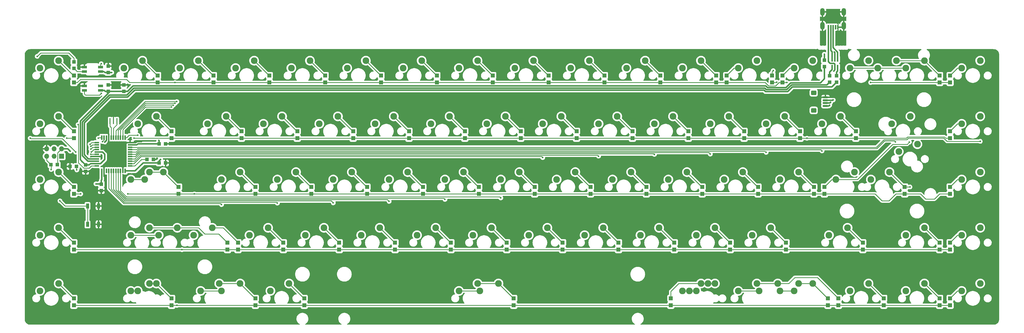
<source format=gbr>
%TF.GenerationSoftware,KiCad,Pcbnew,(5.99.0-12740-g895f4ca989)*%
%TF.CreationDate,2021-10-23T17:36:28+02:00*%
%TF.ProjectId,mamooth,6d616d6f-6f74-4682-9e6b-696361645f70,rev?*%
%TF.SameCoordinates,Original*%
%TF.FileFunction,Copper,L2,Bot*%
%TF.FilePolarity,Positive*%
%FSLAX46Y46*%
G04 Gerber Fmt 4.6, Leading zero omitted, Abs format (unit mm)*
G04 Created by KiCad (PCBNEW (5.99.0-12740-g895f4ca989)) date 2021-10-23 17:36:28*
%MOMM*%
%LPD*%
G01*
G04 APERTURE LIST*
G04 Aperture macros list*
%AMRoundRect*
0 Rectangle with rounded corners*
0 $1 Rounding radius*
0 $2 $3 $4 $5 $6 $7 $8 $9 X,Y pos of 4 corners*
0 Add a 4 corners polygon primitive as box body*
4,1,4,$2,$3,$4,$5,$6,$7,$8,$9,$2,$3,0*
0 Add four circle primitives for the rounded corners*
1,1,$1+$1,$2,$3*
1,1,$1+$1,$4,$5*
1,1,$1+$1,$6,$7*
1,1,$1+$1,$8,$9*
0 Add four rect primitives between the rounded corners*
20,1,$1+$1,$2,$3,$4,$5,0*
20,1,$1+$1,$4,$5,$6,$7,0*
20,1,$1+$1,$6,$7,$8,$9,0*
20,1,$1+$1,$8,$9,$2,$3,0*%
G04 Aperture macros list end*
%TA.AperFunction,ComponentPad*%
%ADD10C,2.286000*%
%TD*%
%TA.AperFunction,SMDPad,CuDef*%
%ADD11R,1.400000X1.400000*%
%TD*%
%TA.AperFunction,SMDPad,CuDef*%
%ADD12RoundRect,0.150000X0.775000X-0.150000X0.775000X0.150000X-0.775000X0.150000X-0.775000X-0.150000X0*%
%TD*%
%TA.AperFunction,SMDPad,CuDef*%
%ADD13RoundRect,0.332800X0.567200X-0.467200X0.567200X0.467200X-0.567200X0.467200X-0.567200X-0.467200X0*%
%TD*%
%TA.AperFunction,SMDPad,CuDef*%
%ADD14R,1.300000X1.200000*%
%TD*%
%TA.AperFunction,SMDPad,CuDef*%
%ADD15R,1.250000X1.200000*%
%TD*%
%TA.AperFunction,SMDPad,CuDef*%
%ADD16R,1.500000X0.550000*%
%TD*%
%TA.AperFunction,SMDPad,CuDef*%
%ADD17R,0.550000X1.500000*%
%TD*%
%TA.AperFunction,ComponentPad*%
%ADD18R,1.700000X1.700000*%
%TD*%
%TA.AperFunction,ComponentPad*%
%ADD19O,1.700000X1.700000*%
%TD*%
%TA.AperFunction,SMDPad,CuDef*%
%ADD20R,0.500000X1.500000*%
%TD*%
%TA.AperFunction,ComponentPad*%
%ADD21O,1.500000X2.600000*%
%TD*%
%TA.AperFunction,SMDPad,CuDef*%
%ADD22R,1.200000X1.250000*%
%TD*%
%TA.AperFunction,SMDPad,CuDef*%
%ADD23R,0.600000X1.200000*%
%TD*%
%TA.AperFunction,SMDPad,CuDef*%
%ADD24R,1.800000X0.820000*%
%TD*%
%TA.AperFunction,SMDPad,CuDef*%
%ADD25R,1.200000X1.300000*%
%TD*%
%TA.AperFunction,SMDPad,CuDef*%
%ADD26R,1.000000X1.700000*%
%TD*%
%TA.AperFunction,SMDPad,CuDef*%
%ADD27R,0.400000X2.000000*%
%TD*%
%TA.AperFunction,ViaPad*%
%ADD28C,0.600000*%
%TD*%
%TA.AperFunction,Conductor*%
%ADD29C,0.500000*%
%TD*%
%TA.AperFunction,Conductor*%
%ADD30C,0.250000*%
%TD*%
G04 APERTURE END LIST*
D10*
%TO.P,K45,1*%
%TO.N,Net-(D45-Pad2)*%
X264477500Y-42545000D03*
%TO.P,K45,2*%
%TO.N,col12*%
X258127500Y-45085000D03*
%TD*%
%TO.P,K63,1*%
%TO.N,Net-(D63-Pad2)*%
X307340000Y-61595000D03*
%TO.P,K63,2*%
%TO.N,col14*%
X300990000Y-64135000D03*
%TD*%
%TO.P,K22,1*%
%TO.N,Net-(D22-Pad2)*%
X126365000Y-23495000D03*
%TO.P,K22,2*%
%TO.N,col5*%
X120015000Y-26035000D03*
%TD*%
%TO.P,K76,1*%
%TO.N,Net-(D76-Pad2)*%
X250190000Y-80645000D03*
%TO.P,K76,2*%
%TO.N,col11*%
X243840000Y-83185000D03*
%TD*%
%TO.P,K24,1*%
%TO.N,Net-(D24-Pad2)*%
X164465000Y-23495000D03*
%TO.P,K24,2*%
%TO.N,col7*%
X158115000Y-26035000D03*
%TD*%
%TO.P,K46,1*%
%TO.N,col13*%
X283527500Y-42545000D03*
%TO.P,K46,2*%
%TO.N,Net-(D46-Pad2)*%
X277177500Y-45085000D03*
%TD*%
%TO.P,K67,1*%
%TO.N,Net-(D67-Pad2)*%
X66833750Y-80645000D03*
%TO.P,K67,2*%
%TO.N,col2*%
X60483750Y-83185000D03*
%TD*%
%TO.P,K19,1*%
%TO.N,Net-(K19-Pad1)*%
X69215000Y-23495000D03*
%TO.P,K19,2*%
%TO.N,col2*%
X62865000Y-26035000D03*
%TD*%
%TO.P,K46-1,1*%
%TO.N,Net-(D46-Pad2)*%
X302577500Y-23495000D03*
%TO.P,K46-1,2*%
%TO.N,col13*%
X296227500Y-26035000D03*
%TD*%
%TO.P,K4,1*%
%TO.N,Net-(D4-Pad2)*%
X78740000Y-4445000D03*
%TO.P,K4,2*%
%TO.N,col3*%
X72390000Y-6985000D03*
%TD*%
%TO.P,K32,1*%
%TO.N,col15*%
X326390000Y-23495000D03*
%TO.P,K32,2*%
%TO.N,Net-(D32-Pad2)*%
X320040000Y-26035000D03*
%TD*%
%TO.P,K62,1*%
%TO.N,Net-(D62-Pad2)*%
X281146250Y-61595000D03*
%TO.P,K62,2*%
%TO.N,col13*%
X274796250Y-64135000D03*
%TD*%
%TO.P,K44,1*%
%TO.N,Net-(D44-Pad2)*%
X245427500Y-42545000D03*
%TO.P,K44,2*%
%TO.N,col11*%
X239077500Y-45085000D03*
%TD*%
%TO.P,K75-2,1*%
%TO.N,Net-(D75-Pad2)*%
X235902696Y-80645072D03*
%TO.P,K75-2,2*%
%TO.N,col10*%
X229552696Y-83185072D03*
%TD*%
%TO.P,K13,1*%
%TO.N,col12*%
X250190000Y-4445000D03*
%TO.P,K13,2*%
%TO.N,Net-(D13-Pad2)*%
X243840000Y-6985000D03*
%TD*%
%TO.P,K35,1*%
%TO.N,Net-(D35-Pad2)*%
X73977500Y-42545000D03*
%TO.P,K35,2*%
%TO.N,col2*%
X67627500Y-45085000D03*
%TD*%
%TO.P,K36,1*%
%TO.N,Net-(D36-Pad2)*%
X93027500Y-42545000D03*
%TO.P,K36,2*%
%TO.N,col3*%
X86677500Y-45085000D03*
%TD*%
%TO.P,K31,1*%
%TO.N,Net-(D31-Pad2)*%
X288290000Y-4445000D03*
%TO.P,K31,2*%
%TO.N,col14*%
X281940000Y-6985000D03*
%TD*%
%TO.P,K58,1*%
%TO.N,Net-(D58-Pad2)*%
X197802500Y-61595000D03*
%TO.P,K58,2*%
%TO.N,col9*%
X191452500Y-64135000D03*
%TD*%
%TO.P,K72,1*%
%TO.N,Net-(D72-Pad2)*%
X162083750Y-80645000D03*
%TO.P,K72,2*%
%TO.N,col7*%
X155733750Y-83185000D03*
%TD*%
%TO.P,K2,1*%
%TO.N,Net-(D2-Pad2)*%
X40640000Y-4445000D03*
%TO.P,K2,2*%
%TO.N,col1*%
X34290000Y-6985000D03*
%TD*%
%TO.P,K72-1,1*%
%TO.N,Net-(D72-Pad2)*%
X154940128Y-80645072D03*
%TO.P,K72-1,2*%
%TO.N,col7*%
X148590128Y-83185072D03*
%TD*%
%TO.P,K21,1*%
%TO.N,Net-(D21-Pad2)*%
X107315000Y-23495000D03*
%TO.P,K21,2*%
%TO.N,col4*%
X100965000Y-26035000D03*
%TD*%
%TO.P,K68,1*%
%TO.N,Net-(D68-Pad2)*%
X90646250Y-80645000D03*
%TO.P,K68,2*%
%TO.N,col3*%
X84296250Y-83185000D03*
%TD*%
%TO.P,K51,1*%
%TO.N,Net-(D51-Pad2)*%
X64452500Y-61595000D03*
%TO.P,K51,2*%
%TO.N,col2*%
X58102500Y-64135000D03*
%TD*%
%TO.P,K27,1*%
%TO.N,Net-(D27-Pad2)*%
X221615000Y-23495000D03*
%TO.P,K27,2*%
%TO.N,col10*%
X215265000Y-26035000D03*
%TD*%
%TO.P,K25,1*%
%TO.N,Net-(D25-Pad2)*%
X183515000Y-23495000D03*
%TO.P,K25,2*%
%TO.N,col8*%
X177165000Y-26035000D03*
%TD*%
%TO.P,K75-1,1*%
%TO.N,Net-(D75-Pad2)*%
X233521250Y-80645000D03*
%TO.P,K75-1,2*%
%TO.N,col10*%
X227171250Y-83185000D03*
%TD*%
%TO.P,K66,1*%
%TO.N,Net-(D66-Pad2)*%
X43021250Y-80645000D03*
%TO.P,K66,2*%
%TO.N,col1*%
X36671250Y-83185000D03*
%TD*%
%TO.P,K76-1,1*%
%TO.N,Net-(D76-Pad2)*%
X257333750Y-80645000D03*
%TO.P,K76-1,2*%
%TO.N,col11*%
X250983750Y-83185000D03*
%TD*%
%TO.P,K43,1*%
%TO.N,Net-(D43-Pad2)*%
X226377500Y-42545000D03*
%TO.P,K43,2*%
%TO.N,col10*%
X220027500Y-45085000D03*
%TD*%
%TO.P,K11,1*%
%TO.N,Net-(D11-Pad2)*%
X212090000Y-4445000D03*
%TO.P,K11,2*%
%TO.N,col10*%
X205740000Y-6985000D03*
%TD*%
%TO.P,K56,1*%
%TO.N,Net-(D56-Pad2)*%
X159702500Y-61595000D03*
%TO.P,K56,2*%
%TO.N,col7*%
X153352500Y-64135000D03*
%TD*%
%TO.P,K15-1,1*%
%TO.N,Net-(D15-Pad2)*%
X307340000Y-4445000D03*
%TO.P,K15-1,2*%
%TO.N,col14*%
X300990000Y-6985000D03*
%TD*%
%TO.P,K57,1*%
%TO.N,Net-(D57-Pad2)*%
X178752500Y-61595000D03*
%TO.P,K57,2*%
%TO.N,col8*%
X172402500Y-64135000D03*
%TD*%
%TO.P,K59,1*%
%TO.N,Net-(D59-Pad2)*%
X216852500Y-61595000D03*
%TO.P,K59,2*%
%TO.N,col10*%
X210502500Y-64135000D03*
%TD*%
%TO.P,K49,1*%
%TO.N,Net-(D49-Pad2)*%
X12065000Y-61595000D03*
%TO.P,K49,2*%
%TO.N,col0*%
X5715000Y-64135000D03*
%TD*%
%TO.P,K15,1*%
%TO.N,Net-(D15-Pad2)*%
X297815000Y-4445000D03*
%TO.P,K15,2*%
%TO.N,col14*%
X291465000Y-6985000D03*
%TD*%
%TO.P,K37,1*%
%TO.N,Net-(D37-Pad2)*%
X112077500Y-42545000D03*
%TO.P,K37,2*%
%TO.N,col4*%
X105727500Y-45085000D03*
%TD*%
%TO.P,K18,1*%
%TO.N,Net-(D18-Pad2)*%
X45402500Y-23495000D03*
%TO.P,K18,2*%
%TO.N,col1*%
X39052500Y-26035000D03*
%TD*%
%TO.P,K42,1*%
%TO.N,Net-(D42-Pad2)*%
X207327500Y-42545000D03*
%TO.P,K42,2*%
%TO.N,col9*%
X200977500Y-45085000D03*
%TD*%
%TO.P,K77-1,1*%
%TO.N,Net-(D77-Pad2)*%
X264477720Y-80645072D03*
%TO.P,K77-1,2*%
%TO.N,col12*%
X258127720Y-83185072D03*
%TD*%
%TO.P,K30,1*%
%TO.N,Net-(D30-Pad2)*%
X278765000Y-23495000D03*
%TO.P,K30,2*%
%TO.N,col13*%
X272415000Y-26035000D03*
%TD*%
%TO.P,K78,1*%
%TO.N,Net-(D78-Pad2)*%
X288290000Y-80645000D03*
%TO.P,K78,2*%
%TO.N,col13*%
X281940000Y-83185000D03*
%TD*%
%TO.P,K54,1*%
%TO.N,Net-(D54-Pad2)*%
X121602500Y-61595000D03*
%TO.P,K54,2*%
%TO.N,col5*%
X115252500Y-64135000D03*
%TD*%
%TO.P,K47-1,1*%
%TO.N,Net-(D47-Pad2)*%
X304958750Y-33020000D03*
%TO.P,K47-1,2*%
%TO.N,col14*%
X298608750Y-35560000D03*
%TD*%
%TO.P,K29,1*%
%TO.N,Net-(D29-Pad2)*%
X259715000Y-23495000D03*
%TO.P,K29,2*%
%TO.N,col12*%
X253365000Y-26035000D03*
%TD*%
%TO.P,K9,1*%
%TO.N,Net-(D9-Pad2)*%
X173990000Y-4445000D03*
%TO.P,K9,2*%
%TO.N,col8*%
X167640000Y-6985000D03*
%TD*%
%TO.P,K80,1*%
%TO.N,col15*%
X326390000Y-80645000D03*
%TO.P,K80,2*%
%TO.N,Net-(D80-Pad2)*%
X320040000Y-83185000D03*
%TD*%
%TO.P,K1,1*%
%TO.N,Net-(D1-Pad2)*%
X12065000Y-4445000D03*
%TO.P,K1,2*%
%TO.N,col0*%
X5715000Y-6985000D03*
%TD*%
%TO.P,K75,1*%
%TO.N,Net-(D75-Pad2)*%
X231140000Y-80645000D03*
%TO.P,K75,2*%
%TO.N,col10*%
X224790000Y-83185000D03*
%TD*%
%TO.P,K28,1*%
%TO.N,Net-(D28-Pad2)*%
X240665000Y-23495000D03*
%TO.P,K28,2*%
%TO.N,col11*%
X234315000Y-26035000D03*
%TD*%
%TO.P,K7,1*%
%TO.N,Net-(D7-Pad2)*%
X135890000Y-4445000D03*
%TO.P,K7,2*%
%TO.N,col6*%
X129540000Y-6985000D03*
%TD*%
%TO.P,K39,1*%
%TO.N,Net-(D39-Pad2)*%
X150177500Y-42545000D03*
%TO.P,K39,2*%
%TO.N,col6*%
X143827500Y-45085000D03*
%TD*%
%TO.P,K16,1*%
%TO.N,col15*%
X326390000Y-4445000D03*
%TO.P,K16,2*%
%TO.N,Net-(D16-Pad2)*%
X320040000Y-6985000D03*
%TD*%
%TO.P,K52,1*%
%TO.N,Net-(D52-Pad2)*%
X83502500Y-61595000D03*
%TO.P,K52,2*%
%TO.N,col3*%
X77152500Y-64135000D03*
%TD*%
%TO.P,K50,1*%
%TO.N,Net-(D50-Pad2)*%
X52546250Y-61595000D03*
%TO.P,K50,2*%
%TO.N,col1*%
X46196250Y-64135000D03*
%TD*%
%TO.P,K47,1*%
%TO.N,Net-(D47-Pad2)*%
X295433750Y-42545000D03*
%TO.P,K47,2*%
%TO.N,col14*%
X289083750Y-45085000D03*
%TD*%
%TO.P,K60,1*%
%TO.N,Net-(D60-Pad2)*%
X235902500Y-61595000D03*
%TO.P,K60,2*%
%TO.N,col11*%
X229552500Y-64135000D03*
%TD*%
%TO.P,K23,1*%
%TO.N,Net-(D23-Pad2)*%
X145415000Y-23495000D03*
%TO.P,K23,2*%
%TO.N,col6*%
X139065000Y-26035000D03*
%TD*%
%TO.P,K33,1*%
%TO.N,Net-(D33-Pad2)*%
X12065000Y-42545000D03*
%TO.P,K33,2*%
%TO.N,col0*%
X5715000Y-45085000D03*
%TD*%
%TO.P,K38,1*%
%TO.N,Net-(D38-Pad2)*%
X131127500Y-42545000D03*
%TO.P,K38,2*%
%TO.N,col5*%
X124777500Y-45085000D03*
%TD*%
%TO.P,K3,1*%
%TO.N,Net-(D3-Pad2)*%
X59690000Y-4445000D03*
%TO.P,K3,2*%
%TO.N,col2*%
X53340000Y-6985000D03*
%TD*%
%TO.P,K10,1*%
%TO.N,Net-(D10-Pad2)*%
X193040000Y-4445000D03*
%TO.P,K10,2*%
%TO.N,col9*%
X186690000Y-6985000D03*
%TD*%
%TO.P,K26,1*%
%TO.N,Net-(D26-Pad2)*%
X202565000Y-23495000D03*
%TO.P,K26,2*%
%TO.N,col9*%
X196215000Y-26035000D03*
%TD*%
%TO.P,K34-1,1*%
%TO.N,Net-(D34-Pad2)*%
X43021250Y-42545000D03*
%TO.P,K34-1,2*%
%TO.N,col1*%
X36671250Y-45085000D03*
%TD*%
%TO.P,K65,1*%
%TO.N,Net-(D65-Pad2)*%
X12065000Y-80645000D03*
%TO.P,K65,2*%
%TO.N,col0*%
X5715000Y-83185000D03*
%TD*%
%TO.P,K14,1*%
%TO.N,col13*%
X269240000Y-4445000D03*
%TO.P,K14,2*%
%TO.N,Net-(D14-Pad2)*%
X262890000Y-6985000D03*
%TD*%
%TO.P,K5,1*%
%TO.N,Net-(D5-Pad2)*%
X97790000Y-4445000D03*
%TO.P,K5,2*%
%TO.N,col4*%
X91440000Y-6985000D03*
%TD*%
%TO.P,K17,1*%
%TO.N,Net-(D17-Pad2)*%
X12065000Y-23495000D03*
%TO.P,K17,2*%
%TO.N,col0*%
X5715000Y-26035000D03*
%TD*%
%TO.P,K55,1*%
%TO.N,Net-(D55-Pad2)*%
X140652500Y-61595000D03*
%TO.P,K55,2*%
%TO.N,col6*%
X134302500Y-64135000D03*
%TD*%
%TO.P,K64,1*%
%TO.N,col15*%
X326390000Y-61595000D03*
%TO.P,K64,2*%
%TO.N,Net-(D64-Pad2)*%
X320040000Y-64135000D03*
%TD*%
%TO.P,K53,1*%
%TO.N,Net-(D53-Pad2)*%
X102552500Y-61595000D03*
%TO.P,K53,2*%
%TO.N,col4*%
X96202500Y-64135000D03*
%TD*%
%TO.P,K61,1*%
%TO.N,Net-(D61-Pad2)*%
X254952500Y-61595000D03*
%TO.P,K61,2*%
%TO.N,col12*%
X248602500Y-64135000D03*
%TD*%
%TO.P,K77,1*%
%TO.N,Net-(D77-Pad2)*%
X269240000Y-80645000D03*
%TO.P,K77,2*%
%TO.N,col12*%
X262890000Y-83185000D03*
%TD*%
%TO.P,K8,1*%
%TO.N,Net-(D8-Pad2)*%
X154940000Y-4445000D03*
%TO.P,K8,2*%
%TO.N,col7*%
X148590000Y-6985000D03*
%TD*%
%TO.P,K79,1*%
%TO.N,Net-(D79-Pad2)*%
X307340000Y-80645000D03*
%TO.P,K79,2*%
%TO.N,col14*%
X300990000Y-83185000D03*
%TD*%
%TO.P,K34,1*%
%TO.N,Net-(D34-Pad2)*%
X47783750Y-42545000D03*
%TO.P,K34,2*%
%TO.N,col1*%
X41433750Y-45085000D03*
%TD*%
%TO.P,K41,1*%
%TO.N,Net-(D41-Pad2)*%
X188277500Y-42545000D03*
%TO.P,K41,2*%
%TO.N,col8*%
X181927500Y-45085000D03*
%TD*%
%TO.P,K50-1,1*%
%TO.N,Net-(D50-Pad2)*%
X43021250Y-61595000D03*
%TO.P,K50-1,2*%
%TO.N,col1*%
X36671250Y-64135000D03*
%TD*%
%TO.P,K12,1*%
%TO.N,Net-(D12-Pad2)*%
X231140000Y-4445000D03*
%TO.P,K12,2*%
%TO.N,col11*%
X224790000Y-6985000D03*
%TD*%
%TO.P,K40,1*%
%TO.N,Net-(D40-Pad2)*%
X169227500Y-42545000D03*
%TO.P,K40,2*%
%TO.N,col7*%
X162877500Y-45085000D03*
%TD*%
%TO.P,K20,1*%
%TO.N,Net-(D20-Pad2)*%
X88265000Y-23495000D03*
%TO.P,K20,2*%
%TO.N,col3*%
X81915000Y-26035000D03*
%TD*%
%TO.P,K67-1,1*%
%TO.N,Net-(D67-Pad2)*%
X73977560Y-80645072D03*
%TO.P,K67-1,2*%
%TO.N,col2*%
X67627560Y-83185072D03*
%TD*%
%TO.P,K6,1*%
%TO.N,Net-(D6-Pad2)*%
X116840000Y-4445000D03*
%TO.P,K6,2*%
%TO.N,col5*%
X110490000Y-6985000D03*
%TD*%
%TO.P,K48,1*%
%TO.N,col15*%
X326390000Y-42545000D03*
%TO.P,K48,2*%
%TO.N,Net-(D48-Pad2)*%
X320040000Y-45085000D03*
%TD*%
%TO.P,K66-1,1*%
%TO.N,Net-(D66-Pad2)*%
X45402536Y-80645072D03*
%TO.P,K66-1,2*%
%TO.N,col1*%
X39052536Y-83185072D03*
%TD*%
D11*
%TO.P,D7,1,K*%
%TO.N,row0*%
X141089181Y-11915634D03*
%TO.P,D7,2,A*%
%TO.N,Net-(D7-Pad2)*%
X141089181Y-9515634D03*
%TD*%
%TO.P,D53,1,K*%
%TO.N,row3*%
X107751653Y-69065682D03*
%TO.P,D53,2,A*%
%TO.N,Net-(D53-Pad2)*%
X107751653Y-66665682D03*
%TD*%
D12*
%TO.P,J3,1,Pin_1*%
%TO.N,VBUS*%
X273612416Y-19954663D03*
%TO.P,J3,2,Pin_2*%
%TO.N,D-*%
X273612416Y-18954663D03*
%TO.P,J3,3,Pin_3*%
%TO.N,D+*%
X273612416Y-17954663D03*
%TO.P,J3,4,Pin_4*%
%TO.N,GND*%
X273612416Y-16954663D03*
D13*
%TO.P,J3,MP*%
%TO.N,N/C*%
X269587416Y-21454663D03*
X269587416Y-15454663D03*
%TD*%
D11*
%TO.P,D6,1,K*%
%TO.N,row0*%
X122039165Y-11915634D03*
%TO.P,D6,2,A*%
%TO.N,Net-(D6-Pad2)*%
X122039165Y-9515634D03*
%TD*%
%TO.P,D20,1,K*%
%TO.N,row1*%
X93464141Y-30965650D03*
%TO.P,D20,2,A*%
%TO.N,Net-(D20-Pad2)*%
X93464141Y-28565650D03*
%TD*%
%TO.P,D16,1,K*%
%TO.N,row0*%
X316111203Y-11915634D03*
%TO.P,D16,2,A*%
%TO.N,Net-(D16-Pad2)*%
X316111203Y-9515634D03*
%TD*%
%TO.P,D26,1,K*%
%TO.N,row1*%
X207764237Y-30965650D03*
%TO.P,D26,2,A*%
%TO.N,Net-(D26-Pad2)*%
X207764237Y-28565650D03*
%TD*%
%TO.P,D42,1,K*%
%TO.N,row2*%
X212526741Y-50015666D03*
%TO.P,D42,2,A*%
%TO.N,Net-(D42-Pad2)*%
X212526741Y-47615666D03*
%TD*%
%TO.P,D78,1,K*%
%TO.N,row4*%
X293489309Y-88115698D03*
%TO.P,D78,2,A*%
%TO.N,Net-(D78-Pad2)*%
X293489309Y-85715698D03*
%TD*%
D14*
%TO.P,R102,1*%
%TO.N,Net-(R102-Pad1)*%
X275034606Y-11815634D03*
%TO.P,R102,2*%
%TO.N,Net-(R102-Pad2)*%
X275034606Y-9615634D03*
%TD*%
D11*
%TO.P,D75,1,K*%
%TO.N,row4*%
X220861123Y-88115698D03*
%TO.P,D75,2,A*%
%TO.N,Net-(D75-Pad2)*%
X220861123Y-85715698D03*
%TD*%
%TO.P,D15,1,K*%
%TO.N,row0*%
X312539325Y-11915634D03*
%TO.P,D15,2,A*%
%TO.N,Net-(D15-Pad2)*%
X312539325Y-9515634D03*
%TD*%
%TO.P,D31,1,K*%
%TO.N,row1*%
X255389277Y-11915634D03*
%TO.P,D31,2,A*%
%TO.N,Net-(D31-Pad2)*%
X255389277Y-9515634D03*
%TD*%
%TO.P,D76,1,K*%
%TO.N,row4*%
X278011171Y-88115698D03*
%TO.P,D76,2,A*%
%TO.N,Net-(D76-Pad2)*%
X278011171Y-85715698D03*
%TD*%
%TO.P,D72,1,K*%
%TO.N,row4*%
X167282953Y-88115698D03*
%TO.P,D72,2,A*%
%TO.N,Net-(D72-Pad2)*%
X167282953Y-85715698D03*
%TD*%
%TO.P,D66,1,K*%
%TO.N,row4*%
X50601605Y-88115698D03*
%TO.P,D66,2,A*%
%TO.N,Net-(D66-Pad2)*%
X50601605Y-85715698D03*
%TD*%
%TO.P,D68,1,K*%
%TO.N,row4*%
X95845393Y-88115698D03*
%TO.P,D68,2,A*%
%TO.N,Net-(D68-Pad2)*%
X95845393Y-85715698D03*
%TD*%
%TO.P,D41,1,K*%
%TO.N,row2*%
X193476725Y-50015666D03*
%TO.P,D41,2,A*%
%TO.N,Net-(D41-Pad2)*%
X193476725Y-47615666D03*
%TD*%
%TO.P,D65,1,K*%
%TO.N,row4*%
X17264077Y-88115698D03*
%TO.P,D65,2,A*%
%TO.N,Net-(D65-Pad2)*%
X17264077Y-85715698D03*
%TD*%
D14*
%TO.P,F1,1*%
%TO.N,VCC*%
X273248667Y-6457817D03*
%TO.P,F1,2*%
%TO.N,VBUS*%
X273248667Y-4257817D03*
%TD*%
D11*
%TO.P,D11,1,K*%
%TO.N,row0*%
X217289245Y-11915634D03*
%TO.P,D11,2,A*%
%TO.N,Net-(D11-Pad2)*%
X217289245Y-9515634D03*
%TD*%
%TO.P,D49,1,K*%
%TO.N,row3*%
X17264077Y-69065682D03*
%TO.P,D49,2,A*%
%TO.N,Net-(D49-Pad2)*%
X17264077Y-66665682D03*
%TD*%
%TO.P,D9,1,K*%
%TO.N,row0*%
X179189213Y-11915634D03*
%TO.P,D9,2,A*%
%TO.N,Net-(D9-Pad2)*%
X179189213Y-9515634D03*
%TD*%
D15*
%TO.P,C101,1*%
%TO.N,GND*%
X21243748Y-42309398D03*
%TO.P,C101,2*%
%TO.N,VCC*%
X21243748Y-40109398D03*
%TD*%
D11*
%TO.P,D5,1,K*%
%TO.N,row0*%
X102989149Y-11915634D03*
%TO.P,D5,2,A*%
%TO.N,Net-(D5-Pad2)*%
X102989149Y-9515634D03*
%TD*%
%TO.P,D47,1,K*%
%TO.N,row2*%
X300633065Y-50015666D03*
%TO.P,D47,2,A*%
%TO.N,Net-(D47-Pad2)*%
X300633065Y-47615666D03*
%TD*%
D16*
%TO.P,U1,1,(INT6/AIN0)PE6*%
%TO.N,col0*%
X25068756Y-40446894D03*
%TO.P,U1,2,UVCC*%
%TO.N,VCC*%
X25068756Y-39646894D03*
%TO.P,U1,3,D-*%
%TO.N,Net-(R102-Pad1)*%
X25068756Y-38846894D03*
%TO.P,U1,4,D+*%
%TO.N,Net-(R101-Pad1)*%
X25068756Y-38046894D03*
%TO.P,U1,5,UGND*%
%TO.N,GND*%
X25068756Y-37246894D03*
%TO.P,U1,6,UCAP*%
%TO.N,Net-(C106-Pad1)*%
X25068756Y-36446894D03*
%TO.P,U1,7,VBUS*%
%TO.N,VCC*%
X25068756Y-35646894D03*
%TO.P,U1,8,(SS/PCINT0)PB0*%
%TO.N,RGB*%
X25068756Y-34846894D03*
%TO.P,U1,9,(SCLK/PCINT1)PB1*%
%TO.N,SCK*%
X25068756Y-34046894D03*
%TO.P,U1,10,(PDI/MOSI/PCINT2)PB2*%
%TO.N,MOSI*%
X25068756Y-33246894D03*
%TO.P,U1,11,(PDO/MISO/PCINT3)PB3*%
%TO.N,MISO*%
X25068756Y-32446894D03*
D17*
%TO.P,U1,12,(OC0A/OC1C/~{RTS}/PCINT7)PB7*%
%TO.N,row1*%
X26768756Y-30746894D03*
%TO.P,U1,13,RESET*%
%TO.N,RST*%
X27568756Y-30746894D03*
%TO.P,U1,14,VCC*%
%TO.N,VCC*%
X28368756Y-30746894D03*
%TO.P,U1,15,GND*%
%TO.N,GND*%
X29168756Y-30746894D03*
%TO.P,U1,16,XTAL2*%
%TO.N,Net-(U1-Pad16)*%
X29968756Y-30746894D03*
%TO.P,U1,17,XTAL1*%
%TO.N,Net-(U1-Pad17)*%
X30768756Y-30746894D03*
%TO.P,U1,18,(OC0B/SCL/INT0)PD0*%
%TO.N,row0*%
X31568756Y-30746894D03*
%TO.P,U1,19,(SDA/INT1)PD1*%
%TO.N,row2*%
X32368756Y-30746894D03*
%TO.P,U1,20,(RXD/INT2)PD2*%
%TO.N,row3*%
X33168756Y-30746894D03*
%TO.P,U1,21,(TXD/INT3)PD3*%
%TO.N,row4*%
X33968756Y-30746894D03*
%TO.P,U1,22,(XCK1/~{CTS})PD5*%
%TO.N,col1*%
X34768756Y-30746894D03*
D16*
%TO.P,U1,23,GND*%
%TO.N,GND*%
X36468756Y-32446894D03*
%TO.P,U1,24,AVCC*%
%TO.N,VCC*%
X36468756Y-33246894D03*
%TO.P,U1,25,(ICP2/ADC8)PD4*%
%TO.N,col15*%
X36468756Y-34046894D03*
%TO.P,U1,26,(T1/~{OC4D}/ADC9)PD6*%
%TO.N,col14*%
X36468756Y-34846894D03*
%TO.P,U1,27,(T0/OC4D/ADC10)PD7*%
%TO.N,col13*%
X36468756Y-35646894D03*
%TO.P,U1,28,(ADC11/PCINT4)PB4*%
%TO.N,col12*%
X36468756Y-36446894D03*
%TO.P,U1,29,(ADC12/OC1A/~{OC4B}/PCINT12)PB5*%
%TO.N,col11*%
X36468756Y-37246894D03*
%TO.P,U1,30,(ADC13/OC1B/OC4B/PCINT13)PB6*%
%TO.N,col10*%
X36468756Y-38046894D03*
%TO.P,U1,31,(OC3A/~{OC4A})PC6*%
%TO.N,col9*%
X36468756Y-38846894D03*
%TO.P,U1,32,(ICP3/CLK0/OC4A)PC7*%
%TO.N,col8*%
X36468756Y-39646894D03*
%TO.P,U1,33,(~{HWB})PE2*%
%TO.N,Net-(R104-Pad2)*%
X36468756Y-40446894D03*
D17*
%TO.P,U1,34,VCC*%
%TO.N,VCC*%
X34768756Y-42146894D03*
%TO.P,U1,35,GND*%
%TO.N,GND*%
X33968756Y-42146894D03*
%TO.P,U1,36,(ADC7/TDI)PF7*%
%TO.N,col7*%
X33168756Y-42146894D03*
%TO.P,U1,37,(ADC6/TDO)PF6*%
%TO.N,col6*%
X32368756Y-42146894D03*
%TO.P,U1,38,(ADC5/TMS)PF5*%
%TO.N,col5*%
X31568756Y-42146894D03*
%TO.P,U1,39,(ADC4/TCK)PF4*%
%TO.N,col4*%
X30768756Y-42146894D03*
%TO.P,U1,40,(ADC1)PF1*%
%TO.N,col3*%
X29968756Y-42146894D03*
%TO.P,U1,41,(ADC0)PF0*%
%TO.N,col2*%
X29168756Y-42146894D03*
%TO.P,U1,42,AREF*%
%TO.N,unconnected-(U1-Pad42)*%
X28368756Y-42146894D03*
%TO.P,U1,43,GND*%
%TO.N,GND*%
X27568756Y-42146894D03*
%TO.P,U1,44,AVCC*%
%TO.N,VCC*%
X26768756Y-42146894D03*
%TD*%
D11*
%TO.P,D67,1,K*%
%TO.N,row4*%
X79176629Y-88115698D03*
%TO.P,D67,2,A*%
%TO.N,Net-(D67-Pad2)*%
X79176629Y-85715698D03*
%TD*%
D18*
%TO.P,J2,1,Pin_1*%
%TO.N,MISO*%
X13068114Y-37121581D03*
D19*
%TO.P,J2,2,Pin_2*%
%TO.N,VCC*%
X13068114Y-34581581D03*
%TO.P,J2,3,Pin_3*%
%TO.N,SCK*%
X10528114Y-37121581D03*
%TO.P,J2,4,Pin_4*%
%TO.N,MOSI*%
X10528114Y-34581581D03*
%TO.P,J2,5,Pin_5*%
%TO.N,RST*%
X7988114Y-37121581D03*
%TO.P,J2,6,Pin_6*%
%TO.N,GND*%
X7988114Y-34581581D03*
%TD*%
D11*
%TO.P,D50,1,K*%
%TO.N,row3*%
X69651621Y-69065682D03*
%TO.P,D50,2,A*%
%TO.N,Net-(D50-Pad2)*%
X69651621Y-66665682D03*
%TD*%
%TO.P,D48,1,K*%
%TO.N,row2*%
X316111203Y-50015666D03*
%TO.P,D48,2,A*%
%TO.N,Net-(D48-Pad2)*%
X316111203Y-47615666D03*
%TD*%
%TO.P,D14,1,K*%
%TO.N,row0*%
X258961155Y-11915634D03*
%TO.P,D14,2,A*%
%TO.N,Net-(D14-Pad2)*%
X258961155Y-9515634D03*
%TD*%
D20*
%TO.P,J1,1,VUSB*%
%TO.N,VBUS*%
X274625000Y7025000D03*
%TO.P,J1,2,D-*%
%TO.N,D-*%
X275425000Y7025000D03*
%TO.P,J1,3,D+*%
%TO.N,D+*%
X276225000Y7025000D03*
%TO.P,J1,4,ID*%
%TO.N,unconnected-(J1-Pad4)*%
X277025000Y7025000D03*
%TO.P,J1,5,GND*%
%TO.N,GND*%
X277825000Y7025000D03*
D21*
%TO.P,J1,6,SHIELD*%
X272575000Y12275000D03*
X279875000Y12275000D03*
X279875000Y7475000D03*
X272575000Y7475000D03*
%TD*%
D11*
%TO.P,D4,1,K*%
%TO.N,row0*%
X83939133Y-11915634D03*
%TO.P,D4,2,A*%
%TO.N,Net-(D4-Pad2)*%
X83939133Y-9515634D03*
%TD*%
%TO.P,D62,1,K*%
%TO.N,row3*%
X286345553Y-69065682D03*
%TO.P,D62,2,A*%
%TO.N,Net-(D62-Pad2)*%
X286345553Y-66665682D03*
%TD*%
%TO.P,D79,1,K*%
%TO.N,row4*%
X312539325Y-88115698D03*
%TO.P,D79,2,A*%
%TO.N,Net-(D79-Pad2)*%
X312539325Y-85715698D03*
%TD*%
%TO.P,D24,1,K*%
%TO.N,row1*%
X169664205Y-30965650D03*
%TO.P,D24,2,A*%
%TO.N,Net-(D24-Pad2)*%
X169664205Y-28565650D03*
%TD*%
D14*
%TO.P,R105,1*%
%TO.N,Net-(R105-Pad1)*%
X17264077Y-7053130D03*
%TO.P,R105,2*%
%TO.N,RGB*%
X17264077Y-4853130D03*
%TD*%
D22*
%TO.P,C106,1*%
%TO.N,Net-(C106-Pad1)*%
X18176557Y-40614085D03*
%TO.P,C106,2*%
%TO.N,GND*%
X15976557Y-40614085D03*
%TD*%
D11*
%TO.P,D80,1,K*%
%TO.N,row4*%
X316111203Y-88115698D03*
%TO.P,D80,2,A*%
%TO.N,Net-(D80-Pad2)*%
X316111203Y-85715698D03*
%TD*%
%TO.P,D25,1,K*%
%TO.N,row1*%
X188714221Y-30965650D03*
%TO.P,D25,2,A*%
%TO.N,Net-(D25-Pad2)*%
X188714221Y-28565650D03*
%TD*%
%TO.P,D33,1,K*%
%TO.N,row2*%
X17264077Y-50015666D03*
%TO.P,D33,2,A*%
%TO.N,Net-(D33-Pad2)*%
X17264077Y-47615666D03*
%TD*%
%TO.P,D35,1,K*%
%TO.N,row2*%
X79176629Y-50015666D03*
%TO.P,D35,2,A*%
%TO.N,Net-(D35-Pad2)*%
X79176629Y-47615666D03*
%TD*%
%TO.P,D52,1,K*%
%TO.N,row3*%
X88701637Y-69065682D03*
%TO.P,D52,2,A*%
%TO.N,Net-(D52-Pad2)*%
X88701637Y-66665682D03*
%TD*%
%TO.P,D40,1,K*%
%TO.N,row2*%
X174426709Y-50015666D03*
%TO.P,D40,2,A*%
%TO.N,Net-(D40-Pad2)*%
X174426709Y-47615666D03*
%TD*%
%TO.P,D32,1,K*%
%TO.N,row1*%
X316111203Y-30965650D03*
%TO.P,D32,2,A*%
%TO.N,Net-(D32-Pad2)*%
X316111203Y-28565650D03*
%TD*%
%TO.P,D23,1,K*%
%TO.N,row1*%
X150614189Y-30965650D03*
%TO.P,D23,2,A*%
%TO.N,Net-(D23-Pad2)*%
X150614189Y-28565650D03*
%TD*%
D15*
%TO.P,C102,1*%
%TO.N,GND*%
X26601565Y-48857841D03*
%TO.P,C102,2*%
%TO.N,VCC*%
X26601565Y-46657841D03*
%TD*%
D11*
%TO.P,D30,1,K*%
%TO.N,row1*%
X283964301Y-30965650D03*
%TO.P,D30,2,A*%
%TO.N,Net-(D30-Pad2)*%
X283964301Y-28565650D03*
%TD*%
D23*
%TO.P,U2,1,I/O1*%
%TO.N,D-*%
X275870545Y-4207817D03*
%TO.P,U2,2,GND*%
%TO.N,GND*%
X276820545Y-4207817D03*
%TO.P,U2,3,I/O2*%
%TO.N,D+*%
X277770545Y-4207817D03*
%TO.P,U2,4,I/O2*%
%TO.N,Net-(R101-Pad2)*%
X277770545Y-6507817D03*
%TO.P,U2,5,VBUS*%
%TO.N,VBUS*%
X276820545Y-6507817D03*
%TO.P,U2,6,I/O1*%
%TO.N,Net-(R102-Pad2)*%
X275870545Y-6507817D03*
%TD*%
D15*
%TO.P,C105,1*%
%TO.N,GND*%
X34340634Y-12725000D03*
%TO.P,C105,2*%
%TO.N,VCC*%
X34340634Y-14925000D03*
%TD*%
D11*
%TO.P,D56,1,K*%
%TO.N,row3*%
X164901701Y-69065682D03*
%TO.P,D56,2,A*%
%TO.N,Net-(D56-Pad2)*%
X164901701Y-66665682D03*
%TD*%
%TO.P,D51,1,K*%
%TO.N,row3*%
X73223499Y-69065682D03*
%TO.P,D51,2,A*%
%TO.N,Net-(D51-Pad2)*%
X73223499Y-66665682D03*
%TD*%
%TO.P,D22,1,K*%
%TO.N,row1*%
X131564173Y-30965650D03*
%TO.P,D22,2,A*%
%TO.N,Net-(D22-Pad2)*%
X131564173Y-28565650D03*
%TD*%
%TO.P,D8,1,K*%
%TO.N,row0*%
X160139197Y-11915634D03*
%TO.P,D8,2,A*%
%TO.N,Net-(D8-Pad2)*%
X160139197Y-9515634D03*
%TD*%
%TO.P,D12,1,K*%
%TO.N,row0*%
X236339261Y-11915634D03*
%TO.P,D12,2,A*%
%TO.N,Net-(D12-Pad2)*%
X236339261Y-9515634D03*
%TD*%
D22*
%TO.P,C103,1*%
%TO.N,GND*%
X48537520Y-39423459D03*
%TO.P,C103,2*%
%TO.N,VCC*%
X46337520Y-39423459D03*
%TD*%
D11*
%TO.P,D63,1,K*%
%TO.N,row3*%
X312539325Y-69065682D03*
%TO.P,D63,2,A*%
%TO.N,Net-(D63-Pad2)*%
X312539325Y-66665682D03*
%TD*%
D24*
%TO.P,RGB2,1,VDD*%
%TO.N,VCC*%
X26375000Y-14575000D03*
%TO.P,RGB2,2,DOUT*%
%TO.N,unconnected-(RGB2-Pad2)*%
X26375000Y-13075000D03*
%TO.P,RGB2,3,GND*%
%TO.N,GND*%
X20875000Y-13075000D03*
%TO.P,RGB2,4,DIN*%
%TO.N,Net-(RGB1-Pad2)*%
X20875000Y-14575000D03*
%TD*%
D15*
%TO.P,C108,1*%
%TO.N,GND*%
X28982817Y-12725000D03*
%TO.P,C108,2*%
%TO.N,VCC*%
X28982817Y-14925000D03*
%TD*%
D25*
%TO.P,R104,1*%
%TO.N,GND*%
X44370329Y-38232833D03*
%TO.P,R104,2*%
%TO.N,Net-(R104-Pad2)*%
X42170329Y-38232833D03*
%TD*%
D11*
%TO.P,D54,1,K*%
%TO.N,row3*%
X126801669Y-69065682D03*
%TO.P,D54,2,A*%
%TO.N,Net-(D54-Pad2)*%
X126801669Y-66665682D03*
%TD*%
%TO.P,D39,1,K*%
%TO.N,row2*%
X155376693Y-50015666D03*
%TO.P,D39,2,A*%
%TO.N,Net-(D39-Pad2)*%
X155376693Y-47615666D03*
%TD*%
D14*
%TO.P,R101,1*%
%TO.N,Net-(R101-Pad1)*%
X277415858Y-11815634D03*
%TO.P,R101,2*%
%TO.N,Net-(R101-Pad2)*%
X277415858Y-9615634D03*
%TD*%
D11*
%TO.P,D43,1,K*%
%TO.N,row2*%
X231576757Y-50015666D03*
%TO.P,D43,2,A*%
%TO.N,Net-(D43-Pad2)*%
X231576757Y-47615666D03*
%TD*%
D22*
%TO.P,C104,1*%
%TO.N,GND*%
X48537520Y-32875016D03*
%TO.P,C104,2*%
%TO.N,VCC*%
X46337520Y-32875016D03*
%TD*%
D11*
%TO.P,D13,1,K*%
%TO.N,row0*%
X239911139Y-11915634D03*
%TO.P,D13,2,A*%
%TO.N,Net-(D13-Pad2)*%
X239911139Y-9515634D03*
%TD*%
%TO.P,D10,1,K*%
%TO.N,row0*%
X198239229Y-11915634D03*
%TO.P,D10,2,A*%
%TO.N,Net-(D10-Pad2)*%
X198239229Y-9515634D03*
%TD*%
D15*
%TO.P,C107,1*%
%TO.N,GND*%
X28982817Y-6325000D03*
%TO.P,C107,2*%
%TO.N,VCC*%
X28982817Y-8525000D03*
%TD*%
D11*
%TO.P,D19,1,K*%
%TO.N,row1*%
X74414125Y-30965650D03*
%TO.P,D19,2,A*%
%TO.N,Net-(K19-Pad1)*%
X74414125Y-28565650D03*
%TD*%
%TO.P,D28,1,K*%
%TO.N,row1*%
X245864269Y-30965650D03*
%TO.P,D28,2,A*%
%TO.N,Net-(D28-Pad2)*%
X245864269Y-28565650D03*
%TD*%
%TO.P,D29,1,K*%
%TO.N,row1*%
X264914285Y-30965650D03*
%TO.P,D29,2,A*%
%TO.N,Net-(D29-Pad2)*%
X264914285Y-28565650D03*
%TD*%
%TO.P,D59,1,K*%
%TO.N,row3*%
X222051749Y-69065682D03*
%TO.P,D59,2,A*%
%TO.N,Net-(D59-Pad2)*%
X222051749Y-66665682D03*
%TD*%
%TO.P,D44,1,K*%
%TO.N,row2*%
X250626773Y-50015666D03*
%TO.P,D44,2,A*%
%TO.N,Net-(D44-Pad2)*%
X250626773Y-47615666D03*
%TD*%
%TO.P,D61,1,K*%
%TO.N,row3*%
X260151781Y-69065682D03*
%TO.P,D61,2,A*%
%TO.N,Net-(D61-Pad2)*%
X260151781Y-66665682D03*
%TD*%
%TO.P,D18,1,K*%
%TO.N,row1*%
X50601605Y-30965650D03*
%TO.P,D18,2,A*%
%TO.N,Net-(D18-Pad2)*%
X50601605Y-28565650D03*
%TD*%
%TO.P,D58,1,K*%
%TO.N,row3*%
X203001733Y-69065682D03*
%TO.P,D58,2,A*%
%TO.N,Net-(D58-Pad2)*%
X203001733Y-66665682D03*
%TD*%
%TO.P,D57,1,K*%
%TO.N,row3*%
X183951717Y-69065682D03*
%TO.P,D57,2,A*%
%TO.N,Net-(D57-Pad2)*%
X183951717Y-66665682D03*
%TD*%
%TO.P,D34,1,K*%
%TO.N,row2*%
X52982857Y-50015666D03*
%TO.P,D34,2,A*%
%TO.N,Net-(D34-Pad2)*%
X52982857Y-47615666D03*
%TD*%
%TO.P,D37,1,K*%
%TO.N,row2*%
X117276661Y-50015666D03*
%TO.P,D37,2,A*%
%TO.N,Net-(D37-Pad2)*%
X117276661Y-47615666D03*
%TD*%
%TO.P,D36,1,K*%
%TO.N,row2*%
X98226645Y-50015666D03*
%TO.P,D36,2,A*%
%TO.N,Net-(D36-Pad2)*%
X98226645Y-47615666D03*
%TD*%
%TO.P,D38,1,K*%
%TO.N,row2*%
X136326677Y-50015666D03*
%TO.P,D38,2,A*%
%TO.N,Net-(D38-Pad2)*%
X136326677Y-47615666D03*
%TD*%
%TO.P,D3,1,K*%
%TO.N,row0*%
X64889117Y-11915634D03*
%TO.P,D3,2,A*%
%TO.N,Net-(D3-Pad2)*%
X64889117Y-9515634D03*
%TD*%
D24*
%TO.P,RGB1,1,VDD*%
%TO.N,VCC*%
X26375000Y-8175000D03*
%TO.P,RGB1,2,DOUT*%
%TO.N,Net-(RGB1-Pad2)*%
X26375000Y-6675000D03*
%TO.P,RGB1,3,GND*%
%TO.N,GND*%
X20875000Y-6675000D03*
%TO.P,RGB1,4,DIN*%
%TO.N,Net-(R105-Pad1)*%
X20875000Y-8175000D03*
%TD*%
D11*
%TO.P,D60,1,K*%
%TO.N,row3*%
X241101765Y-69065682D03*
%TO.P,D60,2,A*%
%TO.N,Net-(D60-Pad2)*%
X241101765Y-66665682D03*
%TD*%
%TO.P,D21,1,K*%
%TO.N,row1*%
X112514157Y-30965650D03*
%TO.P,D21,2,A*%
%TO.N,Net-(D21-Pad2)*%
X112514157Y-28565650D03*
%TD*%
%TO.P,D2,1,K*%
%TO.N,row0*%
X45839101Y-11915634D03*
%TO.P,D2,2,A*%
%TO.N,Net-(D2-Pad2)*%
X45839101Y-9515634D03*
%TD*%
%TO.P,D64,1,K*%
%TO.N,row3*%
X316111203Y-69065682D03*
%TO.P,D64,2,A*%
%TO.N,Net-(D64-Pad2)*%
X316111203Y-66665682D03*
%TD*%
D25*
%TO.P,R103,1*%
%TO.N,RST*%
X9428114Y-40018772D03*
%TO.P,R103,2*%
%TO.N,VCC*%
X11628114Y-40018772D03*
%TD*%
D11*
%TO.P,D45,1,K*%
%TO.N,row2*%
X269676789Y-50015666D03*
%TO.P,D45,2,A*%
%TO.N,Net-(D45-Pad2)*%
X269676789Y-47615666D03*
%TD*%
D26*
%TO.P,SW1,1,1*%
%TO.N,GND*%
X25712520Y-54132849D03*
X25712520Y-60432849D03*
%TO.P,SW1,2,2*%
%TO.N,RST*%
X21912520Y-60432849D03*
X21912520Y-54132849D03*
%TD*%
D11*
%TO.P,D46,1,K*%
%TO.N,row2*%
X273248667Y-50015666D03*
%TO.P,D46,2,A*%
%TO.N,Net-(D46-Pad2)*%
X273248667Y-47615666D03*
%TD*%
%TO.P,D55,1,K*%
%TO.N,row3*%
X145851685Y-69065682D03*
%TO.P,D55,2,A*%
%TO.N,Net-(D55-Pad2)*%
X145851685Y-66665682D03*
%TD*%
%TO.P,D1,1,K*%
%TO.N,row0*%
X17264077Y-11915634D03*
%TO.P,D1,2,A*%
%TO.N,Net-(D1-Pad2)*%
X17264077Y-9515634D03*
%TD*%
%TO.P,D77,1,K*%
%TO.N,row4*%
X274439293Y-88115698D03*
%TO.P,D77,2,A*%
%TO.N,Net-(D77-Pad2)*%
X274439293Y-85715698D03*
%TD*%
%TO.P,D17,1,K*%
%TO.N,row1*%
X17264077Y-30965650D03*
%TO.P,D17,2,A*%
%TO.N,Net-(D17-Pad2)*%
X17264077Y-28565650D03*
%TD*%
D27*
%TO.P,X1,1,1*%
%TO.N,Net-(U1-Pad17)*%
X31968756Y-25135947D03*
%TO.P,X1,2,2*%
%TO.N,Net-(U1-Pad16)*%
X29568756Y-25135947D03*
%TO.P,X1,3*%
%TO.N,GND*%
X30768756Y-25135947D03*
%TD*%
D11*
%TO.P,D27,1,K*%
%TO.N,row1*%
X226814253Y-30965650D03*
%TO.P,D27,2,A*%
%TO.N,Net-(D27-Pad2)*%
X226814253Y-28565650D03*
%TD*%
D28*
%TO.N,GND*%
X22621894Y-29170337D03*
X40293764Y-32125516D03*
X276622639Y-1457361D03*
X33745321Y-40614085D03*
X50414085Y-32875016D03*
X279201797Y-3571878D03*
X28982817Y-29303138D03*
X34935947Y-32875016D03*
X28982817Y-32279703D03*
X36909406Y-20835955D03*
X276622639Y-1457361D03*
X27792191Y-44185963D03*
X279260000Y-1280000D03*
X35531260Y-12634374D03*
X50414085Y-39423459D03*
X27792191Y-40614085D03*
X45651581Y-37824641D03*
X23029687Y-37297394D03*
X26601565Y-37042207D03*
X30956276Y-21431268D03*
X25410939Y-48948467D03*
X278823881Y-16320343D03*
X35718780Y-27979711D03*
%TO.N,VCC*%
X16029864Y-35400200D03*
X46842207Y-38232833D03*
X46246894Y-31684390D03*
X30173443Y-8467183D03*
X26601565Y-39423459D03*
X27637504Y-14575000D03*
X27792191Y-32279703D03*
X24815626Y-46567215D03*
X36975016Y-42146894D03*
X26768756Y-44948467D03*
X20007809Y-38873459D03*
%TO.N,row0*%
X51782857Y-11915634D03*
X260436147Y-11915634D03*
X52387544Y-18454703D03*
X289011171Y-11915634D03*
%TO.N,row1*%
X267286163Y-30965650D03*
X37789085Y-30965650D03*
X257022906Y-11770706D03*
X25589085Y-30965650D03*
X14818732Y-30965650D03*
%TO.N,Net-(D31-Pad2)*%
X255797070Y-7871870D03*
%TO.N,row2*%
X35654687Y-50015666D03*
X58350048Y-50015666D03*
X19581236Y-50015666D03*
X51792231Y-19050016D03*
%TO.N,Net-(D46-Pad2)*%
X302231484Y-32279703D03*
%TO.N,Net-(D47-Pad2)*%
X302419004Y-47625040D03*
%TO.N,row3*%
X54164109Y-69065682D03*
X51196918Y-19645329D03*
%TO.N,row4*%
X50601605Y-20240642D03*
X52396918Y-88115698D03*
%TO.N,VBUS*%
X276457737Y-7964229D03*
X275024750Y-19704163D03*
X274625000Y-3386171D03*
X273224920Y-2249960D03*
%TO.N,D-*%
X275324920Y-18704163D03*
X275870545Y-3217191D03*
%TO.N,D+*%
X276224920Y-17859350D03*
X277770545Y-3217191D03*
%TO.N,MISO*%
X22763641Y-33021593D03*
%TO.N,SCK*%
X23029687Y-34660955D03*
%TO.N,MOSI*%
X23033170Y-33774294D03*
%TO.N,RST*%
X27010174Y-32113409D03*
X9525008Y-41671910D03*
X12501573Y-52387544D03*
%TO.N,col0*%
X18708309Y-26326573D03*
%TO.N,col1*%
X39052500Y-29949089D03*
%TO.N,col2*%
X67627500Y-53660309D03*
%TO.N,col3*%
X86677500Y-53166336D03*
%TO.N,col4*%
X105727500Y-53064964D03*
%TO.N,col5*%
X124777500Y-52571055D03*
%TO.N,col6*%
X143827500Y-51874306D03*
%TO.N,col7*%
X162877500Y-51380461D03*
%TO.N,col8*%
X177165000Y-37586766D03*
%TO.N,col9*%
X196215000Y-37092977D03*
%TO.N,col10*%
X215265000Y-36497680D03*
%TO.N,col11*%
X234315000Y-36396092D03*
%TO.N,col12*%
X253365000Y-35800763D03*
%TO.N,col13*%
X272415000Y-35307102D03*
%TO.N,col14*%
X297496340Y-32252343D03*
%TO.N,col15*%
X326390000Y-32030386D03*
%TO.N,Net-(C106-Pad1)*%
X18267183Y-41804711D03*
X23029687Y-36446894D03*
%TO.N,Net-(RGB1-Pad2)*%
X26601565Y-15610939D03*
X26601565Y-5490618D03*
%TO.N,RGB*%
X4762504Y-2976565D03*
X2381252Y-30956276D03*
X17886237Y-35691933D03*
X23229086Y-35672656D03*
%TD*%
D29*
%TO.N,GND*%
X276820545Y-1655267D02*
X276622639Y-1457361D01*
X38507825Y-32279703D02*
X38662012Y-32125516D01*
X38340634Y-32446894D02*
X38507825Y-32279703D01*
X27568756Y-42146894D02*
X27568756Y-43962528D01*
X278189561Y-16954663D02*
X278823881Y-16320343D01*
X25068756Y-37246894D02*
X26396878Y-37246894D01*
X27568756Y-43962528D02*
X27792191Y-44185963D01*
X276820545Y-4207817D02*
X276820545Y-1655267D01*
X25068756Y-37246894D02*
X23080187Y-37246894D01*
X34340634Y-12725000D02*
X34845321Y-12725000D01*
X29168756Y-30746894D02*
X29168756Y-29489077D01*
X34845321Y-12725000D02*
X35440634Y-12725000D01*
X279425000Y7025000D02*
X279875000Y7475000D01*
X33968756Y-40837520D02*
X33745321Y-40614085D01*
X44370329Y-38232833D02*
X45243389Y-38232833D01*
X26601565Y-48857841D02*
X25501565Y-48857841D01*
X38662012Y-32125516D02*
X40293764Y-32125516D01*
X33968756Y-42146894D02*
X33968756Y-40837520D01*
X36468756Y-32446894D02*
X35364069Y-32446894D01*
X27568756Y-40837520D02*
X27792191Y-40614085D01*
X277825000Y7025000D02*
X279425000Y7025000D01*
X29168756Y-32093764D02*
X28982817Y-32279703D01*
X45243389Y-38232833D02*
X45651581Y-37824641D01*
X48537520Y-39423459D02*
X50414085Y-39423459D01*
X29168756Y-29489077D02*
X28982817Y-29303138D01*
X23080187Y-37246894D02*
X23029687Y-37297394D01*
X26396878Y-37246894D02*
X26601565Y-37042207D01*
X35440634Y-12725000D02*
X35531260Y-12634374D01*
X36468756Y-32446894D02*
X38340634Y-32446894D01*
X48537520Y-32875016D02*
X50414085Y-32875016D01*
X25501565Y-48857841D02*
X25410939Y-48948467D01*
X35364069Y-32446894D02*
X34935947Y-32875016D01*
X27568756Y-42146894D02*
X27568756Y-40837520D01*
X29168756Y-30746894D02*
X29168756Y-32093764D01*
X28982817Y-12725000D02*
X34340634Y-12725000D01*
X273612416Y-16954663D02*
X278189561Y-16954663D01*
X25712520Y-54132849D02*
X25712520Y-60432849D01*
%TO.N,VCC*%
X26992191Y-35646894D02*
X27792191Y-36446894D01*
D30*
X11628114Y-40018772D02*
X11702625Y-39944261D01*
D29*
X22466703Y-40109398D02*
X21243748Y-40109398D01*
X35621886Y-14925000D02*
X37481741Y-13065145D01*
X15211245Y-34581581D02*
X16029864Y-35400200D01*
X46337520Y-39423459D02*
X40889077Y-39423459D01*
X253251276Y-13065145D02*
X253857536Y-13671405D01*
X46337520Y-38737520D02*
X46842207Y-38232833D01*
X26768756Y-45209398D02*
X26601565Y-45376589D01*
X26375000Y-8175000D02*
X27500008Y-8175000D01*
X34340634Y-14925000D02*
X35621886Y-14925000D01*
X26375000Y-14575000D02*
X27637504Y-14575000D01*
X25068756Y-35646894D02*
X26992191Y-35646894D01*
X34340634Y-14925000D02*
X28982817Y-14925000D01*
X19457809Y-25135947D02*
X19457809Y-38323459D01*
X25068756Y-39646894D02*
X26378130Y-39646894D01*
X13068114Y-34581581D02*
X15211245Y-34581581D01*
X46337520Y-31775016D02*
X46246894Y-31684390D01*
X38731260Y-33246894D02*
X39103138Y-32875016D01*
X30115626Y-8525000D02*
X30173443Y-8467183D01*
X260117856Y-13671405D02*
X261750200Y-12039061D01*
X26768756Y-42146894D02*
X26768756Y-45209398D01*
X46337520Y-39423459D02*
X46337520Y-38737520D01*
X36468756Y-33246894D02*
X38731260Y-33246894D01*
X28368756Y-31703138D02*
X27792191Y-32279703D01*
X26510939Y-46567215D02*
X26601565Y-46657841D01*
X39103138Y-32875016D02*
X46337520Y-32875016D01*
X271870522Y-12039061D02*
X273248667Y-10660915D01*
X26378130Y-39646894D02*
X26601565Y-39423459D01*
D30*
X11702625Y-35947070D02*
X13068114Y-34581581D01*
D29*
X38165642Y-42146894D02*
X36975016Y-42146894D01*
X261750200Y-12039061D02*
X271870522Y-12039061D01*
X27792191Y-36446894D02*
X27792191Y-38232833D01*
X46337520Y-32875016D02*
X46337520Y-31775016D01*
X28368756Y-30746894D02*
X28368756Y-31703138D01*
X36975016Y-42146894D02*
X34768756Y-42146894D01*
X28982817Y-14925000D02*
X27987504Y-14925000D01*
X24815626Y-46567215D02*
X26510939Y-46567215D01*
X28982817Y-8525000D02*
X27850008Y-8525000D01*
X27850008Y-8525000D02*
X27500008Y-8175000D01*
X19457809Y-38323459D02*
X20007809Y-38873459D01*
X40889077Y-39423459D02*
X38165642Y-42146894D01*
X22929208Y-39646894D02*
X22466703Y-40109398D01*
D30*
X11702625Y-39944261D02*
X11702625Y-35947070D01*
D29*
X27792191Y-38232833D02*
X26601565Y-39423459D01*
X28982817Y-14925000D02*
X28982817Y-15610939D01*
X253857536Y-13671405D02*
X260117856Y-13671405D01*
X26601565Y-45376589D02*
X26601565Y-46657841D01*
X27987504Y-14925000D02*
X27637504Y-14575000D01*
X273248667Y-10660915D02*
X273248667Y-6457817D01*
X25068756Y-39646894D02*
X22929208Y-39646894D01*
X28982817Y-8525000D02*
X30115626Y-8525000D01*
X37481741Y-13065145D02*
X253251276Y-13065145D01*
X28982817Y-15610939D02*
X19457809Y-25135947D01*
X20007809Y-38873459D02*
X21243748Y-40109398D01*
D30*
%TO.N,Net-(D1-Pad2)*%
X17135634Y-9515634D02*
X12065000Y-4445000D01*
X17264077Y-9515634D02*
X17135634Y-9515634D01*
%TO.N,row0*%
X141089181Y-11915634D02*
X160139197Y-11915634D01*
X45839101Y-11915634D02*
X51782857Y-11915634D01*
X217289245Y-11915634D02*
X236339261Y-11915634D01*
X256579903Y-13096886D02*
X257761155Y-11915634D01*
X51792231Y-18425505D02*
X52358346Y-18425505D01*
X31568756Y-28436645D02*
X40718334Y-19287066D01*
X17264077Y-11915634D02*
X18390610Y-11915634D01*
X312539325Y-11915634D02*
X316111203Y-11915634D01*
X102989149Y-11915634D02*
X122039165Y-11915634D01*
X40718334Y-19287066D02*
X41579895Y-18425505D01*
X45817783Y-11894316D02*
X45839101Y-11915634D01*
X51782857Y-11915634D02*
X64889117Y-11915634D01*
X52358346Y-18425505D02*
X52387544Y-18454703D01*
X253017399Y-11915634D02*
X254198651Y-13096886D01*
X179189213Y-11915634D02*
X198239229Y-11915634D01*
X236339261Y-11915634D02*
X239911139Y-11915634D01*
X31568756Y-30746894D02*
X31568756Y-28436645D01*
X83939133Y-11915634D02*
X102989149Y-11915634D01*
X36271318Y-11894316D02*
X45817783Y-11894316D01*
X19457809Y-10848435D02*
X35225437Y-10848435D01*
X160139197Y-11915634D02*
X179189213Y-11915634D01*
X64889117Y-11915634D02*
X83939133Y-11915634D01*
X18390610Y-11915634D02*
X19457809Y-10848435D01*
X257761155Y-11915634D02*
X258961155Y-11915634D01*
X289011171Y-11915634D02*
X312539325Y-11915634D01*
X41579895Y-18425505D02*
X51792231Y-18425505D01*
X239911139Y-11915634D02*
X253017399Y-11915634D01*
X35225437Y-10848435D02*
X36271318Y-11894316D01*
X258961155Y-11915634D02*
X260436147Y-11915634D01*
X122039165Y-11915634D02*
X141089181Y-11915634D01*
X198239229Y-11915634D02*
X217289245Y-11915634D01*
X254198651Y-13096886D02*
X256579903Y-13096886D01*
%TO.N,Net-(D2-Pad2)*%
X45839101Y-9515634D02*
X45710634Y-9515634D01*
X45710634Y-9515634D02*
X40640000Y-4445000D01*
%TO.N,Net-(D3-Pad2)*%
X64760634Y-9515634D02*
X59690000Y-4445000D01*
X64889117Y-9515634D02*
X64760634Y-9515634D01*
%TO.N,Net-(D4-Pad2)*%
X83939133Y-9515634D02*
X83810634Y-9515634D01*
X83810634Y-9515634D02*
X78740000Y-4445000D01*
%TO.N,Net-(D5-Pad2)*%
X102860634Y-9515634D02*
X97790000Y-4445000D01*
X102989149Y-9515634D02*
X102860634Y-9515634D01*
%TO.N,Net-(D6-Pad2)*%
X121910634Y-9515634D02*
X116840000Y-4445000D01*
X122039165Y-9515634D02*
X121910634Y-9515634D01*
%TO.N,Net-(D7-Pad2)*%
X141089181Y-9515634D02*
X140960634Y-9515634D01*
X140960634Y-9515634D02*
X135890000Y-4445000D01*
%TO.N,Net-(D8-Pad2)*%
X160010634Y-9515634D02*
X154940000Y-4445000D01*
X160139197Y-9515634D02*
X160010634Y-9515634D01*
%TO.N,Net-(D9-Pad2)*%
X179189213Y-9515634D02*
X179060634Y-9515634D01*
X179060634Y-9515634D02*
X173990000Y-4445000D01*
%TO.N,Net-(D10-Pad2)*%
X198239229Y-9515634D02*
X198110634Y-9515634D01*
X198110634Y-9515634D02*
X193040000Y-4445000D01*
%TO.N,Net-(D11-Pad2)*%
X217160634Y-9515634D02*
X212090000Y-4445000D01*
X217289245Y-9515634D02*
X217160634Y-9515634D01*
%TO.N,Net-(D12-Pad2)*%
X236210634Y-9515634D02*
X231140000Y-4445000D01*
X236339261Y-9515634D02*
X236210634Y-9515634D01*
%TO.N,Net-(D13-Pad2)*%
X242441773Y-6985000D02*
X243840000Y-6985000D01*
X239911139Y-9515634D02*
X242441773Y-6985000D01*
%TO.N,Net-(D14-Pad2)*%
X261491789Y-6985000D02*
X262890000Y-6985000D01*
X258961155Y-9515634D02*
X261491789Y-6985000D01*
%TO.N,Net-(D15-Pad2)*%
X312410634Y-9515634D02*
X307340000Y-4445000D01*
X312539325Y-9515634D02*
X312410634Y-9515634D01*
X297815000Y-4445000D02*
X307340000Y-4445000D01*
%TO.N,Net-(D16-Pad2)*%
X316111203Y-9515634D02*
X318641837Y-6985000D01*
X318641837Y-6985000D02*
X320040000Y-6985000D01*
%TO.N,Net-(D17-Pad2)*%
X17264077Y-28565650D02*
X17135650Y-28565650D01*
X17135650Y-28565650D02*
X12065000Y-23495000D01*
%TO.N,row1*%
X314137744Y-30493764D02*
X301636171Y-30493764D01*
X25807841Y-30746894D02*
X25589085Y-30965650D01*
X226814253Y-30965650D02*
X245864269Y-30965650D01*
X17264077Y-30965650D02*
X14818732Y-30965650D01*
X245864269Y-30965650D02*
X264914285Y-30965650D01*
X255389277Y-11915634D02*
X256877978Y-11915634D01*
X256877978Y-11915634D02*
X257022906Y-11770706D01*
X150614189Y-30965650D02*
X169664205Y-30965650D01*
X188714221Y-30965650D02*
X207764237Y-30965650D01*
X301636171Y-30493764D02*
X301164285Y-30965650D01*
X131564173Y-30965650D02*
X150614189Y-30965650D01*
X283964301Y-30965650D02*
X301164285Y-30965650D01*
X207764237Y-30965650D02*
X226814253Y-30965650D01*
X314609630Y-30965650D02*
X314137744Y-30493764D01*
X169664205Y-30965650D02*
X188714221Y-30965650D01*
X267286163Y-30965650D02*
X283964301Y-30965650D01*
X264914285Y-30965650D02*
X267286163Y-30965650D01*
X26768756Y-30746894D02*
X25807841Y-30746894D01*
X112514157Y-30965650D02*
X131564173Y-30965650D01*
X74414125Y-30965650D02*
X93464141Y-30965650D01*
X316111203Y-30965650D02*
X314609630Y-30965650D01*
X37789085Y-30965650D02*
X50601605Y-30965650D01*
X50601605Y-30965650D02*
X74414125Y-30965650D01*
X93464141Y-30965650D02*
X112514157Y-30965650D01*
%TO.N,Net-(D18-Pad2)*%
X50473150Y-28565650D02*
X45402500Y-23495000D01*
X50601605Y-28565650D02*
X50473150Y-28565650D01*
%TO.N,Net-(K19-Pad1)*%
X74285650Y-28565650D02*
X69215000Y-23495000D01*
X74414125Y-28565650D02*
X74285650Y-28565650D01*
%TO.N,Net-(D20-Pad2)*%
X93464141Y-28565650D02*
X93335650Y-28565650D01*
X93335650Y-28565650D02*
X88265000Y-23495000D01*
%TO.N,Net-(D21-Pad2)*%
X112514157Y-28565650D02*
X112385650Y-28565650D01*
X112385650Y-28565650D02*
X107315000Y-23495000D01*
%TO.N,Net-(D22-Pad2)*%
X131435650Y-28565650D02*
X126365000Y-23495000D01*
X131564173Y-28565650D02*
X131435650Y-28565650D01*
%TO.N,Net-(D23-Pad2)*%
X150614189Y-28565650D02*
X150485650Y-28565650D01*
X150485650Y-28565650D02*
X145415000Y-23495000D01*
%TO.N,Net-(D24-Pad2)*%
X169535650Y-28565650D02*
X164465000Y-23495000D01*
X169664205Y-28565650D02*
X169535650Y-28565650D01*
%TO.N,Net-(D25-Pad2)*%
X188714221Y-28565650D02*
X188585650Y-28565650D01*
X188585650Y-28565650D02*
X183515000Y-23495000D01*
%TO.N,Net-(D26-Pad2)*%
X207635650Y-28565650D02*
X202565000Y-23495000D01*
X207764237Y-28565650D02*
X207635650Y-28565650D01*
%TO.N,Net-(D27-Pad2)*%
X226685650Y-28565650D02*
X221615000Y-23495000D01*
X226814253Y-28565650D02*
X226685650Y-28565650D01*
%TO.N,Net-(D28-Pad2)*%
X245735650Y-28565650D02*
X240665000Y-23495000D01*
X245864269Y-28565650D02*
X245735650Y-28565650D01*
%TO.N,Net-(D29-Pad2)*%
X264914285Y-28565650D02*
X264785650Y-28565650D01*
X264785650Y-28565650D02*
X259715000Y-23495000D01*
%TO.N,Net-(D30-Pad2)*%
X283835650Y-28565650D02*
X278765000Y-23495000D01*
X283964301Y-28565650D02*
X283835650Y-28565650D01*
%TO.N,Net-(D31-Pad2)*%
X255389277Y-8279663D02*
X255797070Y-7871870D01*
X255389277Y-9515634D02*
X255389277Y-8279663D01*
%TO.N,Net-(D32-Pad2)*%
X316111203Y-28565650D02*
X318641853Y-26035000D01*
X318641853Y-26035000D02*
X320040000Y-26035000D01*
%TO.N,Net-(D33-Pad2)*%
X17264077Y-47615666D02*
X17135666Y-47615666D01*
X17135666Y-47615666D02*
X12065000Y-42545000D01*
%TO.N,row2*%
X174426709Y-50015666D02*
X193476725Y-50015666D01*
X51196918Y-19020818D02*
X51763033Y-19020818D01*
X307776821Y-51792231D02*
X310753386Y-51792231D01*
X292875248Y-52387544D02*
X295275248Y-52387544D01*
X41620300Y-19020818D02*
X51196918Y-19020818D01*
X250626773Y-50015666D02*
X269676789Y-50015666D01*
X212526741Y-50015666D02*
X231576757Y-50015666D01*
X306000256Y-50015666D02*
X307776821Y-51792231D01*
X32368756Y-28272362D02*
X41620300Y-19020818D01*
X193476725Y-50015666D02*
X212526741Y-50015666D01*
X231576757Y-50015666D02*
X250626773Y-50015666D01*
X295275248Y-52387544D02*
X297647126Y-50015666D01*
X269676789Y-50015666D02*
X273248667Y-50015666D01*
X17264077Y-50015666D02*
X19581236Y-50015666D01*
X273248667Y-50015666D02*
X290503370Y-50015666D01*
X312529951Y-50015666D02*
X316111203Y-50015666D01*
X136326677Y-50015666D02*
X155376693Y-50015666D01*
X310753386Y-51792231D02*
X312529951Y-50015666D01*
X32368756Y-30746894D02*
X32368756Y-28272362D01*
X117276661Y-50015666D02*
X136326677Y-50015666D01*
X35654687Y-50015666D02*
X52982857Y-50015666D01*
X79176629Y-50015666D02*
X98226645Y-50015666D01*
X300633065Y-50015666D02*
X306000256Y-50015666D01*
X155376693Y-50015666D02*
X174426709Y-50015666D01*
X98226645Y-50015666D02*
X117276661Y-50015666D01*
X297647126Y-50015666D02*
X300633065Y-50015666D01*
X51763033Y-19020818D02*
X51792231Y-19050016D01*
X52982857Y-50015666D02*
X58350048Y-50015666D01*
X290503370Y-50015666D02*
X292875248Y-52387544D01*
X58350048Y-50015666D02*
X79176629Y-50015666D01*
%TO.N,Net-(D34-Pad2)*%
X52982857Y-47615666D02*
X52854416Y-47615666D01*
X43021250Y-42545000D02*
X47783750Y-42545000D01*
X52854416Y-47615666D02*
X47783750Y-42545000D01*
%TO.N,Net-(D35-Pad2)*%
X79176629Y-47615666D02*
X79048166Y-47615666D01*
X79048166Y-47615666D02*
X73977500Y-42545000D01*
%TO.N,Net-(D36-Pad2)*%
X98226645Y-47615666D02*
X98098166Y-47615666D01*
X98098166Y-47615666D02*
X93027500Y-42545000D01*
%TO.N,Net-(D37-Pad2)*%
X117148166Y-47615666D02*
X112077500Y-42545000D01*
X117276661Y-47615666D02*
X117148166Y-47615666D01*
%TO.N,Net-(D38-Pad2)*%
X136326677Y-47615666D02*
X136198166Y-47615666D01*
X136198166Y-47615666D02*
X131127500Y-42545000D01*
%TO.N,Net-(D39-Pad2)*%
X155376693Y-47615666D02*
X155248166Y-47615666D01*
X155248166Y-47615666D02*
X150177500Y-42545000D01*
%TO.N,Net-(D40-Pad2)*%
X174298166Y-47615666D02*
X169227500Y-42545000D01*
X174426709Y-47615666D02*
X174298166Y-47615666D01*
%TO.N,Net-(D41-Pad2)*%
X193348166Y-47615666D02*
X188277500Y-42545000D01*
X193476725Y-47615666D02*
X193348166Y-47615666D01*
%TO.N,Net-(D42-Pad2)*%
X212526741Y-47615666D02*
X212398166Y-47615666D01*
X212398166Y-47615666D02*
X207327500Y-42545000D01*
%TO.N,Net-(D43-Pad2)*%
X231576757Y-47615666D02*
X231448166Y-47615666D01*
X231448166Y-47615666D02*
X226377500Y-42545000D01*
%TO.N,Net-(D44-Pad2)*%
X250626773Y-47615666D02*
X250498166Y-47615666D01*
X250498166Y-47615666D02*
X245427500Y-42545000D01*
%TO.N,Net-(D45-Pad2)*%
X269676789Y-47615666D02*
X269548166Y-47615666D01*
X269548166Y-47615666D02*
X264477500Y-42545000D01*
%TO.N,Net-(D46-Pad2)*%
X295601810Y-33984411D02*
X284501221Y-45085000D01*
X302231484Y-32279703D02*
X301490378Y-33020809D01*
X284501221Y-45085000D02*
X277177500Y-45085000D01*
X296565412Y-33020809D02*
X295601810Y-33984411D01*
X301490378Y-33020809D02*
X296565412Y-33020809D01*
X302065707Y-32445480D02*
X302231484Y-32279703D01*
X275779333Y-45085000D02*
X277177500Y-45085000D01*
X273248667Y-47615666D02*
X275779333Y-45085000D01*
%TO.N,Net-(D47-Pad2)*%
X302409630Y-47615666D02*
X302419004Y-47625040D01*
X300633065Y-47615666D02*
X300504416Y-47615666D01*
X300504416Y-47615666D02*
X295433750Y-42545000D01*
X300633065Y-47615666D02*
X302409630Y-47615666D01*
%TO.N,Net-(D48-Pad2)*%
X316111203Y-47615666D02*
X318641869Y-45085000D01*
X318641869Y-45085000D02*
X320040000Y-45085000D01*
%TO.N,Net-(D49-Pad2)*%
X17264077Y-66665682D02*
X17135682Y-66665682D01*
X17135682Y-66665682D02*
X12065000Y-61595000D01*
%TO.N,row3*%
X164901701Y-69065682D02*
X183951717Y-69065682D01*
X50601605Y-19616131D02*
X51167720Y-19616131D01*
X241101765Y-69065682D02*
X260151781Y-69065682D01*
X69651621Y-69065682D02*
X73223499Y-69065682D01*
X107751653Y-69065682D02*
X126801669Y-69065682D01*
X222051749Y-69065682D02*
X241101765Y-69065682D01*
X145851685Y-69065682D02*
X164901701Y-69065682D01*
X260151781Y-69065682D02*
X286345553Y-69065682D01*
X286345553Y-69065682D02*
X312539325Y-69065682D01*
X33168756Y-30746894D02*
X33168756Y-28108079D01*
X54164109Y-69065682D02*
X69651621Y-69065682D01*
X312539325Y-69065682D02*
X316111203Y-69065682D01*
X41660704Y-19616131D02*
X50601605Y-19616131D01*
X51167720Y-19616131D02*
X51196918Y-19645329D01*
X73223499Y-69065682D02*
X88701637Y-69065682D01*
X183951717Y-69065682D02*
X203001733Y-69065682D01*
X88701637Y-69065682D02*
X107751653Y-69065682D01*
X33168756Y-28108079D02*
X41660704Y-19616131D01*
X126801669Y-69065682D02*
X145851685Y-69065682D01*
X17264077Y-69065682D02*
X54164109Y-69065682D01*
X203001733Y-69065682D02*
X222051749Y-69065682D01*
%TO.N,Net-(D50-Pad2)*%
X52546250Y-61595000D02*
X43021250Y-61595000D01*
X61912552Y-63698491D02*
X59809061Y-61595000D01*
X66684430Y-63698491D02*
X61912552Y-63698491D01*
X69651621Y-66665682D02*
X66684430Y-63698491D01*
X59809061Y-61595000D02*
X52546250Y-61595000D01*
%TO.N,Net-(D51-Pad2)*%
X73223499Y-66665682D02*
X68152817Y-61595000D01*
X68152817Y-61595000D02*
X64452500Y-61595000D01*
%TO.N,Net-(D52-Pad2)*%
X88701637Y-66665682D02*
X88573182Y-66665682D01*
X88573182Y-66665682D02*
X83502500Y-61595000D01*
%TO.N,Net-(D53-Pad2)*%
X107623182Y-66665682D02*
X102552500Y-61595000D01*
X107751653Y-66665682D02*
X107623182Y-66665682D01*
%TO.N,Net-(D54-Pad2)*%
X126801669Y-66665682D02*
X126673182Y-66665682D01*
X126673182Y-66665682D02*
X121602500Y-61595000D01*
%TO.N,Net-(D55-Pad2)*%
X145723182Y-66665682D02*
X140652500Y-61595000D01*
X145851685Y-66665682D02*
X145723182Y-66665682D01*
%TO.N,Net-(D56-Pad2)*%
X164901701Y-66665682D02*
X164773182Y-66665682D01*
X164773182Y-66665682D02*
X159702500Y-61595000D01*
%TO.N,Net-(D57-Pad2)*%
X183951717Y-66665682D02*
X183823182Y-66665682D01*
X183823182Y-66665682D02*
X178752500Y-61595000D01*
%TO.N,Net-(D58-Pad2)*%
X203001733Y-66665682D02*
X202873182Y-66665682D01*
X202873182Y-66665682D02*
X197802500Y-61595000D01*
%TO.N,Net-(D59-Pad2)*%
X222051749Y-66665682D02*
X221923182Y-66665682D01*
X221923182Y-66665682D02*
X216852500Y-61595000D01*
%TO.N,Net-(D60-Pad2)*%
X240973182Y-66665682D02*
X235902500Y-61595000D01*
X241101765Y-66665682D02*
X240973182Y-66665682D01*
%TO.N,Net-(D61-Pad2)*%
X260023182Y-66665682D02*
X254952500Y-61595000D01*
X260151781Y-66665682D02*
X260023182Y-66665682D01*
%TO.N,Net-(D62-Pad2)*%
X286216932Y-66665682D02*
X281146250Y-61595000D01*
X286345553Y-66665682D02*
X286216932Y-66665682D01*
%TO.N,Net-(D63-Pad2)*%
X312410682Y-66665682D02*
X307340000Y-61595000D01*
X312539325Y-66665682D02*
X312410682Y-66665682D01*
%TO.N,Net-(D64-Pad2)*%
X318641885Y-64135000D02*
X320040000Y-64135000D01*
X316111203Y-66665682D02*
X318641885Y-64135000D01*
%TO.N,Net-(D65-Pad2)*%
X17264077Y-85715698D02*
X17135698Y-85715698D01*
X17135698Y-85715698D02*
X12065000Y-80645000D01*
%TO.N,row4*%
X278011171Y-88115698D02*
X293489309Y-88115698D01*
X17264077Y-88115698D02*
X48220353Y-88115698D01*
X33968756Y-30746894D02*
X33968756Y-27943796D01*
X95845393Y-88115698D02*
X167282953Y-88115698D01*
X48220353Y-88115698D02*
X52396918Y-88115698D01*
X33968756Y-27943796D02*
X41671910Y-20240642D01*
X41671910Y-20240642D02*
X50601605Y-20240642D01*
X52396918Y-88115698D02*
X72032873Y-88115698D01*
X72032873Y-88115698D02*
X95845393Y-88115698D01*
X293489309Y-88115698D02*
X312539325Y-88115698D01*
X312539325Y-88115698D02*
X316111203Y-88115698D01*
X167282953Y-88115698D02*
X274439293Y-88115698D01*
X274439293Y-88115698D02*
X278011171Y-88115698D01*
%TO.N,Net-(D66-Pad2)*%
X50601605Y-85715698D02*
X50473162Y-85715698D01*
X43021250Y-80645000D02*
X45402464Y-80645000D01*
X50473162Y-85715698D02*
X45402536Y-80645072D01*
X45402464Y-80645000D02*
X45402536Y-80645072D01*
%TO.N,Net-(D67-Pad2)*%
X79048186Y-85715698D02*
X73977560Y-80645072D01*
X73977488Y-80645000D02*
X73977560Y-80645072D01*
X66833750Y-80645000D02*
X73977488Y-80645000D01*
X79176629Y-85715698D02*
X79048186Y-85715698D01*
%TO.N,Net-(D68-Pad2)*%
X95716948Y-85715698D02*
X90646250Y-80645000D01*
X95845393Y-85715698D02*
X95716948Y-85715698D01*
%TO.N,Net-(D72-Pad2)*%
X167282953Y-85715698D02*
X167154448Y-85715698D01*
X167154448Y-85715698D02*
X162083750Y-80645000D01*
X154940128Y-80645072D02*
X162083678Y-80645072D01*
X162083678Y-80645072D02*
X162083750Y-80645000D01*
%TO.N,Net-(D75-Pad2)*%
X233521250Y-80645000D02*
X235902624Y-80645000D01*
X231140000Y-80645000D02*
X233521250Y-80645000D01*
X231140000Y-80645000D02*
X223559943Y-80645000D01*
X235902624Y-80645000D02*
X235902696Y-80645072D01*
X223559943Y-80645000D02*
X220861123Y-83343820D01*
X220861123Y-83343820D02*
X220861123Y-85715698D01*
%TO.N,Net-(D76-Pad2)*%
X270876789Y-78581316D02*
X278011171Y-85715698D01*
X263128346Y-78581316D02*
X270876789Y-78581316D01*
X257333750Y-80645000D02*
X261064662Y-80645000D01*
X261064662Y-80645000D02*
X263128346Y-78581316D01*
X257333750Y-80645000D02*
X250190000Y-80645000D01*
%TO.N,Net-(D77-Pad2)*%
X264477792Y-80645000D02*
X264477720Y-80645072D01*
X274310698Y-85715698D02*
X269240000Y-80645000D01*
X269240000Y-80645000D02*
X264477792Y-80645000D01*
X274439293Y-85715698D02*
X274310698Y-85715698D01*
%TO.N,Net-(D78-Pad2)*%
X293360698Y-85715698D02*
X288290000Y-80645000D01*
X293489309Y-85715698D02*
X293360698Y-85715698D01*
%TO.N,Net-(D79-Pad2)*%
X312410698Y-85715698D02*
X307340000Y-80645000D01*
X312539325Y-85715698D02*
X312410698Y-85715698D01*
%TO.N,Net-(D80-Pad2)*%
X318641901Y-83185000D02*
X320040000Y-83185000D01*
X316111203Y-85715698D02*
X318641901Y-83185000D01*
D29*
%TO.N,VBUS*%
X275221523Y-5357817D02*
X276519567Y-5357817D01*
X274625000Y-3386171D02*
X274625000Y-4761294D01*
X274774250Y-19954663D02*
X275024750Y-19704163D01*
X273612416Y-19954663D02*
X274774250Y-19954663D01*
X276820545Y-6507817D02*
X276820545Y-7601421D01*
X273224920Y-3638757D02*
X273248667Y-3662504D01*
X274625000Y-4761294D02*
X275221523Y-5357817D01*
X276820545Y-7601421D02*
X276457737Y-7964229D01*
X274625000Y7025000D02*
X274625000Y-3386171D01*
X276519567Y-5357817D02*
X276820545Y-5658795D01*
X276820545Y-5658795D02*
X276820545Y-6507817D01*
X273224920Y-2249960D02*
X273224920Y-3638757D01*
%TO.N,D-*%
X275870545Y-3217191D02*
X275870545Y-1431252D01*
X273612416Y-18954663D02*
X275074420Y-18954663D01*
X275425000Y7025000D02*
X275425000Y-985707D01*
X275870545Y-4207817D02*
X275870545Y-3217191D01*
X275425000Y-985707D02*
X275870545Y-1431252D01*
X275074420Y-18954663D02*
X275324920Y-18704163D01*
%TO.N,D+*%
X276225000Y7025000D02*
X276225000Y232D01*
X277770545Y-4207817D02*
X277770545Y-3217191D01*
X273612416Y-17954663D02*
X276129607Y-17954663D01*
X276225000Y232D02*
X277770545Y-1545313D01*
X276129607Y-17954663D02*
X276224920Y-17859350D01*
X277770545Y-3217191D02*
X277770545Y-1545313D01*
D30*
%TO.N,MISO*%
X23338340Y-32446894D02*
X22763641Y-33021593D01*
X25068756Y-32446894D02*
X23338340Y-32446894D01*
%TO.N,SCK*%
X23643748Y-34046894D02*
X23029687Y-34660955D01*
X25068756Y-34046894D02*
X23643748Y-34046894D01*
%TO.N,MOSI*%
X23560570Y-33246894D02*
X23033170Y-33774294D01*
X25068756Y-33246894D02*
X23560570Y-33246894D01*
%TO.N,RST*%
X7988114Y-37121581D02*
X7988114Y-38578772D01*
X9525008Y-41671910D02*
X9525008Y-40115666D01*
X21912520Y-54132849D02*
X21912520Y-60432849D01*
X21912520Y-54132849D02*
X14246878Y-54132849D01*
X7988114Y-38578772D02*
X9428114Y-40018772D01*
X27568756Y-30746894D02*
X27568756Y-31554827D01*
X9525008Y-40115666D02*
X9428114Y-40018772D01*
X27568756Y-31554827D02*
X27010174Y-32113409D01*
X14246878Y-54132849D02*
X12501573Y-52387544D01*
%TO.N,col0*%
X18708309Y-26326573D02*
X18862496Y-26480760D01*
X18862496Y-39426002D02*
X20645892Y-41209398D01*
X22434374Y-41209398D02*
X23196878Y-40446894D01*
X18862496Y-26480760D02*
X18862496Y-39426002D01*
X20645892Y-41209398D02*
X22434374Y-41209398D01*
X23196878Y-40446894D02*
X25068756Y-40446894D01*
%TO.N,col1*%
X39052464Y-83185000D02*
X39052536Y-83185072D01*
X39001862Y-29898451D02*
X39052500Y-29949089D01*
X35278130Y-30746894D02*
X36126573Y-29898451D01*
X36126573Y-29898451D02*
X39001862Y-29898451D01*
X36671250Y-83185000D02*
X39052464Y-83185000D01*
X46196250Y-64135000D02*
X36671250Y-64135000D01*
X34768756Y-30746894D02*
X35278130Y-30746894D01*
X36671250Y-45085000D02*
X41433750Y-45085000D01*
%TO.N,col2*%
X60483750Y-83185000D02*
X67627488Y-83185000D01*
X67254968Y-53287777D02*
X67627500Y-53660309D01*
X34310732Y-53287777D02*
X67254968Y-53287777D01*
X29168756Y-42146894D02*
X29168756Y-48145801D01*
X67627488Y-83185000D02*
X67627560Y-83185072D01*
X29168756Y-48145801D02*
X34310732Y-53287777D01*
%TO.N,col3*%
X86349421Y-52838257D02*
X86677500Y-53166336D01*
X34496929Y-52838257D02*
X86349421Y-52838257D01*
X29968756Y-42146894D02*
X29968756Y-48310084D01*
X29968756Y-48310084D02*
X31878573Y-50219902D01*
X31878573Y-50219902D02*
X34496929Y-52838257D01*
%TO.N,col4*%
X34683126Y-52388737D02*
X105051273Y-52388737D01*
X105051273Y-52388737D02*
X105727500Y-53064964D01*
X30768756Y-42146894D02*
X30768756Y-48474367D01*
X30768756Y-48474367D02*
X34683126Y-52388737D01*
%TO.N,col5*%
X124145662Y-51939217D02*
X124777500Y-52571055D01*
X34869323Y-51939217D02*
X124145662Y-51939217D01*
X31568756Y-48638650D02*
X34869323Y-51939217D01*
X31568756Y-42146894D02*
X31568756Y-48638650D01*
%TO.N,col6*%
X32368756Y-42146894D02*
X32368756Y-48802933D01*
X32368756Y-48802933D02*
X35055520Y-51489697D01*
X143442891Y-51489697D02*
X143827500Y-51874306D01*
X35055520Y-51489697D02*
X143442891Y-51489697D01*
%TO.N,col7*%
X155733678Y-83185072D02*
X155733750Y-83185000D01*
X33168756Y-48967215D02*
X33168756Y-42146894D01*
X35241718Y-51040177D02*
X33168756Y-48967215D01*
X148590128Y-83185072D02*
X155733678Y-83185072D01*
X162877500Y-51380461D02*
X162537216Y-51040177D01*
X162537216Y-51040177D02*
X35241718Y-51040177D01*
%TO.N,col8*%
X176778375Y-37200141D02*
X177165000Y-37586766D01*
X40135830Y-37200141D02*
X176778375Y-37200141D01*
X37689077Y-39646894D02*
X40135830Y-37200141D01*
X36468756Y-39646894D02*
X37689077Y-39646894D01*
%TO.N,col9*%
X37853359Y-38846894D02*
X39949632Y-36750621D01*
X36468756Y-38846894D02*
X37853359Y-38846894D01*
X195872644Y-36750621D02*
X196215000Y-37092977D01*
X39949632Y-36750621D02*
X195872644Y-36750621D01*
%TO.N,col10*%
X229552624Y-83185000D02*
X229552696Y-83185072D01*
X38017641Y-38046894D02*
X39763434Y-36301101D01*
X215068421Y-36301101D02*
X215265000Y-36497680D01*
X36468756Y-38046894D02*
X38017641Y-38046894D01*
X224790000Y-83185000D02*
X227171250Y-83185000D01*
X39763434Y-36301101D02*
X215068421Y-36301101D01*
X227171250Y-83185000D02*
X229552624Y-83185000D01*
%TO.N,col11*%
X233770489Y-35851581D02*
X234315000Y-36396092D01*
X36468756Y-37246894D02*
X38181923Y-37246894D01*
X38181923Y-37246894D02*
X39577237Y-35851581D01*
X243840000Y-83185000D02*
X250983750Y-83185000D01*
X39577237Y-35851581D02*
X233770489Y-35851581D01*
%TO.N,col12*%
X252959691Y-35395454D02*
X253365000Y-35800763D01*
X258127720Y-83185072D02*
X262889928Y-83185072D01*
X262889928Y-83185072D02*
X262890000Y-83185000D01*
X38346205Y-36446894D02*
X39397646Y-35395454D01*
X36468756Y-36446894D02*
X38346205Y-36446894D01*
X39397646Y-35395454D02*
X252959691Y-35395454D01*
%TO.N,col13*%
X39211448Y-34945934D02*
X272053832Y-34945934D01*
X36468756Y-35646894D02*
X38510488Y-35646894D01*
X38510488Y-35646894D02*
X39211448Y-34945934D01*
X272053832Y-34945934D02*
X272415000Y-35307102D01*
%TO.N,col14*%
X291465000Y-6985000D02*
X300990000Y-6985000D01*
X38674770Y-34846894D02*
X39025250Y-34496414D01*
X281940000Y-6985000D02*
X291465000Y-6985000D01*
X39025250Y-34496414D02*
X291125483Y-34496414D01*
X291125483Y-34496414D02*
X293757207Y-31864690D01*
X293757207Y-31864690D02*
X297108687Y-31864690D01*
X297108687Y-31864690D02*
X297496340Y-32252343D01*
X36468756Y-34846894D02*
X38674770Y-34846894D01*
%TO.N,col15*%
X36468756Y-34046894D02*
X290939285Y-34046894D01*
X313951546Y-30943284D02*
X315038648Y-32030386D01*
X315038648Y-32030386D02*
X326390000Y-32030386D01*
X290939285Y-34046894D02*
X293571009Y-31415170D01*
X301822368Y-30943284D02*
X313951546Y-30943284D01*
X301350483Y-31415170D02*
X301822368Y-30943284D01*
X293571009Y-31415170D02*
X301350483Y-31415170D01*
D29*
%TO.N,Net-(R101-Pad2)*%
X277770545Y-7979695D02*
X277415858Y-8334382D01*
X277415858Y-8334382D02*
X277415858Y-9615634D01*
X277770545Y-6507817D02*
X277770545Y-7979695D01*
D30*
%TO.N,Net-(U1-Pad16)*%
X29968756Y-27312512D02*
X29568756Y-26912512D01*
X29568756Y-26912512D02*
X29568756Y-25135947D01*
X29968756Y-30746894D02*
X29968756Y-27312512D01*
%TO.N,Net-(U1-Pad17)*%
X31968756Y-26317199D02*
X31968756Y-25135947D01*
X30768756Y-30746894D02*
X30768756Y-27517199D01*
X30768756Y-27517199D02*
X31968756Y-26317199D01*
D29*
%TO.N,Net-(R101-Pad1)*%
X253175455Y-15070446D02*
X252629529Y-14524520D01*
X260697355Y-15070446D02*
X253175455Y-15070446D01*
X35619654Y-16905772D02*
X29666524Y-16905772D01*
X38000906Y-14524520D02*
X35619654Y-16905772D01*
X275793391Y-13438101D02*
X262329700Y-13438101D01*
X20856848Y-36655307D02*
X22248435Y-38046894D01*
X20856848Y-29690038D02*
X20856848Y-36655307D01*
X22248435Y-38046894D02*
X25068756Y-38046894D01*
X277415858Y-11815634D02*
X275793391Y-13438101D01*
X252629529Y-14524520D02*
X38000906Y-14524520D01*
X262329700Y-13438101D02*
X260697355Y-15070446D01*
X29666524Y-16905772D02*
X20856849Y-25715447D01*
X20856849Y-25715447D02*
X20856848Y-29690038D01*
D30*
%TO.N,Net-(R104-Pad2)*%
X40293764Y-38232833D02*
X38079703Y-40446894D01*
X42170329Y-38232833D02*
X40293764Y-38232833D01*
X38079703Y-40446894D02*
X36468756Y-40446894D01*
D29*
%TO.N,Net-(R102-Pad1)*%
X262039950Y-12738581D02*
X260407605Y-14370926D01*
X252919279Y-13825000D02*
X37711156Y-13825000D01*
X274111659Y-12738581D02*
X262039950Y-12738581D01*
X20157329Y-25425697D02*
X20157329Y-36945058D01*
X260407605Y-14370926D02*
X253465205Y-14370926D01*
X37711156Y-13825000D02*
X35329904Y-16206252D01*
X29376774Y-16206252D02*
X20157329Y-25425697D01*
X253465205Y-14370926D02*
X252919279Y-13825000D01*
X275034606Y-11815634D02*
X274111659Y-12738581D01*
X22059165Y-38846894D02*
X25068756Y-38846894D01*
X35329904Y-16206252D02*
X29376774Y-16206252D01*
X20157329Y-36945058D02*
X22059165Y-38846894D01*
D30*
%TO.N,Net-(C106-Pad1)*%
X23029687Y-36446894D02*
X25068756Y-36446894D01*
X18176557Y-40614085D02*
X18176557Y-41714085D01*
X18176557Y-41714085D02*
X18267183Y-41804711D01*
D29*
%TO.N,Net-(R102-Pad2)*%
X275034606Y-9615634D02*
X275034606Y-8334382D01*
X275870545Y-7498443D02*
X275034606Y-8334382D01*
X275870545Y-6507817D02*
X275870545Y-7498443D01*
D30*
%TO.N,Net-(R105-Pad1)*%
X18385947Y-8175000D02*
X17264077Y-7053130D01*
X20875000Y-8175000D02*
X18385947Y-8175000D01*
%TO.N,Net-(RGB1-Pad2)*%
X26375000Y-5717183D02*
X26601565Y-5490618D01*
X26375000Y-6675000D02*
X26375000Y-5717183D01*
X20875000Y-14575000D02*
X20875000Y-15837504D01*
X21243748Y-16206252D02*
X26006252Y-16206252D01*
X20875000Y-15837504D02*
X21243748Y-16206252D01*
X26006252Y-16206252D02*
X26601565Y-15610939D01*
%TO.N,RGB*%
X24054848Y-34846894D02*
X23229086Y-35672656D01*
X17264077Y-4853130D02*
X17264077Y-3571878D01*
X5953130Y-1785939D02*
X4762504Y-2976565D01*
X17886237Y-35691933D02*
X13276175Y-31081871D01*
X17264077Y-3571878D02*
X15478138Y-1785939D01*
X2506847Y-31081871D02*
X2381252Y-30956276D01*
X15478138Y-1785939D02*
X5953130Y-1785939D01*
X25068756Y-34846894D02*
X24054848Y-34846894D01*
X13276175Y-31081871D02*
X2506847Y-31081871D01*
%TD*%
%TA.AperFunction,Conductor*%
%TO.N,GND*%
G36*
X271043203Y-355319D02*
G01*
X271075470Y-390916D01*
X271120565Y-465376D01*
X271238696Y-587704D01*
X271244587Y-591559D01*
X271336846Y-651932D01*
X271380992Y-680821D01*
X271387584Y-683273D01*
X271387587Y-683274D01*
X271423966Y-696803D01*
X271540383Y-740098D01*
X271547364Y-741029D01*
X271547366Y-741030D01*
X271593430Y-747176D01*
X271708945Y-762589D01*
X271715956Y-761951D01*
X271715960Y-761951D01*
X271871280Y-747815D01*
X271878301Y-747176D01*
X271885003Y-744998D01*
X271885005Y-744998D01*
X272033335Y-696803D01*
X272033338Y-696802D01*
X272040034Y-694626D01*
X272161868Y-621999D01*
X272230622Y-604299D01*
X272295378Y-624796D01*
X272380992Y-680821D01*
X272387584Y-683273D01*
X272387587Y-683274D01*
X272423966Y-696803D01*
X272540383Y-740098D01*
X272547364Y-741029D01*
X272547366Y-741030D01*
X272593430Y-747176D01*
X272708945Y-762589D01*
X272715956Y-761951D01*
X272715960Y-761951D01*
X272871280Y-747815D01*
X272878301Y-747176D01*
X272885003Y-744998D01*
X272885005Y-744998D01*
X273033335Y-696803D01*
X273033338Y-696802D01*
X273040034Y-694626D01*
X273161868Y-621999D01*
X273230622Y-604299D01*
X273295378Y-624796D01*
X273380992Y-680821D01*
X273387584Y-683273D01*
X273387587Y-683274D01*
X273423966Y-696803D01*
X273540383Y-740098D01*
X273547364Y-741029D01*
X273547366Y-741030D01*
X273593430Y-747176D01*
X273708945Y-762589D01*
X273729084Y-760756D01*
X273798736Y-774504D01*
X273849899Y-823726D01*
X273866500Y-886238D01*
X273866500Y-1470306D01*
X273846498Y-1538427D01*
X273792842Y-1584920D01*
X273722568Y-1595024D01*
X273672986Y-1576691D01*
X273612691Y-1538427D01*
X273581586Y-1518687D01*
X273497631Y-1488792D01*
X273417345Y-1460203D01*
X273417340Y-1460202D01*
X273410710Y-1457841D01*
X273403722Y-1457008D01*
X273403719Y-1457007D01*
X273280618Y-1442328D01*
X273230600Y-1436364D01*
X273223597Y-1437100D01*
X273223596Y-1437100D01*
X273057208Y-1454588D01*
X273057206Y-1454589D01*
X273050208Y-1455324D01*
X272878499Y-1513778D01*
X272864377Y-1522466D01*
X272730015Y-1605126D01*
X272730012Y-1605128D01*
X272724008Y-1608822D01*
X272718973Y-1613753D01*
X272718970Y-1613755D01*
X272599445Y-1730803D01*
X272594413Y-1735731D01*
X272496155Y-1888198D01*
X272493746Y-1894818D01*
X272493744Y-1894821D01*
X272458322Y-1992143D01*
X272434117Y-2058645D01*
X272411383Y-2238600D01*
X272429083Y-2419120D01*
X272431307Y-2425805D01*
X272459978Y-2511993D01*
X272466420Y-2551765D01*
X272466420Y-3076966D01*
X272446418Y-3145087D01*
X272392762Y-3191580D01*
X272384652Y-3194947D01*
X272351962Y-3207202D01*
X272344783Y-3212582D01*
X272344780Y-3212584D01*
X272303089Y-3243830D01*
X272235406Y-3294556D01*
X272148052Y-3411112D01*
X272096922Y-3547501D01*
X272090167Y-3609683D01*
X272090167Y-4905951D01*
X272096922Y-4968133D01*
X272148052Y-5104522D01*
X272235406Y-5221078D01*
X272283327Y-5256993D01*
X272325840Y-5313850D01*
X272330866Y-5384668D01*
X272296806Y-5446962D01*
X272283337Y-5458634D01*
X272235406Y-5494556D01*
X272148052Y-5611112D01*
X272096922Y-5747501D01*
X272090167Y-5809683D01*
X272090167Y-7105951D01*
X272096922Y-7168133D01*
X272148052Y-7304522D01*
X272235406Y-7421078D01*
X272351962Y-7508432D01*
X272360370Y-7511584D01*
X272408397Y-7529589D01*
X272465162Y-7572231D01*
X272489861Y-7638793D01*
X272490167Y-7647571D01*
X272490167Y-8156003D01*
X272470165Y-8224124D01*
X272416509Y-8270617D01*
X272346235Y-8280721D01*
X272322108Y-8274776D01*
X272133315Y-8207921D01*
X272133312Y-8207920D01*
X272128443Y-8206196D01*
X272123354Y-8205289D01*
X272123352Y-8205289D01*
X271913458Y-8167901D01*
X271913452Y-8167900D01*
X271908369Y-8166995D01*
X271822707Y-8165948D01*
X271690017Y-8164327D01*
X271690015Y-8164327D01*
X271684848Y-8164264D01*
X271463882Y-8198076D01*
X271357418Y-8232874D01*
X271256325Y-8265916D01*
X271256323Y-8265917D01*
X271251406Y-8267524D01*
X271246820Y-8269911D01*
X271246816Y-8269913D01*
X271065742Y-8364175D01*
X271053125Y-8370743D01*
X271048983Y-8373853D01*
X270884261Y-8497529D01*
X270874365Y-8504959D01*
X270719927Y-8666570D01*
X270717013Y-8670842D01*
X270717012Y-8670843D01*
X270653395Y-8764103D01*
X270593958Y-8851234D01*
X270570649Y-8901448D01*
X270506908Y-9038767D01*
X270499840Y-9053993D01*
X270440102Y-9269401D01*
X270416348Y-9491673D01*
X270416645Y-9496825D01*
X270416645Y-9496829D01*
X270424505Y-9633131D01*
X270429216Y-9714840D01*
X270430353Y-9719886D01*
X270430354Y-9719892D01*
X270450240Y-9808132D01*
X270478360Y-9932909D01*
X270530403Y-10061077D01*
X270559894Y-10133704D01*
X270562460Y-10140024D01*
X270565165Y-10144439D01*
X270565166Y-10144440D01*
X270597570Y-10197318D01*
X270679259Y-10330621D01*
X270825618Y-10499583D01*
X270997608Y-10642372D01*
X271190610Y-10755153D01*
X271195430Y-10756993D01*
X271195435Y-10756996D01*
X271298890Y-10796501D01*
X271399440Y-10834897D01*
X271404508Y-10835928D01*
X271404511Y-10835929D01*
X271496203Y-10854584D01*
X271618490Y-10879464D01*
X271623665Y-10879654D01*
X271623667Y-10879654D01*
X271656555Y-10880860D01*
X271723897Y-10903345D01*
X271768392Y-10958669D01*
X271775914Y-11029266D01*
X271741032Y-11095870D01*
X271593246Y-11243656D01*
X271530934Y-11277682D01*
X271504151Y-11280561D01*
X268763143Y-11280561D01*
X268695022Y-11260559D01*
X268648529Y-11206903D01*
X268638425Y-11136629D01*
X268666058Y-11074246D01*
X268691731Y-11043212D01*
X268728487Y-10998782D01*
X268883099Y-10755153D01*
X268895082Y-10736271D01*
X268895082Y-10736270D01*
X268897206Y-10732924D01*
X268898890Y-10729345D01*
X268898894Y-10729338D01*
X269029584Y-10451606D01*
X269029586Y-10451602D01*
X269031273Y-10448016D01*
X269039856Y-10421602D01*
X269095709Y-10249702D01*
X269128575Y-10148552D01*
X269187577Y-9839254D01*
X269207348Y-9525000D01*
X269187577Y-9210746D01*
X269128575Y-8901448D01*
X269049978Y-8659553D01*
X269032499Y-8605757D01*
X269032499Y-8605756D01*
X269031273Y-8601984D01*
X269012337Y-8561743D01*
X268898894Y-8320662D01*
X268898890Y-8320655D01*
X268897206Y-8317076D01*
X268878074Y-8286928D01*
X268801922Y-8166933D01*
X268728487Y-8051218D01*
X268527778Y-7808602D01*
X268298244Y-7593055D01*
X268227285Y-7541500D01*
X268189900Y-7514339D01*
X268043504Y-7407976D01*
X268029171Y-7400096D01*
X267771039Y-7258187D01*
X267771036Y-7258186D01*
X267767577Y-7256284D01*
X267474813Y-7140370D01*
X267169830Y-7062064D01*
X266857438Y-7022600D01*
X266542562Y-7022600D01*
X266230170Y-7062064D01*
X265925187Y-7140370D01*
X265632423Y-7256284D01*
X265628964Y-7258186D01*
X265628961Y-7258187D01*
X265370830Y-7400096D01*
X265356496Y-7407976D01*
X265210100Y-7514339D01*
X265172716Y-7541500D01*
X265101756Y-7593055D01*
X264872222Y-7808602D01*
X264671513Y-8051218D01*
X264598078Y-8166933D01*
X264521927Y-8286928D01*
X264502794Y-8317076D01*
X264501110Y-8320655D01*
X264501106Y-8320662D01*
X264387663Y-8561743D01*
X264368727Y-8601984D01*
X264367501Y-8605756D01*
X264367501Y-8605757D01*
X264350022Y-8659553D01*
X264271425Y-8901448D01*
X264212423Y-9210746D01*
X264192652Y-9525000D01*
X264212423Y-9839254D01*
X264271425Y-10148552D01*
X264304291Y-10249702D01*
X264360145Y-10421602D01*
X264368727Y-10448016D01*
X264370414Y-10451602D01*
X264370416Y-10451606D01*
X264501106Y-10729338D01*
X264501110Y-10729345D01*
X264502794Y-10732924D01*
X264504918Y-10736270D01*
X264504918Y-10736271D01*
X264516901Y-10755153D01*
X264671513Y-10998782D01*
X264708269Y-11043212D01*
X264733942Y-11074246D01*
X264761952Y-11139484D01*
X264750245Y-11209508D01*
X264702538Y-11262088D01*
X264636857Y-11280561D01*
X261817270Y-11280561D01*
X261798320Y-11279128D01*
X261784085Y-11276962D01*
X261784081Y-11276962D01*
X261776851Y-11275862D01*
X261769559Y-11276455D01*
X261769556Y-11276455D01*
X261724182Y-11280146D01*
X261713967Y-11280561D01*
X261705907Y-11280561D01*
X261692809Y-11282088D01*
X261677693Y-11283850D01*
X261673318Y-11284283D01*
X261607861Y-11289607D01*
X261607858Y-11289608D01*
X261600563Y-11290201D01*
X261593599Y-11292457D01*
X261587640Y-11293648D01*
X261581785Y-11295032D01*
X261574519Y-11295879D01*
X261505873Y-11320796D01*
X261501745Y-11322213D01*
X261439264Y-11342454D01*
X261439262Y-11342455D01*
X261432301Y-11344710D01*
X261426046Y-11348506D01*
X261420572Y-11351012D01*
X261415142Y-11353731D01*
X261408263Y-11356228D01*
X261402143Y-11360241D01*
X261402142Y-11360241D01*
X261347224Y-11396247D01*
X261343520Y-11398584D01*
X261281093Y-11436466D01*
X261272716Y-11443864D01*
X261272692Y-11443837D01*
X261269696Y-11446493D01*
X261266878Y-11448849D01*
X261201787Y-11477198D01*
X261131702Y-11465855D01*
X261082122Y-11421559D01*
X261081880Y-11421751D01*
X261080773Y-11420354D01*
X261079208Y-11418956D01*
X261077505Y-11416231D01*
X261073773Y-11410258D01*
X261060088Y-11396477D01*
X260950925Y-11286549D01*
X260950921Y-11286546D01*
X260945962Y-11281552D01*
X260938730Y-11276962D01*
X260848062Y-11219423D01*
X260792813Y-11184361D01*
X260745257Y-11167427D01*
X260628572Y-11125877D01*
X260628567Y-11125876D01*
X260621937Y-11123515D01*
X260614949Y-11122682D01*
X260614946Y-11122681D01*
X260486852Y-11107407D01*
X260441827Y-11102038D01*
X260434824Y-11102774D01*
X260434823Y-11102774D01*
X260390744Y-11107407D01*
X260269228Y-11120179D01*
X260199390Y-11107407D01*
X260147544Y-11058905D01*
X260138076Y-11039099D01*
X260114922Y-10977337D01*
X260111770Y-10968929D01*
X260024416Y-10852373D01*
X259976495Y-10816458D01*
X259933982Y-10759601D01*
X259928956Y-10688783D01*
X259963016Y-10626489D01*
X259976485Y-10614817D01*
X260024416Y-10578895D01*
X260111770Y-10462339D01*
X260162900Y-10325950D01*
X260169655Y-10263768D01*
X260169655Y-10206882D01*
X260189657Y-10138761D01*
X260243313Y-10092268D01*
X260313587Y-10082164D01*
X260378167Y-10111658D01*
X260403087Y-10141047D01*
X260519259Y-10330621D01*
X260665618Y-10499583D01*
X260837608Y-10642372D01*
X261030610Y-10755153D01*
X261035430Y-10756993D01*
X261035435Y-10756996D01*
X261138890Y-10796501D01*
X261239440Y-10834897D01*
X261244508Y-10835928D01*
X261244511Y-10835929D01*
X261336203Y-10854584D01*
X261458490Y-10879464D01*
X261463663Y-10879654D01*
X261463666Y-10879654D01*
X261676714Y-10887466D01*
X261676718Y-10887466D01*
X261681878Y-10887655D01*
X261686998Y-10886999D01*
X261687000Y-10886999D01*
X261898476Y-10859908D01*
X261898477Y-10859908D01*
X261903604Y-10859251D01*
X261926530Y-10852373D01*
X262112760Y-10796501D01*
X262117713Y-10795015D01*
X262122352Y-10792742D01*
X262122358Y-10792740D01*
X262313819Y-10698944D01*
X262318457Y-10696672D01*
X262416850Y-10626489D01*
X262496230Y-10569868D01*
X262496235Y-10569864D01*
X262500442Y-10566863D01*
X262658783Y-10409074D01*
X262789227Y-10227542D01*
X262794840Y-10216186D01*
X262885976Y-10031786D01*
X262885977Y-10031783D01*
X262888270Y-10027144D01*
X262953253Y-9813259D01*
X262982431Y-9591634D01*
X262982513Y-9588284D01*
X262983977Y-9528365D01*
X262983977Y-9528361D01*
X262984059Y-9525000D01*
X262965743Y-9302214D01*
X262911285Y-9085411D01*
X262858539Y-8964103D01*
X262824210Y-8885150D01*
X262824208Y-8885147D01*
X262822150Y-8880413D01*
X262793196Y-8835657D01*
X262772990Y-8767600D01*
X262792786Y-8699419D01*
X262846301Y-8652764D01*
X262890122Y-8643162D01*
X262890000Y-8641607D01*
X263149150Y-8621211D01*
X263153957Y-8620057D01*
X263153963Y-8620056D01*
X263331900Y-8577337D01*
X263401920Y-8560527D01*
X263414305Y-8555397D01*
X263637512Y-8462942D01*
X263637514Y-8462941D01*
X263642084Y-8461048D01*
X263863729Y-8325223D01*
X263873752Y-8316663D01*
X264051500Y-8164852D01*
X264061398Y-8156398D01*
X264124146Y-8082929D01*
X264227005Y-7962497D01*
X264227006Y-7962496D01*
X264230223Y-7958729D01*
X264366048Y-7737084D01*
X264391738Y-7675064D01*
X264463633Y-7501493D01*
X264463634Y-7501491D01*
X264465527Y-7496920D01*
X264503215Y-7339936D01*
X264525056Y-7248963D01*
X264525057Y-7248957D01*
X264526211Y-7244150D01*
X264546607Y-6985000D01*
X264526211Y-6725850D01*
X264465527Y-6473080D01*
X264442101Y-6416525D01*
X264367942Y-6237488D01*
X264367940Y-6237484D01*
X264366048Y-6232916D01*
X264230223Y-6011271D01*
X264158896Y-5927757D01*
X264064611Y-5817364D01*
X264061398Y-5813602D01*
X263975340Y-5740102D01*
X263867497Y-5647995D01*
X263867496Y-5647994D01*
X263863729Y-5644777D01*
X263642084Y-5508952D01*
X263637514Y-5507059D01*
X263637512Y-5507058D01*
X263406493Y-5411367D01*
X263406491Y-5411366D01*
X263401920Y-5409473D01*
X263298599Y-5384668D01*
X263153963Y-5349944D01*
X263153957Y-5349943D01*
X263149150Y-5348789D01*
X262890000Y-5328393D01*
X262630850Y-5348789D01*
X262626043Y-5349943D01*
X262626037Y-5349944D01*
X262481401Y-5384668D01*
X262378080Y-5409473D01*
X262373509Y-5411366D01*
X262373507Y-5411367D01*
X262142488Y-5507058D01*
X262142486Y-5507059D01*
X262137916Y-5508952D01*
X261916271Y-5644777D01*
X261912504Y-5647994D01*
X261912503Y-5647995D01*
X261804660Y-5740102D01*
X261718602Y-5813602D01*
X261715389Y-5817364D01*
X261621105Y-5927757D01*
X261549777Y-6011271D01*
X261413952Y-6232916D01*
X261412060Y-6237484D01*
X261412058Y-6237488D01*
X261384052Y-6305101D01*
X261339504Y-6360382D01*
X261314030Y-6374034D01*
X261291872Y-6382806D01*
X261280654Y-6386646D01*
X261238196Y-6398982D01*
X261231370Y-6403019D01*
X261220761Y-6409293D01*
X261203013Y-6417988D01*
X261184172Y-6425448D01*
X261177756Y-6430110D01*
X261177755Y-6430110D01*
X261148402Y-6451436D01*
X261138482Y-6457952D01*
X261107254Y-6476420D01*
X261107251Y-6476422D01*
X261100427Y-6480458D01*
X261086106Y-6494779D01*
X261071073Y-6507619D01*
X261054682Y-6519528D01*
X261049631Y-6525634D01*
X261026491Y-6553605D01*
X261018501Y-6562384D01*
X259310655Y-8270229D01*
X259248343Y-8304255D01*
X259221560Y-8307134D01*
X258213021Y-8307134D01*
X258150839Y-8313889D01*
X258014450Y-8365019D01*
X257897894Y-8452373D01*
X257810540Y-8568929D01*
X257759410Y-8705318D01*
X257752655Y-8767500D01*
X257752655Y-10263768D01*
X257759410Y-10325950D01*
X257810540Y-10462339D01*
X257897894Y-10578895D01*
X257945815Y-10614810D01*
X257988328Y-10671667D01*
X257993354Y-10742485D01*
X257959294Y-10804779D01*
X257945825Y-10816451D01*
X257897894Y-10852373D01*
X257810540Y-10968929D01*
X257759410Y-11105318D01*
X257757473Y-11104592D01*
X257727609Y-11156871D01*
X257664655Y-11189693D01*
X257593950Y-11183270D01*
X257550835Y-11154865D01*
X257532721Y-11136624D01*
X257515787Y-11125877D01*
X257468503Y-11095870D01*
X257379572Y-11039433D01*
X257326910Y-11020681D01*
X257215331Y-10980949D01*
X257215326Y-10980948D01*
X257208696Y-10978587D01*
X257201708Y-10977754D01*
X257201705Y-10977753D01*
X257067439Y-10961743D01*
X257028586Y-10957110D01*
X257021583Y-10957846D01*
X257021582Y-10957846D01*
X256855194Y-10975334D01*
X256855192Y-10975335D01*
X256848194Y-10976070D01*
X256772521Y-11001831D01*
X256690661Y-11029698D01*
X256619729Y-11032716D01*
X256558425Y-10996906D01*
X256541819Y-10974068D01*
X256539892Y-10968929D01*
X256534507Y-10961743D01*
X256457919Y-10859553D01*
X256452538Y-10852373D01*
X256404617Y-10816458D01*
X256362104Y-10759601D01*
X256357078Y-10688783D01*
X256391138Y-10626489D01*
X256404607Y-10614817D01*
X256452538Y-10578895D01*
X256539892Y-10462339D01*
X256591022Y-10325950D01*
X256597777Y-10263768D01*
X256597777Y-8767500D01*
X256591022Y-8705318D01*
X256539892Y-8568929D01*
X256468565Y-8473757D01*
X256443717Y-8407252D01*
X256458770Y-8337869D01*
X256464443Y-8328466D01*
X256504932Y-8267524D01*
X256520713Y-8243772D01*
X256574751Y-8101518D01*
X256582625Y-8080790D01*
X256582626Y-8080788D01*
X256585125Y-8074208D01*
X256600922Y-7961807D01*
X256609818Y-7898509D01*
X256609818Y-7898506D01*
X256610369Y-7894587D01*
X256610686Y-7871870D01*
X256590467Y-7691615D01*
X256588150Y-7684961D01*
X256533134Y-7526976D01*
X256533132Y-7526973D01*
X256530815Y-7520318D01*
X256527079Y-7514339D01*
X256438429Y-7372468D01*
X256434696Y-7366494D01*
X256429734Y-7361497D01*
X256311848Y-7242785D01*
X256311844Y-7242782D01*
X256306885Y-7237788D01*
X256295767Y-7230732D01*
X256227410Y-7187352D01*
X256153736Y-7140597D01*
X256123047Y-7129669D01*
X255989495Y-7082113D01*
X255989490Y-7082112D01*
X255982860Y-7079751D01*
X255975872Y-7078918D01*
X255975869Y-7078917D01*
X255842794Y-7063049D01*
X255802750Y-7058274D01*
X255795747Y-7059010D01*
X255795746Y-7059010D01*
X255629358Y-7076498D01*
X255629356Y-7076499D01*
X255622358Y-7077234D01*
X255450649Y-7135688D01*
X255400448Y-7166572D01*
X255302165Y-7227036D01*
X255302162Y-7227038D01*
X255296158Y-7230732D01*
X255291123Y-7235663D01*
X255291120Y-7235665D01*
X255183115Y-7341432D01*
X255166563Y-7357641D01*
X255068305Y-7510108D01*
X255065896Y-7516728D01*
X255065894Y-7516731D01*
X255015815Y-7654323D01*
X255006267Y-7680555D01*
X255005384Y-7687543D01*
X255005384Y-7687544D01*
X254999496Y-7734154D01*
X254966341Y-7804614D01*
X254935635Y-7837313D01*
X254932879Y-7840156D01*
X254913142Y-7859893D01*
X254910662Y-7863090D01*
X254902959Y-7872110D01*
X254872691Y-7904342D01*
X254868872Y-7911288D01*
X254868870Y-7911291D01*
X254862929Y-7922097D01*
X254852078Y-7938616D01*
X254839663Y-7954622D01*
X254836518Y-7961891D01*
X254836515Y-7961895D01*
X254822103Y-7995200D01*
X254816886Y-8005850D01*
X254795582Y-8044603D01*
X254793611Y-8052278D01*
X254793611Y-8052279D01*
X254790544Y-8064225D01*
X254784140Y-8082929D01*
X254776096Y-8101518D01*
X254774857Y-8109341D01*
X254774854Y-8109351D01*
X254769178Y-8145187D01*
X254766772Y-8156807D01*
X254763032Y-8171375D01*
X254755777Y-8199633D01*
X254755777Y-8200353D01*
X254728680Y-8262490D01*
X254669622Y-8301894D01*
X254641132Y-8307034D01*
X254641143Y-8307134D01*
X254639722Y-8307288D01*
X254639717Y-8307289D01*
X254578961Y-8313889D01*
X254442572Y-8365019D01*
X254326016Y-8452373D01*
X254238662Y-8568929D01*
X254187532Y-8705318D01*
X254180777Y-8767500D01*
X254180777Y-8846447D01*
X254160775Y-8914568D01*
X254107119Y-8961061D01*
X254036845Y-8971165D01*
X253972265Y-8941671D01*
X253939227Y-8896689D01*
X253934210Y-8885150D01*
X253934208Y-8885147D01*
X253932150Y-8880413D01*
X253850161Y-8753677D01*
X253813538Y-8697066D01*
X253813536Y-8697063D01*
X253810730Y-8692726D01*
X253660286Y-8527390D01*
X253656235Y-8524191D01*
X253656231Y-8524187D01*
X253488914Y-8392048D01*
X253488910Y-8392046D01*
X253484859Y-8388846D01*
X253452066Y-8370743D01*
X253425016Y-8355811D01*
X253289159Y-8280814D01*
X253145113Y-8229805D01*
X253083315Y-8207921D01*
X253083312Y-8207920D01*
X253078443Y-8206196D01*
X253073354Y-8205289D01*
X253073352Y-8205289D01*
X252863458Y-8167901D01*
X252863452Y-8167900D01*
X252858369Y-8166995D01*
X252772707Y-8165948D01*
X252640017Y-8164327D01*
X252640015Y-8164327D01*
X252634848Y-8164264D01*
X252413882Y-8198076D01*
X252307418Y-8232874D01*
X252206325Y-8265916D01*
X252206323Y-8265917D01*
X252201406Y-8267524D01*
X252196820Y-8269911D01*
X252196816Y-8269913D01*
X252015742Y-8364175D01*
X252003125Y-8370743D01*
X251998983Y-8373853D01*
X251834261Y-8497529D01*
X251824365Y-8504959D01*
X251669927Y-8666570D01*
X251667013Y-8670842D01*
X251667012Y-8670843D01*
X251603395Y-8764103D01*
X251543958Y-8851234D01*
X251520649Y-8901448D01*
X251456908Y-9038767D01*
X251449840Y-9053993D01*
X251390102Y-9269401D01*
X251366348Y-9491673D01*
X251366645Y-9496825D01*
X251366645Y-9496829D01*
X251374505Y-9633131D01*
X251379216Y-9714840D01*
X251380353Y-9719886D01*
X251380354Y-9719892D01*
X251400240Y-9808132D01*
X251428360Y-9932909D01*
X251480403Y-10061077D01*
X251509894Y-10133704D01*
X251512460Y-10140024D01*
X251515165Y-10144439D01*
X251515166Y-10144440D01*
X251547570Y-10197318D01*
X251629259Y-10330621D01*
X251775618Y-10499583D01*
X251947608Y-10642372D01*
X252140610Y-10755153D01*
X252145430Y-10756993D01*
X252145435Y-10756996D01*
X252248890Y-10796501D01*
X252349440Y-10834897D01*
X252354508Y-10835928D01*
X252354511Y-10835929D01*
X252446203Y-10854584D01*
X252568490Y-10879464D01*
X252573663Y-10879654D01*
X252573666Y-10879654D01*
X252786714Y-10887466D01*
X252786718Y-10887466D01*
X252791878Y-10887655D01*
X252796998Y-10886999D01*
X252797000Y-10886999D01*
X253008476Y-10859908D01*
X253008477Y-10859908D01*
X253013604Y-10859251D01*
X253036530Y-10852373D01*
X253222760Y-10796501D01*
X253227713Y-10795015D01*
X253232352Y-10792742D01*
X253232358Y-10792740D01*
X253423819Y-10698944D01*
X253428457Y-10696672D01*
X253526850Y-10626489D01*
X253606230Y-10569868D01*
X253606235Y-10569864D01*
X253610442Y-10566863D01*
X253768783Y-10409074D01*
X253899227Y-10227542D01*
X253904840Y-10216186D01*
X253941820Y-10141362D01*
X253989934Y-10089155D01*
X254058635Y-10071248D01*
X254126111Y-10093327D01*
X254170940Y-10148381D01*
X254180777Y-10197189D01*
X254180777Y-10263768D01*
X254187532Y-10325950D01*
X254238662Y-10462339D01*
X254326016Y-10578895D01*
X254373937Y-10614810D01*
X254416450Y-10671667D01*
X254421476Y-10742485D01*
X254387416Y-10804779D01*
X254373947Y-10816451D01*
X254326016Y-10852373D01*
X254238662Y-10968929D01*
X254187532Y-11105318D01*
X254180777Y-11167500D01*
X254180777Y-11878917D01*
X254160775Y-11947038D01*
X254107119Y-11993531D01*
X254036845Y-12003635D01*
X253972265Y-11974141D01*
X253965681Y-11968012D01*
X253846933Y-11849263D01*
X253521046Y-11523376D01*
X253513512Y-11515097D01*
X253509399Y-11508616D01*
X253459747Y-11461990D01*
X253456906Y-11459236D01*
X253437169Y-11439499D01*
X253433972Y-11437019D01*
X253424950Y-11429314D01*
X253404753Y-11410348D01*
X253392720Y-11399048D01*
X253385774Y-11395229D01*
X253385771Y-11395227D01*
X253374965Y-11389286D01*
X253358446Y-11378435D01*
X253357982Y-11378075D01*
X253342440Y-11366020D01*
X253335171Y-11362875D01*
X253335167Y-11362872D01*
X253301862Y-11348460D01*
X253291212Y-11343243D01*
X253252459Y-11321939D01*
X253232836Y-11316901D01*
X253214133Y-11310497D01*
X253202819Y-11305601D01*
X253202818Y-11305601D01*
X253195544Y-11302453D01*
X253187721Y-11301214D01*
X253187711Y-11301211D01*
X253151875Y-11295535D01*
X253140255Y-11293129D01*
X253105110Y-11284106D01*
X253105109Y-11284106D01*
X253097429Y-11282134D01*
X253077175Y-11282134D01*
X253057464Y-11280583D01*
X253045285Y-11278654D01*
X253037456Y-11277414D01*
X252999669Y-11280986D01*
X252993438Y-11281575D01*
X252981580Y-11282134D01*
X249711842Y-11282134D01*
X249643721Y-11262132D01*
X249597228Y-11208476D01*
X249587124Y-11138202D01*
X249614757Y-11075819D01*
X249653268Y-11029266D01*
X249678487Y-10998782D01*
X249833099Y-10755153D01*
X249845082Y-10736271D01*
X249845082Y-10736270D01*
X249847206Y-10732924D01*
X249848890Y-10729345D01*
X249848894Y-10729338D01*
X249979584Y-10451606D01*
X249979586Y-10451602D01*
X249981273Y-10448016D01*
X249989856Y-10421602D01*
X250045709Y-10249702D01*
X250078575Y-10148552D01*
X250137577Y-9839254D01*
X250157348Y-9525000D01*
X250137577Y-9210746D01*
X250078575Y-8901448D01*
X249999978Y-8659553D01*
X249982499Y-8605757D01*
X249982499Y-8605756D01*
X249981273Y-8601984D01*
X249962337Y-8561743D01*
X249848894Y-8320662D01*
X249848890Y-8320655D01*
X249847206Y-8317076D01*
X249828074Y-8286928D01*
X249751922Y-8166933D01*
X249678487Y-8051218D01*
X249477778Y-7808602D01*
X249248244Y-7593055D01*
X249177285Y-7541500D01*
X249139900Y-7514339D01*
X248993504Y-7407976D01*
X248979171Y-7400096D01*
X248721039Y-7258187D01*
X248721036Y-7258186D01*
X248717577Y-7256284D01*
X248424813Y-7140370D01*
X248119830Y-7062064D01*
X247807438Y-7022600D01*
X247492562Y-7022600D01*
X247180170Y-7062064D01*
X246875187Y-7140370D01*
X246582423Y-7256284D01*
X246578964Y-7258186D01*
X246578961Y-7258187D01*
X246320830Y-7400096D01*
X246306496Y-7407976D01*
X246160100Y-7514339D01*
X246122716Y-7541500D01*
X246051756Y-7593055D01*
X245822222Y-7808602D01*
X245621513Y-8051218D01*
X245548078Y-8166933D01*
X245471927Y-8286928D01*
X245452794Y-8317076D01*
X245451110Y-8320655D01*
X245451106Y-8320662D01*
X245337663Y-8561743D01*
X245318727Y-8601984D01*
X245317501Y-8605756D01*
X245317501Y-8605757D01*
X245300022Y-8659553D01*
X245221425Y-8901448D01*
X245162423Y-9210746D01*
X245142652Y-9525000D01*
X245162423Y-9839254D01*
X245221425Y-10148552D01*
X245254291Y-10249702D01*
X245310145Y-10421602D01*
X245318727Y-10448016D01*
X245320414Y-10451602D01*
X245320416Y-10451606D01*
X245451106Y-10729338D01*
X245451110Y-10729345D01*
X245452794Y-10732924D01*
X245454918Y-10736270D01*
X245454918Y-10736271D01*
X245466901Y-10755153D01*
X245621513Y-10998782D01*
X245646732Y-11029266D01*
X245685243Y-11075819D01*
X245713253Y-11141057D01*
X245701546Y-11211082D01*
X245653839Y-11263661D01*
X245588158Y-11282134D01*
X241245023Y-11282134D01*
X241176902Y-11262132D01*
X241130409Y-11208476D01*
X241120313Y-11167427D01*
X241119639Y-11167500D01*
X241118266Y-11154865D01*
X241112884Y-11105318D01*
X241061754Y-10968929D01*
X240974400Y-10852373D01*
X240926479Y-10816458D01*
X240883966Y-10759601D01*
X240878940Y-10688783D01*
X240913000Y-10626489D01*
X240926469Y-10614817D01*
X240974400Y-10578895D01*
X241061754Y-10462339D01*
X241112884Y-10325950D01*
X241119639Y-10263768D01*
X241119639Y-10206856D01*
X241139641Y-10138735D01*
X241193297Y-10092242D01*
X241263571Y-10082138D01*
X241328151Y-10111632D01*
X241353071Y-10141021D01*
X241469259Y-10330621D01*
X241615618Y-10499583D01*
X241787608Y-10642372D01*
X241980610Y-10755153D01*
X241985430Y-10756993D01*
X241985435Y-10756996D01*
X242088890Y-10796501D01*
X242189440Y-10834897D01*
X242194508Y-10835928D01*
X242194511Y-10835929D01*
X242286203Y-10854584D01*
X242408490Y-10879464D01*
X242413663Y-10879654D01*
X242413666Y-10879654D01*
X242626714Y-10887466D01*
X242626718Y-10887466D01*
X242631878Y-10887655D01*
X242636998Y-10886999D01*
X242637000Y-10886999D01*
X242848476Y-10859908D01*
X242848477Y-10859908D01*
X242853604Y-10859251D01*
X242876530Y-10852373D01*
X243062760Y-10796501D01*
X243067713Y-10795015D01*
X243072352Y-10792742D01*
X243072358Y-10792740D01*
X243263819Y-10698944D01*
X243268457Y-10696672D01*
X243366850Y-10626489D01*
X243446230Y-10569868D01*
X243446235Y-10569864D01*
X243450442Y-10566863D01*
X243608783Y-10409074D01*
X243739227Y-10227542D01*
X243744840Y-10216186D01*
X243835976Y-10031786D01*
X243835977Y-10031783D01*
X243838270Y-10027144D01*
X243903253Y-9813259D01*
X243932431Y-9591634D01*
X243932513Y-9588284D01*
X243933977Y-9528365D01*
X243933977Y-9528361D01*
X243934059Y-9525000D01*
X243915743Y-9302214D01*
X243861285Y-9085411D01*
X243808539Y-8964103D01*
X243774210Y-8885150D01*
X243774208Y-8885147D01*
X243772150Y-8880413D01*
X243743196Y-8835657D01*
X243722990Y-8767600D01*
X243742786Y-8699419D01*
X243796301Y-8652764D01*
X243840122Y-8643162D01*
X243840000Y-8641607D01*
X244099150Y-8621211D01*
X244103957Y-8620057D01*
X244103963Y-8620056D01*
X244281900Y-8577337D01*
X244351920Y-8560527D01*
X244364305Y-8555397D01*
X244587512Y-8462942D01*
X244587514Y-8462941D01*
X244592084Y-8461048D01*
X244813729Y-8325223D01*
X244823752Y-8316663D01*
X245001500Y-8164852D01*
X245011398Y-8156398D01*
X245074146Y-8082929D01*
X245177005Y-7962497D01*
X245177006Y-7962496D01*
X245180223Y-7958729D01*
X245316048Y-7737084D01*
X245341738Y-7675064D01*
X245413633Y-7501493D01*
X245413634Y-7501491D01*
X245415527Y-7496920D01*
X245453215Y-7339936D01*
X245475056Y-7248963D01*
X245475057Y-7248957D01*
X245476211Y-7244150D01*
X245496607Y-6985000D01*
X245476211Y-6725850D01*
X245415527Y-6473080D01*
X245392101Y-6416525D01*
X245317942Y-6237488D01*
X245317940Y-6237484D01*
X245316048Y-6232916D01*
X245180223Y-6011271D01*
X245108896Y-5927757D01*
X245014611Y-5817364D01*
X245011398Y-5813602D01*
X244925340Y-5740102D01*
X244817497Y-5647995D01*
X244817496Y-5647994D01*
X244813729Y-5644777D01*
X244592084Y-5508952D01*
X244587514Y-5507059D01*
X244587512Y-5507058D01*
X244356493Y-5411367D01*
X244356491Y-5411366D01*
X244351920Y-5409473D01*
X244248599Y-5384668D01*
X244103963Y-5349944D01*
X244103957Y-5349943D01*
X244099150Y-5348789D01*
X243840000Y-5328393D01*
X243580850Y-5348789D01*
X243576043Y-5349943D01*
X243576037Y-5349944D01*
X243431401Y-5384668D01*
X243328080Y-5409473D01*
X243323509Y-5411366D01*
X243323507Y-5411367D01*
X243092488Y-5507058D01*
X243092486Y-5507059D01*
X243087916Y-5508952D01*
X242866271Y-5644777D01*
X242862504Y-5647994D01*
X242862503Y-5647995D01*
X242754660Y-5740102D01*
X242668602Y-5813602D01*
X242665389Y-5817364D01*
X242571105Y-5927757D01*
X242499777Y-6011271D01*
X242363952Y-6232916D01*
X242362060Y-6237484D01*
X242334055Y-6305094D01*
X242289506Y-6360374D01*
X242264030Y-6374027D01*
X242241864Y-6382803D01*
X242230638Y-6386646D01*
X242188180Y-6398982D01*
X242181354Y-6403019D01*
X242170745Y-6409293D01*
X242152997Y-6417988D01*
X242134156Y-6425448D01*
X242127740Y-6430110D01*
X242127739Y-6430110D01*
X242098386Y-6451436D01*
X242088466Y-6457952D01*
X242057238Y-6476420D01*
X242057235Y-6476422D01*
X242050411Y-6480458D01*
X242036090Y-6494779D01*
X242021057Y-6507619D01*
X242004666Y-6519528D01*
X241999615Y-6525634D01*
X241976475Y-6553605D01*
X241968485Y-6562384D01*
X240260639Y-8270229D01*
X240198327Y-8304255D01*
X240171544Y-8307134D01*
X239163005Y-8307134D01*
X239100823Y-8313889D01*
X238964434Y-8365019D01*
X238847878Y-8452373D01*
X238760524Y-8568929D01*
X238709394Y-8705318D01*
X238702639Y-8767500D01*
X238702639Y-10263768D01*
X238709394Y-10325950D01*
X238760524Y-10462339D01*
X238847878Y-10578895D01*
X238895799Y-10614810D01*
X238938312Y-10671667D01*
X238943338Y-10742485D01*
X238909278Y-10804779D01*
X238895809Y-10816451D01*
X238847878Y-10852373D01*
X238760524Y-10968929D01*
X238709394Y-11105318D01*
X238702639Y-11167500D01*
X238701500Y-11167376D01*
X238679428Y-11229868D01*
X238623345Y-11273402D01*
X238577255Y-11282134D01*
X237673145Y-11282134D01*
X237605024Y-11262132D01*
X237558531Y-11208476D01*
X237548435Y-11167427D01*
X237547761Y-11167500D01*
X237546388Y-11154865D01*
X237541006Y-11105318D01*
X237489876Y-10968929D01*
X237402522Y-10852373D01*
X237354601Y-10816458D01*
X237312088Y-10759601D01*
X237307062Y-10688783D01*
X237341122Y-10626489D01*
X237354591Y-10614817D01*
X237402522Y-10578895D01*
X237489876Y-10462339D01*
X237541006Y-10325950D01*
X237547761Y-10263768D01*
X237547761Y-8767500D01*
X237541006Y-8705318D01*
X237489876Y-8568929D01*
X237402522Y-8452373D01*
X237285966Y-8365019D01*
X237149577Y-8313889D01*
X237087395Y-8307134D01*
X235950229Y-8307134D01*
X235882108Y-8287132D01*
X235861134Y-8270229D01*
X232725940Y-5135035D01*
X232691914Y-5072723D01*
X232698626Y-4997723D01*
X232715527Y-4956920D01*
X232739767Y-4855951D01*
X232775056Y-4708963D01*
X232775057Y-4708957D01*
X232776211Y-4704150D01*
X232796607Y-4445000D01*
X248533393Y-4445000D01*
X248553789Y-4704150D01*
X248554943Y-4708957D01*
X248554944Y-4708963D01*
X248590233Y-4855951D01*
X248614473Y-4956920D01*
X248616365Y-4961488D01*
X248616367Y-4961493D01*
X248688251Y-5135035D01*
X248713952Y-5197084D01*
X248849777Y-5418729D01*
X248852994Y-5422496D01*
X248852995Y-5422497D01*
X248942014Y-5526725D01*
X249018602Y-5616398D01*
X249022364Y-5619611D01*
X249188466Y-5761475D01*
X249216271Y-5785223D01*
X249437916Y-5921048D01*
X249442486Y-5922941D01*
X249442488Y-5922942D01*
X249665934Y-6015496D01*
X249678080Y-6020527D01*
X249760766Y-6040378D01*
X249926037Y-6080056D01*
X249926043Y-6080057D01*
X249930850Y-6081211D01*
X250190000Y-6101607D01*
X250449150Y-6081211D01*
X250453957Y-6080057D01*
X250453963Y-6080056D01*
X250619234Y-6040378D01*
X250701920Y-6020527D01*
X250714066Y-6015496D01*
X250937512Y-5922942D01*
X250937514Y-5922941D01*
X250942084Y-5921048D01*
X251163729Y-5785223D01*
X251191535Y-5761475D01*
X251357636Y-5619611D01*
X251361398Y-5616398D01*
X251437986Y-5526725D01*
X251527005Y-5422497D01*
X251527006Y-5422496D01*
X251530223Y-5418729D01*
X251666048Y-5197084D01*
X251691750Y-5135035D01*
X251763633Y-4961493D01*
X251763635Y-4961488D01*
X251765527Y-4956920D01*
X251789767Y-4855951D01*
X251825056Y-4708963D01*
X251825057Y-4708957D01*
X251826211Y-4704150D01*
X251846607Y-4445000D01*
X267583393Y-4445000D01*
X267603789Y-4704150D01*
X267604943Y-4708957D01*
X267604944Y-4708963D01*
X267640233Y-4855951D01*
X267664473Y-4956920D01*
X267666365Y-4961488D01*
X267666367Y-4961493D01*
X267738251Y-5135035D01*
X267763952Y-5197084D01*
X267899777Y-5418729D01*
X267902994Y-5422496D01*
X267902995Y-5422497D01*
X267992014Y-5526725D01*
X268068602Y-5616398D01*
X268072364Y-5619611D01*
X268238466Y-5761475D01*
X268266271Y-5785223D01*
X268487916Y-5921048D01*
X268492486Y-5922941D01*
X268492488Y-5922942D01*
X268715934Y-6015496D01*
X268728080Y-6020527D01*
X268810766Y-6040378D01*
X268976037Y-6080056D01*
X268976043Y-6080057D01*
X268980850Y-6081211D01*
X269240000Y-6101607D01*
X269499150Y-6081211D01*
X269503957Y-6080057D01*
X269503963Y-6080056D01*
X269669234Y-6040378D01*
X269751920Y-6020527D01*
X269764066Y-6015496D01*
X269987512Y-5922942D01*
X269987514Y-5922941D01*
X269992084Y-5921048D01*
X270213729Y-5785223D01*
X270241535Y-5761475D01*
X270407636Y-5619611D01*
X270411398Y-5616398D01*
X270487986Y-5526725D01*
X270577005Y-5422497D01*
X270577006Y-5422496D01*
X270580223Y-5418729D01*
X270716048Y-5197084D01*
X270741750Y-5135035D01*
X270813633Y-4961493D01*
X270813635Y-4961488D01*
X270815527Y-4956920D01*
X270839767Y-4855951D01*
X270875056Y-4708963D01*
X270875057Y-4708957D01*
X270876211Y-4704150D01*
X270896607Y-4445000D01*
X270876211Y-4185850D01*
X270867766Y-4150670D01*
X270816682Y-3937892D01*
X270815527Y-3933080D01*
X270813633Y-3928507D01*
X270717942Y-3697488D01*
X270717940Y-3697484D01*
X270716048Y-3692916D01*
X270580223Y-3471271D01*
X270550862Y-3436893D01*
X270414611Y-3277364D01*
X270411398Y-3273602D01*
X270339955Y-3212584D01*
X270217497Y-3107995D01*
X270217496Y-3107994D01*
X270213729Y-3104777D01*
X269992084Y-2968952D01*
X269987514Y-2967059D01*
X269987512Y-2967058D01*
X269756493Y-2871367D01*
X269756491Y-2871366D01*
X269751920Y-2869473D01*
X269665457Y-2848715D01*
X269503963Y-2809944D01*
X269503957Y-2809943D01*
X269499150Y-2808789D01*
X269240000Y-2788393D01*
X268980850Y-2808789D01*
X268976043Y-2809943D01*
X268976037Y-2809944D01*
X268814543Y-2848715D01*
X268728080Y-2869473D01*
X268723509Y-2871366D01*
X268723507Y-2871367D01*
X268492488Y-2967058D01*
X268492486Y-2967059D01*
X268487916Y-2968952D01*
X268266271Y-3104777D01*
X268262504Y-3107994D01*
X268262503Y-3107995D01*
X268140045Y-3212584D01*
X268068602Y-3273602D01*
X268065389Y-3277364D01*
X267929139Y-3436893D01*
X267899777Y-3471271D01*
X267763952Y-3692916D01*
X267762060Y-3697484D01*
X267762058Y-3697488D01*
X267666367Y-3928507D01*
X267664473Y-3933080D01*
X267663318Y-3937892D01*
X267612235Y-4150670D01*
X267603789Y-4185850D01*
X267583393Y-4445000D01*
X251846607Y-4445000D01*
X251826211Y-4185850D01*
X251817766Y-4150670D01*
X251766682Y-3937892D01*
X251765527Y-3933080D01*
X251763633Y-3928507D01*
X251667942Y-3697488D01*
X251667940Y-3697484D01*
X251666048Y-3692916D01*
X251530223Y-3471271D01*
X251500862Y-3436893D01*
X251364611Y-3277364D01*
X251361398Y-3273602D01*
X251289955Y-3212584D01*
X251167497Y-3107995D01*
X251167496Y-3107994D01*
X251163729Y-3104777D01*
X250942084Y-2968952D01*
X250937514Y-2967059D01*
X250937512Y-2967058D01*
X250706493Y-2871367D01*
X250706491Y-2871366D01*
X250701920Y-2869473D01*
X250615457Y-2848715D01*
X250453963Y-2809944D01*
X250453957Y-2809943D01*
X250449150Y-2808789D01*
X250190000Y-2788393D01*
X249930850Y-2808789D01*
X249926043Y-2809943D01*
X249926037Y-2809944D01*
X249764543Y-2848715D01*
X249678080Y-2869473D01*
X249673509Y-2871366D01*
X249673507Y-2871367D01*
X249442488Y-2967058D01*
X249442486Y-2967059D01*
X249437916Y-2968952D01*
X249216271Y-3104777D01*
X249212504Y-3107994D01*
X249212503Y-3107995D01*
X249090045Y-3212584D01*
X249018602Y-3273602D01*
X249015389Y-3277364D01*
X248879139Y-3436893D01*
X248849777Y-3471271D01*
X248713952Y-3692916D01*
X248712060Y-3697484D01*
X248712058Y-3697488D01*
X248616367Y-3928507D01*
X248614473Y-3933080D01*
X248613318Y-3937892D01*
X248562235Y-4150670D01*
X248553789Y-4185850D01*
X248533393Y-4445000D01*
X232796607Y-4445000D01*
X232776211Y-4185850D01*
X232767766Y-4150670D01*
X232716682Y-3937892D01*
X232715527Y-3933080D01*
X232713633Y-3928507D01*
X232617942Y-3697488D01*
X232617940Y-3697484D01*
X232616048Y-3692916D01*
X232480223Y-3471271D01*
X232450862Y-3436893D01*
X232314611Y-3277364D01*
X232311398Y-3273602D01*
X232239955Y-3212584D01*
X232117497Y-3107995D01*
X232117496Y-3107994D01*
X232113729Y-3104777D01*
X231892084Y-2968952D01*
X231887514Y-2967059D01*
X231887512Y-2967058D01*
X231656493Y-2871367D01*
X231656491Y-2871366D01*
X231651920Y-2869473D01*
X231565457Y-2848715D01*
X231403963Y-2809944D01*
X231403957Y-2809943D01*
X231399150Y-2808789D01*
X231140000Y-2788393D01*
X230880850Y-2808789D01*
X230876043Y-2809943D01*
X230876037Y-2809944D01*
X230714543Y-2848715D01*
X230628080Y-2869473D01*
X230623509Y-2871366D01*
X230623507Y-2871367D01*
X230392488Y-2967058D01*
X230392486Y-2967059D01*
X230387916Y-2968952D01*
X230166271Y-3104777D01*
X230162504Y-3107994D01*
X230162503Y-3107995D01*
X230040045Y-3212584D01*
X229968602Y-3273602D01*
X229965389Y-3277364D01*
X229829139Y-3436893D01*
X229799777Y-3471271D01*
X229663952Y-3692916D01*
X229662060Y-3697484D01*
X229662058Y-3697488D01*
X229566367Y-3928507D01*
X229564473Y-3933080D01*
X229563318Y-3937892D01*
X229512235Y-4150670D01*
X229503789Y-4185850D01*
X229483393Y-4445000D01*
X229503789Y-4704150D01*
X229504943Y-4708957D01*
X229504944Y-4708963D01*
X229540233Y-4855951D01*
X229564473Y-4956920D01*
X229566365Y-4961488D01*
X229566367Y-4961493D01*
X229638251Y-5135035D01*
X229663952Y-5197084D01*
X229799777Y-5418729D01*
X229802994Y-5422496D01*
X229802995Y-5422497D01*
X229892014Y-5526725D01*
X229968602Y-5616398D01*
X229972364Y-5619611D01*
X230138466Y-5761475D01*
X230166271Y-5785223D01*
X230387916Y-5921048D01*
X230392486Y-5922941D01*
X230392488Y-5922942D01*
X230615934Y-6015496D01*
X230628080Y-6020527D01*
X230710766Y-6040378D01*
X230876037Y-6080056D01*
X230876043Y-6080057D01*
X230880850Y-6081211D01*
X231140000Y-6101607D01*
X231399150Y-6081211D01*
X231403957Y-6080057D01*
X231403963Y-6080056D01*
X231569234Y-6040378D01*
X231651920Y-6020527D01*
X231671401Y-6012458D01*
X231692723Y-6003626D01*
X231763313Y-5996037D01*
X231830036Y-6030940D01*
X233749174Y-7950078D01*
X233783200Y-8012390D01*
X233778135Y-8083205D01*
X233735588Y-8140041D01*
X233669068Y-8164852D01*
X233658540Y-8165164D01*
X233590018Y-8164327D01*
X233590016Y-8164327D01*
X233584848Y-8164264D01*
X233363882Y-8198076D01*
X233257418Y-8232874D01*
X233156325Y-8265916D01*
X233156323Y-8265917D01*
X233151406Y-8267524D01*
X233146820Y-8269911D01*
X233146816Y-8269913D01*
X232965742Y-8364175D01*
X232953125Y-8370743D01*
X232948983Y-8373853D01*
X232784261Y-8497529D01*
X232774365Y-8504959D01*
X232619927Y-8666570D01*
X232617013Y-8670842D01*
X232617012Y-8670843D01*
X232553395Y-8764103D01*
X232493958Y-8851234D01*
X232470649Y-8901448D01*
X232406908Y-9038767D01*
X232399840Y-9053993D01*
X232340102Y-9269401D01*
X232316348Y-9491673D01*
X232316645Y-9496825D01*
X232316645Y-9496829D01*
X232324505Y-9633131D01*
X232329216Y-9714840D01*
X232330353Y-9719886D01*
X232330354Y-9719892D01*
X232350240Y-9808132D01*
X232378360Y-9932909D01*
X232430403Y-10061077D01*
X232459894Y-10133704D01*
X232462460Y-10140024D01*
X232465165Y-10144439D01*
X232465166Y-10144440D01*
X232497570Y-10197318D01*
X232579259Y-10330621D01*
X232725618Y-10499583D01*
X232897608Y-10642372D01*
X233090610Y-10755153D01*
X233095430Y-10756993D01*
X233095435Y-10756996D01*
X233198890Y-10796501D01*
X233299440Y-10834897D01*
X233304508Y-10835928D01*
X233304511Y-10835929D01*
X233396203Y-10854584D01*
X233518490Y-10879464D01*
X233523663Y-10879654D01*
X233523666Y-10879654D01*
X233736714Y-10887466D01*
X233736718Y-10887466D01*
X233741878Y-10887655D01*
X233746998Y-10886999D01*
X233747000Y-10886999D01*
X233958476Y-10859908D01*
X233958477Y-10859908D01*
X233963604Y-10859251D01*
X233986530Y-10852373D01*
X234172760Y-10796501D01*
X234177713Y-10795015D01*
X234182352Y-10792742D01*
X234182358Y-10792740D01*
X234373819Y-10698944D01*
X234378457Y-10696672D01*
X234476850Y-10626489D01*
X234556230Y-10569868D01*
X234556235Y-10569864D01*
X234560442Y-10566863D01*
X234718783Y-10409074D01*
X234849227Y-10227542D01*
X234854840Y-10216186D01*
X234891804Y-10141394D01*
X234939918Y-10089187D01*
X235008619Y-10071280D01*
X235076095Y-10093358D01*
X235120924Y-10148412D01*
X235130761Y-10197221D01*
X235130761Y-10263768D01*
X235137516Y-10325950D01*
X235188646Y-10462339D01*
X235276000Y-10578895D01*
X235323921Y-10614810D01*
X235366434Y-10671667D01*
X235371460Y-10742485D01*
X235337400Y-10804779D01*
X235323931Y-10816451D01*
X235276000Y-10852373D01*
X235188646Y-10968929D01*
X235137516Y-11105318D01*
X235130761Y-11167500D01*
X235129622Y-11167376D01*
X235107550Y-11229868D01*
X235051467Y-11273402D01*
X235005377Y-11282134D01*
X230661842Y-11282134D01*
X230593721Y-11262132D01*
X230547228Y-11208476D01*
X230537124Y-11138202D01*
X230564757Y-11075819D01*
X230603268Y-11029266D01*
X230628487Y-10998782D01*
X230783099Y-10755153D01*
X230795082Y-10736271D01*
X230795082Y-10736270D01*
X230797206Y-10732924D01*
X230798890Y-10729345D01*
X230798894Y-10729338D01*
X230929584Y-10451606D01*
X230929586Y-10451602D01*
X230931273Y-10448016D01*
X230939856Y-10421602D01*
X230995709Y-10249702D01*
X231028575Y-10148552D01*
X231087577Y-9839254D01*
X231107348Y-9525000D01*
X231087577Y-9210746D01*
X231028575Y-8901448D01*
X230949978Y-8659553D01*
X230932499Y-8605757D01*
X230932499Y-8605756D01*
X230931273Y-8601984D01*
X230912337Y-8561743D01*
X230798894Y-8320662D01*
X230798890Y-8320655D01*
X230797206Y-8317076D01*
X230778074Y-8286928D01*
X230701922Y-8166933D01*
X230628487Y-8051218D01*
X230427778Y-7808602D01*
X230198244Y-7593055D01*
X230127285Y-7541500D01*
X230089900Y-7514339D01*
X229943504Y-7407976D01*
X229929171Y-7400096D01*
X229671039Y-7258187D01*
X229671036Y-7258186D01*
X229667577Y-7256284D01*
X229374813Y-7140370D01*
X229069830Y-7062064D01*
X228757438Y-7022600D01*
X228442562Y-7022600D01*
X228130170Y-7062064D01*
X227825187Y-7140370D01*
X227532423Y-7256284D01*
X227528964Y-7258186D01*
X227528961Y-7258187D01*
X227270830Y-7400096D01*
X227256496Y-7407976D01*
X227110100Y-7514339D01*
X227072716Y-7541500D01*
X227001756Y-7593055D01*
X226772222Y-7808602D01*
X226571513Y-8051218D01*
X226498078Y-8166933D01*
X226421927Y-8286928D01*
X226402794Y-8317076D01*
X226401110Y-8320655D01*
X226401106Y-8320662D01*
X226287663Y-8561743D01*
X226268727Y-8601984D01*
X226267501Y-8605756D01*
X226267501Y-8605757D01*
X226250022Y-8659553D01*
X226171425Y-8901448D01*
X226112423Y-9210746D01*
X226092652Y-9525000D01*
X226112423Y-9839254D01*
X226171425Y-10148552D01*
X226204291Y-10249702D01*
X226260145Y-10421602D01*
X226268727Y-10448016D01*
X226270414Y-10451602D01*
X226270416Y-10451606D01*
X226401106Y-10729338D01*
X226401110Y-10729345D01*
X226402794Y-10732924D01*
X226404918Y-10736270D01*
X226404918Y-10736271D01*
X226416901Y-10755153D01*
X226571513Y-10998782D01*
X226596732Y-11029266D01*
X226635243Y-11075819D01*
X226663253Y-11141057D01*
X226651546Y-11211082D01*
X226603839Y-11263661D01*
X226538158Y-11282134D01*
X218623129Y-11282134D01*
X218555008Y-11262132D01*
X218508515Y-11208476D01*
X218498419Y-11167427D01*
X218497745Y-11167500D01*
X218496372Y-11154865D01*
X218490990Y-11105318D01*
X218439860Y-10968929D01*
X218352506Y-10852373D01*
X218304585Y-10816458D01*
X218262072Y-10759601D01*
X218257046Y-10688783D01*
X218291106Y-10626489D01*
X218304575Y-10614817D01*
X218352506Y-10578895D01*
X218439860Y-10462339D01*
X218490990Y-10325950D01*
X218497745Y-10263768D01*
X218497745Y-9491673D01*
X222156348Y-9491673D01*
X222156645Y-9496825D01*
X222156645Y-9496829D01*
X222164505Y-9633131D01*
X222169216Y-9714840D01*
X222170353Y-9719886D01*
X222170354Y-9719892D01*
X222190240Y-9808132D01*
X222218360Y-9932909D01*
X222270403Y-10061077D01*
X222299894Y-10133704D01*
X222302460Y-10140024D01*
X222305165Y-10144439D01*
X222305166Y-10144440D01*
X222337570Y-10197318D01*
X222419259Y-10330621D01*
X222565618Y-10499583D01*
X222737608Y-10642372D01*
X222930610Y-10755153D01*
X222935430Y-10756993D01*
X222935435Y-10756996D01*
X223038890Y-10796501D01*
X223139440Y-10834897D01*
X223144508Y-10835928D01*
X223144511Y-10835929D01*
X223236203Y-10854584D01*
X223358490Y-10879464D01*
X223363663Y-10879654D01*
X223363666Y-10879654D01*
X223576714Y-10887466D01*
X223576718Y-10887466D01*
X223581878Y-10887655D01*
X223586998Y-10886999D01*
X223587000Y-10886999D01*
X223798476Y-10859908D01*
X223798477Y-10859908D01*
X223803604Y-10859251D01*
X223826530Y-10852373D01*
X224012760Y-10796501D01*
X224017713Y-10795015D01*
X224022352Y-10792742D01*
X224022358Y-10792740D01*
X224213819Y-10698944D01*
X224218457Y-10696672D01*
X224316850Y-10626489D01*
X224396230Y-10569868D01*
X224396235Y-10569864D01*
X224400442Y-10566863D01*
X224558783Y-10409074D01*
X224689227Y-10227542D01*
X224694840Y-10216186D01*
X224785976Y-10031786D01*
X224785977Y-10031783D01*
X224788270Y-10027144D01*
X224853253Y-9813259D01*
X224882431Y-9591634D01*
X224882513Y-9588284D01*
X224883977Y-9528365D01*
X224883977Y-9528361D01*
X224884059Y-9525000D01*
X224865743Y-9302214D01*
X224811285Y-9085411D01*
X224758539Y-8964103D01*
X224724210Y-8885150D01*
X224724208Y-8885147D01*
X224722150Y-8880413D01*
X224693196Y-8835657D01*
X224672990Y-8767600D01*
X224692786Y-8699419D01*
X224746301Y-8652764D01*
X224790122Y-8643162D01*
X224790000Y-8641607D01*
X225049150Y-8621211D01*
X225053957Y-8620057D01*
X225053963Y-8620056D01*
X225231900Y-8577337D01*
X225301920Y-8560527D01*
X225314305Y-8555397D01*
X225537512Y-8462942D01*
X225537514Y-8462941D01*
X225542084Y-8461048D01*
X225763729Y-8325223D01*
X225773752Y-8316663D01*
X225951500Y-8164852D01*
X225961398Y-8156398D01*
X226024146Y-8082929D01*
X226127005Y-7962497D01*
X226127006Y-7962496D01*
X226130223Y-7958729D01*
X226266048Y-7737084D01*
X226291738Y-7675064D01*
X226363633Y-7501493D01*
X226363634Y-7501491D01*
X226365527Y-7496920D01*
X226403215Y-7339936D01*
X226425056Y-7248963D01*
X226425057Y-7248957D01*
X226426211Y-7244150D01*
X226446607Y-6985000D01*
X226426211Y-6725850D01*
X226365527Y-6473080D01*
X226342101Y-6416525D01*
X226267942Y-6237488D01*
X226267940Y-6237484D01*
X226266048Y-6232916D01*
X226130223Y-6011271D01*
X226058896Y-5927757D01*
X225964611Y-5817364D01*
X225961398Y-5813602D01*
X225875340Y-5740102D01*
X225767497Y-5647995D01*
X225767496Y-5647994D01*
X225763729Y-5644777D01*
X225542084Y-5508952D01*
X225537514Y-5507059D01*
X225537512Y-5507058D01*
X225306493Y-5411367D01*
X225306491Y-5411366D01*
X225301920Y-5409473D01*
X225198599Y-5384668D01*
X225053963Y-5349944D01*
X225053957Y-5349943D01*
X225049150Y-5348789D01*
X224790000Y-5328393D01*
X224530850Y-5348789D01*
X224526043Y-5349943D01*
X224526037Y-5349944D01*
X224381401Y-5384668D01*
X224278080Y-5409473D01*
X224273509Y-5411366D01*
X224273507Y-5411367D01*
X224042488Y-5507058D01*
X224042486Y-5507059D01*
X224037916Y-5508952D01*
X223816271Y-5644777D01*
X223812504Y-5647994D01*
X223812503Y-5647995D01*
X223704660Y-5740102D01*
X223618602Y-5813602D01*
X223615389Y-5817364D01*
X223521105Y-5927757D01*
X223449777Y-6011271D01*
X223313952Y-6232916D01*
X223312060Y-6237484D01*
X223312058Y-6237488D01*
X223237899Y-6416525D01*
X223214473Y-6473080D01*
X223153789Y-6725850D01*
X223133393Y-6985000D01*
X223153789Y-7244150D01*
X223154943Y-7248957D01*
X223154944Y-7248963D01*
X223176785Y-7339936D01*
X223214473Y-7496920D01*
X223216366Y-7501491D01*
X223216367Y-7501493D01*
X223288263Y-7675064D01*
X223313952Y-7737084D01*
X223449777Y-7958729D01*
X223455128Y-7964994D01*
X223455641Y-7966138D01*
X223455902Y-7966498D01*
X223455826Y-7966553D01*
X223484160Y-8029780D01*
X223473557Y-8099981D01*
X223426683Y-8153305D01*
X223378377Y-8171375D01*
X223203882Y-8198076D01*
X223097418Y-8232874D01*
X222996325Y-8265916D01*
X222996323Y-8265917D01*
X222991406Y-8267524D01*
X222986820Y-8269911D01*
X222986816Y-8269913D01*
X222805742Y-8364175D01*
X222793125Y-8370743D01*
X222788983Y-8373853D01*
X222624261Y-8497529D01*
X222614365Y-8504959D01*
X222459927Y-8666570D01*
X222457013Y-8670842D01*
X222457012Y-8670843D01*
X222393395Y-8764103D01*
X222333958Y-8851234D01*
X222310649Y-8901448D01*
X222246908Y-9038767D01*
X222239840Y-9053993D01*
X222180102Y-9269401D01*
X222156348Y-9491673D01*
X218497745Y-9491673D01*
X218497745Y-8767500D01*
X218490990Y-8705318D01*
X218439860Y-8568929D01*
X218352506Y-8452373D01*
X218235950Y-8365019D01*
X218099561Y-8313889D01*
X218037379Y-8307134D01*
X216900229Y-8307134D01*
X216832108Y-8287132D01*
X216811134Y-8270229D01*
X213675940Y-5135035D01*
X213641914Y-5072723D01*
X213648626Y-4997723D01*
X213665527Y-4956920D01*
X213689767Y-4855951D01*
X213725056Y-4708963D01*
X213725057Y-4708957D01*
X213726211Y-4704150D01*
X213746607Y-4445000D01*
X213726211Y-4185850D01*
X213717766Y-4150670D01*
X213666682Y-3937892D01*
X213665527Y-3933080D01*
X213663633Y-3928507D01*
X213567942Y-3697488D01*
X213567940Y-3697484D01*
X213566048Y-3692916D01*
X213430223Y-3471271D01*
X213400862Y-3436893D01*
X213264611Y-3277364D01*
X213261398Y-3273602D01*
X213189955Y-3212584D01*
X213067497Y-3107995D01*
X213067496Y-3107994D01*
X213063729Y-3104777D01*
X212842084Y-2968952D01*
X212837514Y-2967059D01*
X212837512Y-2967058D01*
X212606493Y-2871367D01*
X212606491Y-2871366D01*
X212601920Y-2869473D01*
X212515457Y-2848715D01*
X212353963Y-2809944D01*
X212353957Y-2809943D01*
X212349150Y-2808789D01*
X212090000Y-2788393D01*
X211830850Y-2808789D01*
X211826043Y-2809943D01*
X211826037Y-2809944D01*
X211664543Y-2848715D01*
X211578080Y-2869473D01*
X211573509Y-2871366D01*
X211573507Y-2871367D01*
X211342488Y-2967058D01*
X211342486Y-2967059D01*
X211337916Y-2968952D01*
X211116271Y-3104777D01*
X211112504Y-3107994D01*
X211112503Y-3107995D01*
X210990045Y-3212584D01*
X210918602Y-3273602D01*
X210915389Y-3277364D01*
X210779139Y-3436893D01*
X210749777Y-3471271D01*
X210613952Y-3692916D01*
X210612060Y-3697484D01*
X210612058Y-3697488D01*
X210516367Y-3928507D01*
X210514473Y-3933080D01*
X210513318Y-3937892D01*
X210462235Y-4150670D01*
X210453789Y-4185850D01*
X210433393Y-4445000D01*
X210453789Y-4704150D01*
X210454943Y-4708957D01*
X210454944Y-4708963D01*
X210490233Y-4855951D01*
X210514473Y-4956920D01*
X210516365Y-4961488D01*
X210516367Y-4961493D01*
X210588251Y-5135035D01*
X210613952Y-5197084D01*
X210749777Y-5418729D01*
X210752994Y-5422496D01*
X210752995Y-5422497D01*
X210842014Y-5526725D01*
X210918602Y-5616398D01*
X210922364Y-5619611D01*
X211088466Y-5761475D01*
X211116271Y-5785223D01*
X211337916Y-5921048D01*
X211342486Y-5922941D01*
X211342488Y-5922942D01*
X211565934Y-6015496D01*
X211578080Y-6020527D01*
X211660766Y-6040378D01*
X211826037Y-6080056D01*
X211826043Y-6080057D01*
X211830850Y-6081211D01*
X212090000Y-6101607D01*
X212349150Y-6081211D01*
X212353957Y-6080057D01*
X212353963Y-6080056D01*
X212519234Y-6040378D01*
X212601920Y-6020527D01*
X212621401Y-6012458D01*
X212642723Y-6003626D01*
X212713313Y-5996037D01*
X212780036Y-6030940D01*
X214699174Y-7950078D01*
X214733200Y-8012390D01*
X214728135Y-8083205D01*
X214685588Y-8140041D01*
X214619068Y-8164852D01*
X214608540Y-8165164D01*
X214540018Y-8164327D01*
X214540016Y-8164327D01*
X214534848Y-8164264D01*
X214313882Y-8198076D01*
X214207418Y-8232874D01*
X214106325Y-8265916D01*
X214106323Y-8265917D01*
X214101406Y-8267524D01*
X214096820Y-8269911D01*
X214096816Y-8269913D01*
X213915742Y-8364175D01*
X213903125Y-8370743D01*
X213898983Y-8373853D01*
X213734261Y-8497529D01*
X213724365Y-8504959D01*
X213569927Y-8666570D01*
X213567013Y-8670842D01*
X213567012Y-8670843D01*
X213503395Y-8764103D01*
X213443958Y-8851234D01*
X213420649Y-8901448D01*
X213356908Y-9038767D01*
X213349840Y-9053993D01*
X213290102Y-9269401D01*
X213266348Y-9491673D01*
X213266645Y-9496825D01*
X213266645Y-9496829D01*
X213274505Y-9633131D01*
X213279216Y-9714840D01*
X213280353Y-9719886D01*
X213280354Y-9719892D01*
X213300240Y-9808132D01*
X213328360Y-9932909D01*
X213380403Y-10061077D01*
X213409894Y-10133704D01*
X213412460Y-10140024D01*
X213415165Y-10144439D01*
X213415166Y-10144440D01*
X213447570Y-10197318D01*
X213529259Y-10330621D01*
X213675618Y-10499583D01*
X213847608Y-10642372D01*
X214040610Y-10755153D01*
X214045430Y-10756993D01*
X214045435Y-10756996D01*
X214148890Y-10796501D01*
X214249440Y-10834897D01*
X214254508Y-10835928D01*
X214254511Y-10835929D01*
X214346203Y-10854584D01*
X214468490Y-10879464D01*
X214473663Y-10879654D01*
X214473666Y-10879654D01*
X214686714Y-10887466D01*
X214686718Y-10887466D01*
X214691878Y-10887655D01*
X214696998Y-10886999D01*
X214697000Y-10886999D01*
X214908476Y-10859908D01*
X214908477Y-10859908D01*
X214913604Y-10859251D01*
X214936530Y-10852373D01*
X215122760Y-10796501D01*
X215127713Y-10795015D01*
X215132352Y-10792742D01*
X215132358Y-10792740D01*
X215323819Y-10698944D01*
X215328457Y-10696672D01*
X215426850Y-10626489D01*
X215506230Y-10569868D01*
X215506235Y-10569864D01*
X215510442Y-10566863D01*
X215668783Y-10409074D01*
X215799227Y-10227542D01*
X215804840Y-10216186D01*
X215836400Y-10152328D01*
X215841789Y-10141425D01*
X215889901Y-10089219D01*
X215958603Y-10071312D01*
X216026079Y-10093390D01*
X216070907Y-10148444D01*
X216080745Y-10197253D01*
X216080745Y-10263768D01*
X216087500Y-10325950D01*
X216138630Y-10462339D01*
X216225984Y-10578895D01*
X216273905Y-10614810D01*
X216316418Y-10671667D01*
X216321444Y-10742485D01*
X216287384Y-10804779D01*
X216273915Y-10816451D01*
X216225984Y-10852373D01*
X216138630Y-10968929D01*
X216087500Y-11105318D01*
X216080745Y-11167500D01*
X216079606Y-11167376D01*
X216057534Y-11229868D01*
X216001451Y-11273402D01*
X215955361Y-11282134D01*
X211611842Y-11282134D01*
X211543721Y-11262132D01*
X211497228Y-11208476D01*
X211487124Y-11138202D01*
X211514757Y-11075819D01*
X211553268Y-11029266D01*
X211578487Y-10998782D01*
X211733099Y-10755153D01*
X211745082Y-10736271D01*
X211745082Y-10736270D01*
X211747206Y-10732924D01*
X211748890Y-10729345D01*
X211748894Y-10729338D01*
X211879584Y-10451606D01*
X211879586Y-10451602D01*
X211881273Y-10448016D01*
X211889856Y-10421602D01*
X211945709Y-10249702D01*
X211978575Y-10148552D01*
X212037577Y-9839254D01*
X212057348Y-9525000D01*
X212037577Y-9210746D01*
X211978575Y-8901448D01*
X211899978Y-8659553D01*
X211882499Y-8605757D01*
X211882499Y-8605756D01*
X211881273Y-8601984D01*
X211862337Y-8561743D01*
X211748894Y-8320662D01*
X211748890Y-8320655D01*
X211747206Y-8317076D01*
X211728074Y-8286928D01*
X211651922Y-8166933D01*
X211578487Y-8051218D01*
X211377778Y-7808602D01*
X211148244Y-7593055D01*
X211077285Y-7541500D01*
X211039900Y-7514339D01*
X210893504Y-7407976D01*
X210879171Y-7400096D01*
X210621039Y-7258187D01*
X210621036Y-7258186D01*
X210617577Y-7256284D01*
X210324813Y-7140370D01*
X210019830Y-7062064D01*
X209707438Y-7022600D01*
X209392562Y-7022600D01*
X209080170Y-7062064D01*
X208775187Y-7140370D01*
X208482423Y-7256284D01*
X208478964Y-7258186D01*
X208478961Y-7258187D01*
X208220830Y-7400096D01*
X208206496Y-7407976D01*
X208060100Y-7514339D01*
X208022716Y-7541500D01*
X207951756Y-7593055D01*
X207722222Y-7808602D01*
X207521513Y-8051218D01*
X207448078Y-8166933D01*
X207371927Y-8286928D01*
X207352794Y-8317076D01*
X207351110Y-8320655D01*
X207351106Y-8320662D01*
X207237663Y-8561743D01*
X207218727Y-8601984D01*
X207217501Y-8605756D01*
X207217501Y-8605757D01*
X207200022Y-8659553D01*
X207121425Y-8901448D01*
X207062423Y-9210746D01*
X207042652Y-9525000D01*
X207062423Y-9839254D01*
X207121425Y-10148552D01*
X207154291Y-10249702D01*
X207210145Y-10421602D01*
X207218727Y-10448016D01*
X207220414Y-10451602D01*
X207220416Y-10451606D01*
X207351106Y-10729338D01*
X207351110Y-10729345D01*
X207352794Y-10732924D01*
X207354918Y-10736270D01*
X207354918Y-10736271D01*
X207366901Y-10755153D01*
X207521513Y-10998782D01*
X207546732Y-11029266D01*
X207585243Y-11075819D01*
X207613253Y-11141057D01*
X207601546Y-11211082D01*
X207553839Y-11263661D01*
X207488158Y-11282134D01*
X199573113Y-11282134D01*
X199504992Y-11262132D01*
X199458499Y-11208476D01*
X199448403Y-11167427D01*
X199447729Y-11167500D01*
X199446356Y-11154865D01*
X199440974Y-11105318D01*
X199389844Y-10968929D01*
X199302490Y-10852373D01*
X199254569Y-10816458D01*
X199212056Y-10759601D01*
X199207030Y-10688783D01*
X199241090Y-10626489D01*
X199254559Y-10614817D01*
X199302490Y-10578895D01*
X199389844Y-10462339D01*
X199440974Y-10325950D01*
X199447729Y-10263768D01*
X199447729Y-9491673D01*
X203106348Y-9491673D01*
X203106645Y-9496825D01*
X203106645Y-9496829D01*
X203114505Y-9633131D01*
X203119216Y-9714840D01*
X203120353Y-9719886D01*
X203120354Y-9719892D01*
X203140240Y-9808132D01*
X203168360Y-9932909D01*
X203220403Y-10061077D01*
X203249894Y-10133704D01*
X203252460Y-10140024D01*
X203255165Y-10144439D01*
X203255166Y-10144440D01*
X203287570Y-10197318D01*
X203369259Y-10330621D01*
X203515618Y-10499583D01*
X203687608Y-10642372D01*
X203880610Y-10755153D01*
X203885430Y-10756993D01*
X203885435Y-10756996D01*
X203988890Y-10796501D01*
X204089440Y-10834897D01*
X204094508Y-10835928D01*
X204094511Y-10835929D01*
X204186203Y-10854584D01*
X204308490Y-10879464D01*
X204313663Y-10879654D01*
X204313666Y-10879654D01*
X204526714Y-10887466D01*
X204526718Y-10887466D01*
X204531878Y-10887655D01*
X204536998Y-10886999D01*
X204537000Y-10886999D01*
X204748476Y-10859908D01*
X204748477Y-10859908D01*
X204753604Y-10859251D01*
X204776530Y-10852373D01*
X204962760Y-10796501D01*
X204967713Y-10795015D01*
X204972352Y-10792742D01*
X204972358Y-10792740D01*
X205163819Y-10698944D01*
X205168457Y-10696672D01*
X205266850Y-10626489D01*
X205346230Y-10569868D01*
X205346235Y-10569864D01*
X205350442Y-10566863D01*
X205508783Y-10409074D01*
X205639227Y-10227542D01*
X205644840Y-10216186D01*
X205735976Y-10031786D01*
X205735977Y-10031783D01*
X205738270Y-10027144D01*
X205803253Y-9813259D01*
X205832431Y-9591634D01*
X205832513Y-9588284D01*
X205833977Y-9528365D01*
X205833977Y-9528361D01*
X205834059Y-9525000D01*
X205815743Y-9302214D01*
X205761285Y-9085411D01*
X205708539Y-8964103D01*
X205674210Y-8885150D01*
X205674208Y-8885147D01*
X205672150Y-8880413D01*
X205643196Y-8835657D01*
X205622990Y-8767600D01*
X205642786Y-8699419D01*
X205696301Y-8652764D01*
X205740122Y-8643162D01*
X205740000Y-8641607D01*
X205999150Y-8621211D01*
X206003957Y-8620057D01*
X206003963Y-8620056D01*
X206181900Y-8577337D01*
X206251920Y-8560527D01*
X206264305Y-8555397D01*
X206487512Y-8462942D01*
X206487514Y-8462941D01*
X206492084Y-8461048D01*
X206713729Y-8325223D01*
X206723752Y-8316663D01*
X206901500Y-8164852D01*
X206911398Y-8156398D01*
X206974146Y-8082929D01*
X207077005Y-7962497D01*
X207077006Y-7962496D01*
X207080223Y-7958729D01*
X207216048Y-7737084D01*
X207241738Y-7675064D01*
X207313633Y-7501493D01*
X207313634Y-7501491D01*
X207315527Y-7496920D01*
X207353215Y-7339936D01*
X207375056Y-7248963D01*
X207375057Y-7248957D01*
X207376211Y-7244150D01*
X207396607Y-6985000D01*
X207376211Y-6725850D01*
X207315527Y-6473080D01*
X207292101Y-6416525D01*
X207217942Y-6237488D01*
X207217940Y-6237484D01*
X207216048Y-6232916D01*
X207080223Y-6011271D01*
X207008896Y-5927757D01*
X206914611Y-5817364D01*
X206911398Y-5813602D01*
X206825340Y-5740102D01*
X206717497Y-5647995D01*
X206717496Y-5647994D01*
X206713729Y-5644777D01*
X206492084Y-5508952D01*
X206487514Y-5507059D01*
X206487512Y-5507058D01*
X206256493Y-5411367D01*
X206256491Y-5411366D01*
X206251920Y-5409473D01*
X206148599Y-5384668D01*
X206003963Y-5349944D01*
X206003957Y-5349943D01*
X205999150Y-5348789D01*
X205740000Y-5328393D01*
X205480850Y-5348789D01*
X205476043Y-5349943D01*
X205476037Y-5349944D01*
X205331401Y-5384668D01*
X205228080Y-5409473D01*
X205223509Y-5411366D01*
X205223507Y-5411367D01*
X204992488Y-5507058D01*
X204992486Y-5507059D01*
X204987916Y-5508952D01*
X204766271Y-5644777D01*
X204762504Y-5647994D01*
X204762503Y-5647995D01*
X204654660Y-5740102D01*
X204568602Y-5813602D01*
X204565389Y-5817364D01*
X204471105Y-5927757D01*
X204399777Y-6011271D01*
X204263952Y-6232916D01*
X204262060Y-6237484D01*
X204262058Y-6237488D01*
X204187899Y-6416525D01*
X204164473Y-6473080D01*
X204103789Y-6725850D01*
X204083393Y-6985000D01*
X204103789Y-7244150D01*
X204104943Y-7248957D01*
X204104944Y-7248963D01*
X204126785Y-7339936D01*
X204164473Y-7496920D01*
X204166366Y-7501491D01*
X204166367Y-7501493D01*
X204238263Y-7675064D01*
X204263952Y-7737084D01*
X204399777Y-7958729D01*
X204405128Y-7964994D01*
X204405641Y-7966138D01*
X204405902Y-7966498D01*
X204405826Y-7966553D01*
X204434160Y-8029780D01*
X204423557Y-8099981D01*
X204376683Y-8153305D01*
X204328377Y-8171375D01*
X204153882Y-8198076D01*
X204047418Y-8232874D01*
X203946325Y-8265916D01*
X203946323Y-8265917D01*
X203941406Y-8267524D01*
X203936820Y-8269911D01*
X203936816Y-8269913D01*
X203755742Y-8364175D01*
X203743125Y-8370743D01*
X203738983Y-8373853D01*
X203574261Y-8497529D01*
X203564365Y-8504959D01*
X203409927Y-8666570D01*
X203407013Y-8670842D01*
X203407012Y-8670843D01*
X203343395Y-8764103D01*
X203283958Y-8851234D01*
X203260649Y-8901448D01*
X203196908Y-9038767D01*
X203189840Y-9053993D01*
X203130102Y-9269401D01*
X203106348Y-9491673D01*
X199447729Y-9491673D01*
X199447729Y-8767500D01*
X199440974Y-8705318D01*
X199389844Y-8568929D01*
X199302490Y-8452373D01*
X199185934Y-8365019D01*
X199049545Y-8313889D01*
X198987363Y-8307134D01*
X197850229Y-8307134D01*
X197782108Y-8287132D01*
X197761134Y-8270229D01*
X194625940Y-5135035D01*
X194591914Y-5072723D01*
X194598626Y-4997723D01*
X194615527Y-4956920D01*
X194639767Y-4855951D01*
X194675056Y-4708963D01*
X194675057Y-4708957D01*
X194676211Y-4704150D01*
X194696607Y-4445000D01*
X194676211Y-4185850D01*
X194667766Y-4150670D01*
X194616682Y-3937892D01*
X194615527Y-3933080D01*
X194613633Y-3928507D01*
X194517942Y-3697488D01*
X194517940Y-3697484D01*
X194516048Y-3692916D01*
X194380223Y-3471271D01*
X194350862Y-3436893D01*
X194214611Y-3277364D01*
X194211398Y-3273602D01*
X194139955Y-3212584D01*
X194017497Y-3107995D01*
X194017496Y-3107994D01*
X194013729Y-3104777D01*
X193792084Y-2968952D01*
X193787514Y-2967059D01*
X193787512Y-2967058D01*
X193556493Y-2871367D01*
X193556491Y-2871366D01*
X193551920Y-2869473D01*
X193465457Y-2848715D01*
X193303963Y-2809944D01*
X193303957Y-2809943D01*
X193299150Y-2808789D01*
X193040000Y-2788393D01*
X192780850Y-2808789D01*
X192776043Y-2809943D01*
X192776037Y-2809944D01*
X192614543Y-2848715D01*
X192528080Y-2869473D01*
X192523509Y-2871366D01*
X192523507Y-2871367D01*
X192292488Y-2967058D01*
X192292486Y-2967059D01*
X192287916Y-2968952D01*
X192066271Y-3104777D01*
X192062504Y-3107994D01*
X192062503Y-3107995D01*
X191940045Y-3212584D01*
X191868602Y-3273602D01*
X191865389Y-3277364D01*
X191729139Y-3436893D01*
X191699777Y-3471271D01*
X191563952Y-3692916D01*
X191562060Y-3697484D01*
X191562058Y-3697488D01*
X191466367Y-3928507D01*
X191464473Y-3933080D01*
X191463318Y-3937892D01*
X191412235Y-4150670D01*
X191403789Y-4185850D01*
X191383393Y-4445000D01*
X191403789Y-4704150D01*
X191404943Y-4708957D01*
X191404944Y-4708963D01*
X191440233Y-4855951D01*
X191464473Y-4956920D01*
X191466365Y-4961488D01*
X191466367Y-4961493D01*
X191538251Y-5135035D01*
X191563952Y-5197084D01*
X191699777Y-5418729D01*
X191702994Y-5422496D01*
X191702995Y-5422497D01*
X191792014Y-5526725D01*
X191868602Y-5616398D01*
X191872364Y-5619611D01*
X192038466Y-5761475D01*
X192066271Y-5785223D01*
X192287916Y-5921048D01*
X192292486Y-5922941D01*
X192292488Y-5922942D01*
X192515934Y-6015496D01*
X192528080Y-6020527D01*
X192610766Y-6040378D01*
X192776037Y-6080056D01*
X192776043Y-6080057D01*
X192780850Y-6081211D01*
X193040000Y-6101607D01*
X193299150Y-6081211D01*
X193303957Y-6080057D01*
X193303963Y-6080056D01*
X193469234Y-6040378D01*
X193551920Y-6020527D01*
X193571401Y-6012458D01*
X193592723Y-6003626D01*
X193663313Y-5996037D01*
X193730036Y-6030940D01*
X195649174Y-7950078D01*
X195683200Y-8012390D01*
X195678135Y-8083205D01*
X195635588Y-8140041D01*
X195569068Y-8164852D01*
X195558540Y-8165164D01*
X195490018Y-8164327D01*
X195490016Y-8164327D01*
X195484848Y-8164264D01*
X195263882Y-8198076D01*
X195157418Y-8232874D01*
X195056325Y-8265916D01*
X195056323Y-8265917D01*
X195051406Y-8267524D01*
X195046820Y-8269911D01*
X195046816Y-8269913D01*
X194865742Y-8364175D01*
X194853125Y-8370743D01*
X194848983Y-8373853D01*
X194684261Y-8497529D01*
X194674365Y-8504959D01*
X194519927Y-8666570D01*
X194517013Y-8670842D01*
X194517012Y-8670843D01*
X194453395Y-8764103D01*
X194393958Y-8851234D01*
X194370649Y-8901448D01*
X194306908Y-9038767D01*
X194299840Y-9053993D01*
X194240102Y-9269401D01*
X194216348Y-9491673D01*
X194216645Y-9496825D01*
X194216645Y-9496829D01*
X194224505Y-9633131D01*
X194229216Y-9714840D01*
X194230353Y-9719886D01*
X194230354Y-9719892D01*
X194250240Y-9808132D01*
X194278360Y-9932909D01*
X194330403Y-10061077D01*
X194359894Y-10133704D01*
X194362460Y-10140024D01*
X194365165Y-10144439D01*
X194365166Y-10144440D01*
X194397570Y-10197318D01*
X194479259Y-10330621D01*
X194625618Y-10499583D01*
X194797608Y-10642372D01*
X194990610Y-10755153D01*
X194995430Y-10756993D01*
X194995435Y-10756996D01*
X195098890Y-10796501D01*
X195199440Y-10834897D01*
X195204508Y-10835928D01*
X195204511Y-10835929D01*
X195296203Y-10854584D01*
X195418490Y-10879464D01*
X195423663Y-10879654D01*
X195423666Y-10879654D01*
X195636714Y-10887466D01*
X195636718Y-10887466D01*
X195641878Y-10887655D01*
X195646998Y-10886999D01*
X195647000Y-10886999D01*
X195858476Y-10859908D01*
X195858477Y-10859908D01*
X195863604Y-10859251D01*
X195886530Y-10852373D01*
X196072760Y-10796501D01*
X196077713Y-10795015D01*
X196082352Y-10792742D01*
X196082358Y-10792740D01*
X196273819Y-10698944D01*
X196278457Y-10696672D01*
X196376850Y-10626489D01*
X196456230Y-10569868D01*
X196456235Y-10569864D01*
X196460442Y-10566863D01*
X196618783Y-10409074D01*
X196749227Y-10227542D01*
X196754840Y-10216186D01*
X196791772Y-10141459D01*
X196839886Y-10089252D01*
X196908587Y-10071345D01*
X196976063Y-10093424D01*
X197020892Y-10148478D01*
X197030729Y-10197286D01*
X197030729Y-10263768D01*
X197037484Y-10325950D01*
X197088614Y-10462339D01*
X197175968Y-10578895D01*
X197223889Y-10614810D01*
X197266402Y-10671667D01*
X197271428Y-10742485D01*
X197237368Y-10804779D01*
X197223899Y-10816451D01*
X197175968Y-10852373D01*
X197088614Y-10968929D01*
X197037484Y-11105318D01*
X197030729Y-11167500D01*
X197029590Y-11167376D01*
X197007518Y-11229868D01*
X196951435Y-11273402D01*
X196905345Y-11282134D01*
X192561842Y-11282134D01*
X192493721Y-11262132D01*
X192447228Y-11208476D01*
X192437124Y-11138202D01*
X192464757Y-11075819D01*
X192503268Y-11029266D01*
X192528487Y-10998782D01*
X192683099Y-10755153D01*
X192695082Y-10736271D01*
X192695082Y-10736270D01*
X192697206Y-10732924D01*
X192698890Y-10729345D01*
X192698894Y-10729338D01*
X192829584Y-10451606D01*
X192829586Y-10451602D01*
X192831273Y-10448016D01*
X192839856Y-10421602D01*
X192895709Y-10249702D01*
X192928575Y-10148552D01*
X192987577Y-9839254D01*
X193007348Y-9525000D01*
X192987577Y-9210746D01*
X192928575Y-8901448D01*
X192849978Y-8659553D01*
X192832499Y-8605757D01*
X192832499Y-8605756D01*
X192831273Y-8601984D01*
X192812337Y-8561743D01*
X192698894Y-8320662D01*
X192698890Y-8320655D01*
X192697206Y-8317076D01*
X192678074Y-8286928D01*
X192601922Y-8166933D01*
X192528487Y-8051218D01*
X192327778Y-7808602D01*
X192098244Y-7593055D01*
X192027285Y-7541500D01*
X191989900Y-7514339D01*
X191843504Y-7407976D01*
X191829171Y-7400096D01*
X191571039Y-7258187D01*
X191571036Y-7258186D01*
X191567577Y-7256284D01*
X191274813Y-7140370D01*
X190969830Y-7062064D01*
X190657438Y-7022600D01*
X190342562Y-7022600D01*
X190030170Y-7062064D01*
X189725187Y-7140370D01*
X189432423Y-7256284D01*
X189428964Y-7258186D01*
X189428961Y-7258187D01*
X189170830Y-7400096D01*
X189156496Y-7407976D01*
X189010100Y-7514339D01*
X188972716Y-7541500D01*
X188901756Y-7593055D01*
X188672222Y-7808602D01*
X188471513Y-8051218D01*
X188398078Y-8166933D01*
X188321927Y-8286928D01*
X188302794Y-8317076D01*
X188301110Y-8320655D01*
X188301106Y-8320662D01*
X188187663Y-8561743D01*
X188168727Y-8601984D01*
X188167501Y-8605756D01*
X188167501Y-8605757D01*
X188150022Y-8659553D01*
X188071425Y-8901448D01*
X188012423Y-9210746D01*
X187992652Y-9525000D01*
X188012423Y-9839254D01*
X188071425Y-10148552D01*
X188104291Y-10249702D01*
X188160145Y-10421602D01*
X188168727Y-10448016D01*
X188170414Y-10451602D01*
X188170416Y-10451606D01*
X188301106Y-10729338D01*
X188301110Y-10729345D01*
X188302794Y-10732924D01*
X188304918Y-10736270D01*
X188304918Y-10736271D01*
X188316901Y-10755153D01*
X188471513Y-10998782D01*
X188496732Y-11029266D01*
X188535243Y-11075819D01*
X188563253Y-11141057D01*
X188551546Y-11211082D01*
X188503839Y-11263661D01*
X188438158Y-11282134D01*
X180523097Y-11282134D01*
X180454976Y-11262132D01*
X180408483Y-11208476D01*
X180398387Y-11167427D01*
X180397713Y-11167500D01*
X180396340Y-11154865D01*
X180390958Y-11105318D01*
X180339828Y-10968929D01*
X180252474Y-10852373D01*
X180204553Y-10816458D01*
X180162040Y-10759601D01*
X180157014Y-10688783D01*
X180191074Y-10626489D01*
X180204543Y-10614817D01*
X180252474Y-10578895D01*
X180339828Y-10462339D01*
X180390958Y-10325950D01*
X180397713Y-10263768D01*
X180397713Y-9491673D01*
X184056348Y-9491673D01*
X184056645Y-9496825D01*
X184056645Y-9496829D01*
X184064505Y-9633131D01*
X184069216Y-9714840D01*
X184070353Y-9719886D01*
X184070354Y-9719892D01*
X184090240Y-9808132D01*
X184118360Y-9932909D01*
X184170403Y-10061077D01*
X184199894Y-10133704D01*
X184202460Y-10140024D01*
X184205165Y-10144439D01*
X184205166Y-10144440D01*
X184237570Y-10197318D01*
X184319259Y-10330621D01*
X184465618Y-10499583D01*
X184637608Y-10642372D01*
X184830610Y-10755153D01*
X184835430Y-10756993D01*
X184835435Y-10756996D01*
X184938890Y-10796501D01*
X185039440Y-10834897D01*
X185044508Y-10835928D01*
X185044511Y-10835929D01*
X185136203Y-10854584D01*
X185258490Y-10879464D01*
X185263663Y-10879654D01*
X185263666Y-10879654D01*
X185476714Y-10887466D01*
X185476718Y-10887466D01*
X185481878Y-10887655D01*
X185486998Y-10886999D01*
X185487000Y-10886999D01*
X185698476Y-10859908D01*
X185698477Y-10859908D01*
X185703604Y-10859251D01*
X185726530Y-10852373D01*
X185912760Y-10796501D01*
X185917713Y-10795015D01*
X185922352Y-10792742D01*
X185922358Y-10792740D01*
X186113819Y-10698944D01*
X186118457Y-10696672D01*
X186216850Y-10626489D01*
X186296230Y-10569868D01*
X186296235Y-10569864D01*
X186300442Y-10566863D01*
X186458783Y-10409074D01*
X186589227Y-10227542D01*
X186594840Y-10216186D01*
X186685976Y-10031786D01*
X186685977Y-10031783D01*
X186688270Y-10027144D01*
X186753253Y-9813259D01*
X186782431Y-9591634D01*
X186782513Y-9588284D01*
X186783977Y-9528365D01*
X186783977Y-9528361D01*
X186784059Y-9525000D01*
X186765743Y-9302214D01*
X186711285Y-9085411D01*
X186658539Y-8964103D01*
X186624210Y-8885150D01*
X186624208Y-8885147D01*
X186622150Y-8880413D01*
X186593196Y-8835657D01*
X186572990Y-8767600D01*
X186592786Y-8699419D01*
X186646301Y-8652764D01*
X186690122Y-8643162D01*
X186690000Y-8641607D01*
X186949150Y-8621211D01*
X186953957Y-8620057D01*
X186953963Y-8620056D01*
X187131900Y-8577337D01*
X187201920Y-8560527D01*
X187214305Y-8555397D01*
X187437512Y-8462942D01*
X187437514Y-8462941D01*
X187442084Y-8461048D01*
X187663729Y-8325223D01*
X187673752Y-8316663D01*
X187851500Y-8164852D01*
X187861398Y-8156398D01*
X187924146Y-8082929D01*
X188027005Y-7962497D01*
X188027006Y-7962496D01*
X188030223Y-7958729D01*
X188166048Y-7737084D01*
X188191738Y-7675064D01*
X188263633Y-7501493D01*
X188263634Y-7501491D01*
X188265527Y-7496920D01*
X188303215Y-7339936D01*
X188325056Y-7248963D01*
X188325057Y-7248957D01*
X188326211Y-7244150D01*
X188346607Y-6985000D01*
X188326211Y-6725850D01*
X188265527Y-6473080D01*
X188242101Y-6416525D01*
X188167942Y-6237488D01*
X188167940Y-6237484D01*
X188166048Y-6232916D01*
X188030223Y-6011271D01*
X187958896Y-5927757D01*
X187864611Y-5817364D01*
X187861398Y-5813602D01*
X187775340Y-5740102D01*
X187667497Y-5647995D01*
X187667496Y-5647994D01*
X187663729Y-5644777D01*
X187442084Y-5508952D01*
X187437514Y-5507059D01*
X187437512Y-5507058D01*
X187206493Y-5411367D01*
X187206491Y-5411366D01*
X187201920Y-5409473D01*
X187098599Y-5384668D01*
X186953963Y-5349944D01*
X186953957Y-5349943D01*
X186949150Y-5348789D01*
X186690000Y-5328393D01*
X186430850Y-5348789D01*
X186426043Y-5349943D01*
X186426037Y-5349944D01*
X186281401Y-5384668D01*
X186178080Y-5409473D01*
X186173509Y-5411366D01*
X186173507Y-5411367D01*
X185942488Y-5507058D01*
X185942486Y-5507059D01*
X185937916Y-5508952D01*
X185716271Y-5644777D01*
X185712504Y-5647994D01*
X185712503Y-5647995D01*
X185604660Y-5740102D01*
X185518602Y-5813602D01*
X185515389Y-5817364D01*
X185421105Y-5927757D01*
X185349777Y-6011271D01*
X185213952Y-6232916D01*
X185212060Y-6237484D01*
X185212058Y-6237488D01*
X185137899Y-6416525D01*
X185114473Y-6473080D01*
X185053789Y-6725850D01*
X185033393Y-6985000D01*
X185053789Y-7244150D01*
X185054943Y-7248957D01*
X185054944Y-7248963D01*
X185076785Y-7339936D01*
X185114473Y-7496920D01*
X185116366Y-7501491D01*
X185116367Y-7501493D01*
X185188263Y-7675064D01*
X185213952Y-7737084D01*
X185349777Y-7958729D01*
X185355128Y-7964994D01*
X185355641Y-7966138D01*
X185355902Y-7966498D01*
X185355826Y-7966553D01*
X185384160Y-8029780D01*
X185373557Y-8099981D01*
X185326683Y-8153305D01*
X185278377Y-8171375D01*
X185103882Y-8198076D01*
X184997418Y-8232874D01*
X184896325Y-8265916D01*
X184896323Y-8265917D01*
X184891406Y-8267524D01*
X184886820Y-8269911D01*
X184886816Y-8269913D01*
X184705742Y-8364175D01*
X184693125Y-8370743D01*
X184688983Y-8373853D01*
X184524261Y-8497529D01*
X184514365Y-8504959D01*
X184359927Y-8666570D01*
X184357013Y-8670842D01*
X184357012Y-8670843D01*
X184293395Y-8764103D01*
X184233958Y-8851234D01*
X184210649Y-8901448D01*
X184146908Y-9038767D01*
X184139840Y-9053993D01*
X184080102Y-9269401D01*
X184056348Y-9491673D01*
X180397713Y-9491673D01*
X180397713Y-8767500D01*
X180390958Y-8705318D01*
X180339828Y-8568929D01*
X180252474Y-8452373D01*
X180135918Y-8365019D01*
X179999529Y-8313889D01*
X179937347Y-8307134D01*
X178800229Y-8307134D01*
X178732108Y-8287132D01*
X178711134Y-8270229D01*
X175575940Y-5135035D01*
X175541914Y-5072723D01*
X175548626Y-4997723D01*
X175565527Y-4956920D01*
X175589767Y-4855951D01*
X175625056Y-4708963D01*
X175625057Y-4708957D01*
X175626211Y-4704150D01*
X175646607Y-4445000D01*
X175626211Y-4185850D01*
X175617766Y-4150670D01*
X175566682Y-3937892D01*
X175565527Y-3933080D01*
X175563633Y-3928507D01*
X175467942Y-3697488D01*
X175467940Y-3697484D01*
X175466048Y-3692916D01*
X175330223Y-3471271D01*
X175300862Y-3436893D01*
X175164611Y-3277364D01*
X175161398Y-3273602D01*
X175089955Y-3212584D01*
X174967497Y-3107995D01*
X174967496Y-3107994D01*
X174963729Y-3104777D01*
X174742084Y-2968952D01*
X174737514Y-2967059D01*
X174737512Y-2967058D01*
X174506493Y-2871367D01*
X174506491Y-2871366D01*
X174501920Y-2869473D01*
X174415457Y-2848715D01*
X174253963Y-2809944D01*
X174253957Y-2809943D01*
X174249150Y-2808789D01*
X173990000Y-2788393D01*
X173730850Y-2808789D01*
X173726043Y-2809943D01*
X173726037Y-2809944D01*
X173564543Y-2848715D01*
X173478080Y-2869473D01*
X173473509Y-2871366D01*
X173473507Y-2871367D01*
X173242488Y-2967058D01*
X173242486Y-2967059D01*
X173237916Y-2968952D01*
X173016271Y-3104777D01*
X173012504Y-3107994D01*
X173012503Y-3107995D01*
X172890045Y-3212584D01*
X172818602Y-3273602D01*
X172815389Y-3277364D01*
X172679139Y-3436893D01*
X172649777Y-3471271D01*
X172513952Y-3692916D01*
X172512060Y-3697484D01*
X172512058Y-3697488D01*
X172416367Y-3928507D01*
X172414473Y-3933080D01*
X172413318Y-3937892D01*
X172362235Y-4150670D01*
X172353789Y-4185850D01*
X172333393Y-4445000D01*
X172353789Y-4704150D01*
X172354943Y-4708957D01*
X172354944Y-4708963D01*
X172390233Y-4855951D01*
X172414473Y-4956920D01*
X172416365Y-4961488D01*
X172416367Y-4961493D01*
X172488251Y-5135035D01*
X172513952Y-5197084D01*
X172649777Y-5418729D01*
X172652994Y-5422496D01*
X172652995Y-5422497D01*
X172742014Y-5526725D01*
X172818602Y-5616398D01*
X172822364Y-5619611D01*
X172988466Y-5761475D01*
X173016271Y-5785223D01*
X173237916Y-5921048D01*
X173242486Y-5922941D01*
X173242488Y-5922942D01*
X173465934Y-6015496D01*
X173478080Y-6020527D01*
X173560766Y-6040378D01*
X173726037Y-6080056D01*
X173726043Y-6080057D01*
X173730850Y-6081211D01*
X173990000Y-6101607D01*
X174249150Y-6081211D01*
X174253957Y-6080057D01*
X174253963Y-6080056D01*
X174419234Y-6040378D01*
X174501920Y-6020527D01*
X174521401Y-6012458D01*
X174542723Y-6003626D01*
X174613313Y-5996037D01*
X174680036Y-6030940D01*
X176599174Y-7950078D01*
X176633200Y-8012390D01*
X176628135Y-8083205D01*
X176585588Y-8140041D01*
X176519068Y-8164852D01*
X176508540Y-8165164D01*
X176440018Y-8164327D01*
X176440016Y-8164327D01*
X176434848Y-8164264D01*
X176213882Y-8198076D01*
X176107418Y-8232874D01*
X176006325Y-8265916D01*
X176006323Y-8265917D01*
X176001406Y-8267524D01*
X175996820Y-8269911D01*
X175996816Y-8269913D01*
X175815742Y-8364175D01*
X175803125Y-8370743D01*
X175798983Y-8373853D01*
X175634261Y-8497529D01*
X175624365Y-8504959D01*
X175469927Y-8666570D01*
X175467013Y-8670842D01*
X175467012Y-8670843D01*
X175403395Y-8764103D01*
X175343958Y-8851234D01*
X175320649Y-8901448D01*
X175256908Y-9038767D01*
X175249840Y-9053993D01*
X175190102Y-9269401D01*
X175166348Y-9491673D01*
X175166645Y-9496825D01*
X175166645Y-9496829D01*
X175174505Y-9633131D01*
X175179216Y-9714840D01*
X175180353Y-9719886D01*
X175180354Y-9719892D01*
X175200240Y-9808132D01*
X175228360Y-9932909D01*
X175280403Y-10061077D01*
X175309894Y-10133704D01*
X175312460Y-10140024D01*
X175315165Y-10144439D01*
X175315166Y-10144440D01*
X175347570Y-10197318D01*
X175429259Y-10330621D01*
X175575618Y-10499583D01*
X175747608Y-10642372D01*
X175940610Y-10755153D01*
X175945430Y-10756993D01*
X175945435Y-10756996D01*
X176048890Y-10796501D01*
X176149440Y-10834897D01*
X176154508Y-10835928D01*
X176154511Y-10835929D01*
X176246203Y-10854584D01*
X176368490Y-10879464D01*
X176373663Y-10879654D01*
X176373666Y-10879654D01*
X176586714Y-10887466D01*
X176586718Y-10887466D01*
X176591878Y-10887655D01*
X176596998Y-10886999D01*
X176597000Y-10886999D01*
X176808476Y-10859908D01*
X176808477Y-10859908D01*
X176813604Y-10859251D01*
X176836530Y-10852373D01*
X177022760Y-10796501D01*
X177027713Y-10795015D01*
X177032352Y-10792742D01*
X177032358Y-10792740D01*
X177223819Y-10698944D01*
X177228457Y-10696672D01*
X177326850Y-10626489D01*
X177406230Y-10569868D01*
X177406235Y-10569864D01*
X177410442Y-10566863D01*
X177568783Y-10409074D01*
X177699227Y-10227542D01*
X177704840Y-10216186D01*
X177738192Y-10148703D01*
X177741756Y-10141491D01*
X177789870Y-10089284D01*
X177858571Y-10071377D01*
X177926047Y-10093455D01*
X177970875Y-10148509D01*
X177980713Y-10197318D01*
X177980713Y-10263768D01*
X177987468Y-10325950D01*
X178038598Y-10462339D01*
X178125952Y-10578895D01*
X178173873Y-10614810D01*
X178216386Y-10671667D01*
X178221412Y-10742485D01*
X178187352Y-10804779D01*
X178173883Y-10816451D01*
X178125952Y-10852373D01*
X178038598Y-10968929D01*
X177987468Y-11105318D01*
X177980713Y-11167500D01*
X177979574Y-11167376D01*
X177957502Y-11229868D01*
X177901419Y-11273402D01*
X177855329Y-11282134D01*
X173511842Y-11282134D01*
X173443721Y-11262132D01*
X173397228Y-11208476D01*
X173387124Y-11138202D01*
X173414757Y-11075819D01*
X173453268Y-11029266D01*
X173478487Y-10998782D01*
X173633099Y-10755153D01*
X173645082Y-10736271D01*
X173645082Y-10736270D01*
X173647206Y-10732924D01*
X173648890Y-10729345D01*
X173648894Y-10729338D01*
X173779584Y-10451606D01*
X173779586Y-10451602D01*
X173781273Y-10448016D01*
X173789856Y-10421602D01*
X173845709Y-10249702D01*
X173878575Y-10148552D01*
X173937577Y-9839254D01*
X173957348Y-9525000D01*
X173937577Y-9210746D01*
X173878575Y-8901448D01*
X173799978Y-8659553D01*
X173782499Y-8605757D01*
X173782499Y-8605756D01*
X173781273Y-8601984D01*
X173762337Y-8561743D01*
X173648894Y-8320662D01*
X173648890Y-8320655D01*
X173647206Y-8317076D01*
X173628074Y-8286928D01*
X173551922Y-8166933D01*
X173478487Y-8051218D01*
X173277778Y-7808602D01*
X173048244Y-7593055D01*
X172977285Y-7541500D01*
X172939900Y-7514339D01*
X172793504Y-7407976D01*
X172779171Y-7400096D01*
X172521039Y-7258187D01*
X172521036Y-7258186D01*
X172517577Y-7256284D01*
X172224813Y-7140370D01*
X171919830Y-7062064D01*
X171607438Y-7022600D01*
X171292562Y-7022600D01*
X170980170Y-7062064D01*
X170675187Y-7140370D01*
X170382423Y-7256284D01*
X170378964Y-7258186D01*
X170378961Y-7258187D01*
X170120830Y-7400096D01*
X170106496Y-7407976D01*
X169960100Y-7514339D01*
X169922716Y-7541500D01*
X169851756Y-7593055D01*
X169622222Y-7808602D01*
X169421513Y-8051218D01*
X169348078Y-8166933D01*
X169271927Y-8286928D01*
X169252794Y-8317076D01*
X169251110Y-8320655D01*
X169251106Y-8320662D01*
X169137663Y-8561743D01*
X169118727Y-8601984D01*
X169117501Y-8605756D01*
X169117501Y-8605757D01*
X169100022Y-8659553D01*
X169021425Y-8901448D01*
X168962423Y-9210746D01*
X168942652Y-9525000D01*
X168962423Y-9839254D01*
X169021425Y-10148552D01*
X169054291Y-10249702D01*
X169110145Y-10421602D01*
X169118727Y-10448016D01*
X169120414Y-10451602D01*
X169120416Y-10451606D01*
X169251106Y-10729338D01*
X169251110Y-10729345D01*
X169252794Y-10732924D01*
X169254918Y-10736270D01*
X169254918Y-10736271D01*
X169266901Y-10755153D01*
X169421513Y-10998782D01*
X169446732Y-11029266D01*
X169485243Y-11075819D01*
X169513253Y-11141057D01*
X169501546Y-11211082D01*
X169453839Y-11263661D01*
X169388158Y-11282134D01*
X161473081Y-11282134D01*
X161404960Y-11262132D01*
X161358467Y-11208476D01*
X161348371Y-11167427D01*
X161347697Y-11167500D01*
X161346324Y-11154865D01*
X161340942Y-11105318D01*
X161289812Y-10968929D01*
X161202458Y-10852373D01*
X161154537Y-10816458D01*
X161112024Y-10759601D01*
X161106998Y-10688783D01*
X161141058Y-10626489D01*
X161154527Y-10614817D01*
X161202458Y-10578895D01*
X161289812Y-10462339D01*
X161340942Y-10325950D01*
X161347697Y-10263768D01*
X161347697Y-9491673D01*
X165006348Y-9491673D01*
X165006645Y-9496825D01*
X165006645Y-9496829D01*
X165014505Y-9633131D01*
X165019216Y-9714840D01*
X165020353Y-9719886D01*
X165020354Y-9719892D01*
X165040240Y-9808132D01*
X165068360Y-9932909D01*
X165120403Y-10061077D01*
X165149894Y-10133704D01*
X165152460Y-10140024D01*
X165155165Y-10144439D01*
X165155166Y-10144440D01*
X165187570Y-10197318D01*
X165269259Y-10330621D01*
X165415618Y-10499583D01*
X165587608Y-10642372D01*
X165780610Y-10755153D01*
X165785430Y-10756993D01*
X165785435Y-10756996D01*
X165888890Y-10796501D01*
X165989440Y-10834897D01*
X165994508Y-10835928D01*
X165994511Y-10835929D01*
X166086203Y-10854584D01*
X166208490Y-10879464D01*
X166213663Y-10879654D01*
X166213666Y-10879654D01*
X166426714Y-10887466D01*
X166426718Y-10887466D01*
X166431878Y-10887655D01*
X166436998Y-10886999D01*
X166437000Y-10886999D01*
X166648476Y-10859908D01*
X166648477Y-10859908D01*
X166653604Y-10859251D01*
X166676530Y-10852373D01*
X166862760Y-10796501D01*
X166867713Y-10795015D01*
X166872352Y-10792742D01*
X166872358Y-10792740D01*
X167063819Y-10698944D01*
X167068457Y-10696672D01*
X167166850Y-10626489D01*
X167246230Y-10569868D01*
X167246235Y-10569864D01*
X167250442Y-10566863D01*
X167408783Y-10409074D01*
X167539227Y-10227542D01*
X167544840Y-10216186D01*
X167635976Y-10031786D01*
X167635977Y-10031783D01*
X167638270Y-10027144D01*
X167703253Y-9813259D01*
X167732431Y-9591634D01*
X167732513Y-9588284D01*
X167733977Y-9528365D01*
X167733977Y-9528361D01*
X167734059Y-9525000D01*
X167715743Y-9302214D01*
X167661285Y-9085411D01*
X167608539Y-8964103D01*
X167574210Y-8885150D01*
X167574208Y-8885147D01*
X167572150Y-8880413D01*
X167543196Y-8835657D01*
X167522990Y-8767600D01*
X167542786Y-8699419D01*
X167596301Y-8652764D01*
X167640122Y-8643162D01*
X167640000Y-8641607D01*
X167899150Y-8621211D01*
X167903957Y-8620057D01*
X167903963Y-8620056D01*
X168081900Y-8577337D01*
X168151920Y-8560527D01*
X168164305Y-8555397D01*
X168387512Y-8462942D01*
X168387514Y-8462941D01*
X168392084Y-8461048D01*
X168613729Y-8325223D01*
X168623752Y-8316663D01*
X168801500Y-8164852D01*
X168811398Y-8156398D01*
X168874146Y-8082929D01*
X168977005Y-7962497D01*
X168977006Y-7962496D01*
X168980223Y-7958729D01*
X169116048Y-7737084D01*
X169141738Y-7675064D01*
X169213633Y-7501493D01*
X169213634Y-7501491D01*
X169215527Y-7496920D01*
X169253215Y-7339936D01*
X169275056Y-7248963D01*
X169275057Y-7248957D01*
X169276211Y-7244150D01*
X169296607Y-6985000D01*
X169276211Y-6725850D01*
X169215527Y-6473080D01*
X169192101Y-6416525D01*
X169117942Y-6237488D01*
X169117940Y-6237484D01*
X169116048Y-6232916D01*
X168980223Y-6011271D01*
X168908896Y-5927757D01*
X168814611Y-5817364D01*
X168811398Y-5813602D01*
X168725340Y-5740102D01*
X168617497Y-5647995D01*
X168617496Y-5647994D01*
X168613729Y-5644777D01*
X168392084Y-5508952D01*
X168387514Y-5507059D01*
X168387512Y-5507058D01*
X168156493Y-5411367D01*
X168156491Y-5411366D01*
X168151920Y-5409473D01*
X168048599Y-5384668D01*
X167903963Y-5349944D01*
X167903957Y-5349943D01*
X167899150Y-5348789D01*
X167640000Y-5328393D01*
X167380850Y-5348789D01*
X167376043Y-5349943D01*
X167376037Y-5349944D01*
X167231401Y-5384668D01*
X167128080Y-5409473D01*
X167123509Y-5411366D01*
X167123507Y-5411367D01*
X166892488Y-5507058D01*
X166892486Y-5507059D01*
X166887916Y-5508952D01*
X166666271Y-5644777D01*
X166662504Y-5647994D01*
X166662503Y-5647995D01*
X166554660Y-5740102D01*
X166468602Y-5813602D01*
X166465389Y-5817364D01*
X166371105Y-5927757D01*
X166299777Y-6011271D01*
X166163952Y-6232916D01*
X166162060Y-6237484D01*
X166162058Y-6237488D01*
X166087899Y-6416525D01*
X166064473Y-6473080D01*
X166003789Y-6725850D01*
X165983393Y-6985000D01*
X166003789Y-7244150D01*
X166004943Y-7248957D01*
X166004944Y-7248963D01*
X166026785Y-7339936D01*
X166064473Y-7496920D01*
X166066366Y-7501491D01*
X166066367Y-7501493D01*
X166138263Y-7675064D01*
X166163952Y-7737084D01*
X166299777Y-7958729D01*
X166305128Y-7964994D01*
X166305641Y-7966138D01*
X166305902Y-7966498D01*
X166305826Y-7966553D01*
X166334160Y-8029780D01*
X166323557Y-8099981D01*
X166276683Y-8153305D01*
X166228377Y-8171375D01*
X166053882Y-8198076D01*
X165947418Y-8232874D01*
X165846325Y-8265916D01*
X165846323Y-8265917D01*
X165841406Y-8267524D01*
X165836820Y-8269911D01*
X165836816Y-8269913D01*
X165655742Y-8364175D01*
X165643125Y-8370743D01*
X165638983Y-8373853D01*
X165474261Y-8497529D01*
X165464365Y-8504959D01*
X165309927Y-8666570D01*
X165307013Y-8670842D01*
X165307012Y-8670843D01*
X165243395Y-8764103D01*
X165183958Y-8851234D01*
X165160649Y-8901448D01*
X165096908Y-9038767D01*
X165089840Y-9053993D01*
X165030102Y-9269401D01*
X165006348Y-9491673D01*
X161347697Y-9491673D01*
X161347697Y-8767500D01*
X161340942Y-8705318D01*
X161289812Y-8568929D01*
X161202458Y-8452373D01*
X161085902Y-8365019D01*
X160949513Y-8313889D01*
X160887331Y-8307134D01*
X159750229Y-8307134D01*
X159682108Y-8287132D01*
X159661134Y-8270229D01*
X156525940Y-5135035D01*
X156491914Y-5072723D01*
X156498626Y-4997723D01*
X156515527Y-4956920D01*
X156539767Y-4855951D01*
X156575056Y-4708963D01*
X156575057Y-4708957D01*
X156576211Y-4704150D01*
X156596607Y-4445000D01*
X156576211Y-4185850D01*
X156567766Y-4150670D01*
X156516682Y-3937892D01*
X156515527Y-3933080D01*
X156513633Y-3928507D01*
X156417942Y-3697488D01*
X156417940Y-3697484D01*
X156416048Y-3692916D01*
X156280223Y-3471271D01*
X156250862Y-3436893D01*
X156114611Y-3277364D01*
X156111398Y-3273602D01*
X156039955Y-3212584D01*
X155917497Y-3107995D01*
X155917496Y-3107994D01*
X155913729Y-3104777D01*
X155692084Y-2968952D01*
X155687514Y-2967059D01*
X155687512Y-2967058D01*
X155456493Y-2871367D01*
X155456491Y-2871366D01*
X155451920Y-2869473D01*
X155365457Y-2848715D01*
X155203963Y-2809944D01*
X155203957Y-2809943D01*
X155199150Y-2808789D01*
X154940000Y-2788393D01*
X154680850Y-2808789D01*
X154676043Y-2809943D01*
X154676037Y-2809944D01*
X154514543Y-2848715D01*
X154428080Y-2869473D01*
X154423509Y-2871366D01*
X154423507Y-2871367D01*
X154192488Y-2967058D01*
X154192486Y-2967059D01*
X154187916Y-2968952D01*
X153966271Y-3104777D01*
X153962504Y-3107994D01*
X153962503Y-3107995D01*
X153840045Y-3212584D01*
X153768602Y-3273602D01*
X153765389Y-3277364D01*
X153629139Y-3436893D01*
X153599777Y-3471271D01*
X153463952Y-3692916D01*
X153462060Y-3697484D01*
X153462058Y-3697488D01*
X153366367Y-3928507D01*
X153364473Y-3933080D01*
X153363318Y-3937892D01*
X153312235Y-4150670D01*
X153303789Y-4185850D01*
X153283393Y-4445000D01*
X153303789Y-4704150D01*
X153304943Y-4708957D01*
X153304944Y-4708963D01*
X153340233Y-4855951D01*
X153364473Y-4956920D01*
X153366365Y-4961488D01*
X153366367Y-4961493D01*
X153438251Y-5135035D01*
X153463952Y-5197084D01*
X153599777Y-5418729D01*
X153602994Y-5422496D01*
X153602995Y-5422497D01*
X153692014Y-5526725D01*
X153768602Y-5616398D01*
X153772364Y-5619611D01*
X153938466Y-5761475D01*
X153966271Y-5785223D01*
X154187916Y-5921048D01*
X154192486Y-5922941D01*
X154192488Y-5922942D01*
X154415934Y-6015496D01*
X154428080Y-6020527D01*
X154510766Y-6040378D01*
X154676037Y-6080056D01*
X154676043Y-6080057D01*
X154680850Y-6081211D01*
X154940000Y-6101607D01*
X155199150Y-6081211D01*
X155203957Y-6080057D01*
X155203963Y-6080056D01*
X155369234Y-6040378D01*
X155451920Y-6020527D01*
X155471401Y-6012458D01*
X155492723Y-6003626D01*
X155563313Y-5996037D01*
X155630036Y-6030940D01*
X157549174Y-7950078D01*
X157583200Y-8012390D01*
X157578135Y-8083205D01*
X157535588Y-8140041D01*
X157469068Y-8164852D01*
X157458540Y-8165164D01*
X157390018Y-8164327D01*
X157390016Y-8164327D01*
X157384848Y-8164264D01*
X157163882Y-8198076D01*
X157057418Y-8232874D01*
X156956325Y-8265916D01*
X156956323Y-8265917D01*
X156951406Y-8267524D01*
X156946820Y-8269911D01*
X156946816Y-8269913D01*
X156765742Y-8364175D01*
X156753125Y-8370743D01*
X156748983Y-8373853D01*
X156584261Y-8497529D01*
X156574365Y-8504959D01*
X156419927Y-8666570D01*
X156417013Y-8670842D01*
X156417012Y-8670843D01*
X156353395Y-8764103D01*
X156293958Y-8851234D01*
X156270649Y-8901448D01*
X156206908Y-9038767D01*
X156199840Y-9053993D01*
X156140102Y-9269401D01*
X156116348Y-9491673D01*
X156116645Y-9496825D01*
X156116645Y-9496829D01*
X156124505Y-9633131D01*
X156129216Y-9714840D01*
X156130353Y-9719886D01*
X156130354Y-9719892D01*
X156150240Y-9808132D01*
X156178360Y-9932909D01*
X156230403Y-10061077D01*
X156259894Y-10133704D01*
X156262460Y-10140024D01*
X156265165Y-10144439D01*
X156265166Y-10144440D01*
X156297570Y-10197318D01*
X156379259Y-10330621D01*
X156525618Y-10499583D01*
X156697608Y-10642372D01*
X156890610Y-10755153D01*
X156895430Y-10756993D01*
X156895435Y-10756996D01*
X156998890Y-10796501D01*
X157099440Y-10834897D01*
X157104508Y-10835928D01*
X157104511Y-10835929D01*
X157196203Y-10854584D01*
X157318490Y-10879464D01*
X157323663Y-10879654D01*
X157323666Y-10879654D01*
X157536714Y-10887466D01*
X157536718Y-10887466D01*
X157541878Y-10887655D01*
X157546998Y-10886999D01*
X157547000Y-10886999D01*
X157758476Y-10859908D01*
X157758477Y-10859908D01*
X157763604Y-10859251D01*
X157786530Y-10852373D01*
X157972760Y-10796501D01*
X157977713Y-10795015D01*
X157982352Y-10792742D01*
X157982358Y-10792740D01*
X158173819Y-10698944D01*
X158178457Y-10696672D01*
X158276850Y-10626489D01*
X158356230Y-10569868D01*
X158356235Y-10569864D01*
X158360442Y-10566863D01*
X158518783Y-10409074D01*
X158649227Y-10227542D01*
X158654840Y-10216186D01*
X158691740Y-10141524D01*
X158739854Y-10089317D01*
X158808555Y-10071410D01*
X158876031Y-10093489D01*
X158920860Y-10148543D01*
X158930697Y-10197351D01*
X158930697Y-10263768D01*
X158937452Y-10325950D01*
X158988582Y-10462339D01*
X159075936Y-10578895D01*
X159123857Y-10614810D01*
X159166370Y-10671667D01*
X159171396Y-10742485D01*
X159137336Y-10804779D01*
X159123867Y-10816451D01*
X159075936Y-10852373D01*
X158988582Y-10968929D01*
X158937452Y-11105318D01*
X158930697Y-11167500D01*
X158929558Y-11167376D01*
X158907486Y-11229868D01*
X158851403Y-11273402D01*
X158805313Y-11282134D01*
X154461842Y-11282134D01*
X154393721Y-11262132D01*
X154347228Y-11208476D01*
X154337124Y-11138202D01*
X154364757Y-11075819D01*
X154403268Y-11029266D01*
X154428487Y-10998782D01*
X154583099Y-10755153D01*
X154595082Y-10736271D01*
X154595082Y-10736270D01*
X154597206Y-10732924D01*
X154598890Y-10729345D01*
X154598894Y-10729338D01*
X154729584Y-10451606D01*
X154729586Y-10451602D01*
X154731273Y-10448016D01*
X154739856Y-10421602D01*
X154795709Y-10249702D01*
X154828575Y-10148552D01*
X154887577Y-9839254D01*
X154907348Y-9525000D01*
X154887577Y-9210746D01*
X154828575Y-8901448D01*
X154749978Y-8659553D01*
X154732499Y-8605757D01*
X154732499Y-8605756D01*
X154731273Y-8601984D01*
X154712337Y-8561743D01*
X154598894Y-8320662D01*
X154598890Y-8320655D01*
X154597206Y-8317076D01*
X154578074Y-8286928D01*
X154501922Y-8166933D01*
X154428487Y-8051218D01*
X154227778Y-7808602D01*
X153998244Y-7593055D01*
X153927285Y-7541500D01*
X153889900Y-7514339D01*
X153743504Y-7407976D01*
X153729171Y-7400096D01*
X153471039Y-7258187D01*
X153471036Y-7258186D01*
X153467577Y-7256284D01*
X153174813Y-7140370D01*
X152869830Y-7062064D01*
X152557438Y-7022600D01*
X152242562Y-7022600D01*
X151930170Y-7062064D01*
X151625187Y-7140370D01*
X151332423Y-7256284D01*
X151328964Y-7258186D01*
X151328961Y-7258187D01*
X151070830Y-7400096D01*
X151056496Y-7407976D01*
X150910100Y-7514339D01*
X150872716Y-7541500D01*
X150801756Y-7593055D01*
X150572222Y-7808602D01*
X150371513Y-8051218D01*
X150298078Y-8166933D01*
X150221927Y-8286928D01*
X150202794Y-8317076D01*
X150201110Y-8320655D01*
X150201106Y-8320662D01*
X150087663Y-8561743D01*
X150068727Y-8601984D01*
X150067501Y-8605756D01*
X150067501Y-8605757D01*
X150050022Y-8659553D01*
X149971425Y-8901448D01*
X149912423Y-9210746D01*
X149892652Y-9525000D01*
X149912423Y-9839254D01*
X149971425Y-10148552D01*
X150004291Y-10249702D01*
X150060145Y-10421602D01*
X150068727Y-10448016D01*
X150070414Y-10451602D01*
X150070416Y-10451606D01*
X150201106Y-10729338D01*
X150201110Y-10729345D01*
X150202794Y-10732924D01*
X150204918Y-10736270D01*
X150204918Y-10736271D01*
X150216901Y-10755153D01*
X150371513Y-10998782D01*
X150396732Y-11029266D01*
X150435243Y-11075819D01*
X150463253Y-11141057D01*
X150451546Y-11211082D01*
X150403839Y-11263661D01*
X150338158Y-11282134D01*
X142423065Y-11282134D01*
X142354944Y-11262132D01*
X142308451Y-11208476D01*
X142298355Y-11167427D01*
X142297681Y-11167500D01*
X142296308Y-11154865D01*
X142290926Y-11105318D01*
X142239796Y-10968929D01*
X142152442Y-10852373D01*
X142104521Y-10816458D01*
X142062008Y-10759601D01*
X142056982Y-10688783D01*
X142091042Y-10626489D01*
X142104511Y-10614817D01*
X142152442Y-10578895D01*
X142239796Y-10462339D01*
X142290926Y-10325950D01*
X142297681Y-10263768D01*
X142297681Y-9491673D01*
X145956348Y-9491673D01*
X145956645Y-9496825D01*
X145956645Y-9496829D01*
X145964505Y-9633131D01*
X145969216Y-9714840D01*
X145970353Y-9719886D01*
X145970354Y-9719892D01*
X145990240Y-9808132D01*
X146018360Y-9932909D01*
X146070403Y-10061077D01*
X146099894Y-10133704D01*
X146102460Y-10140024D01*
X146105165Y-10144439D01*
X146105166Y-10144440D01*
X146137570Y-10197318D01*
X146219259Y-10330621D01*
X146365618Y-10499583D01*
X146537608Y-10642372D01*
X146730610Y-10755153D01*
X146735430Y-10756993D01*
X146735435Y-10756996D01*
X146838890Y-10796501D01*
X146939440Y-10834897D01*
X146944508Y-10835928D01*
X146944511Y-10835929D01*
X147036203Y-10854584D01*
X147158490Y-10879464D01*
X147163663Y-10879654D01*
X147163666Y-10879654D01*
X147376714Y-10887466D01*
X147376718Y-10887466D01*
X147381878Y-10887655D01*
X147386998Y-10886999D01*
X147387000Y-10886999D01*
X147598476Y-10859908D01*
X147598477Y-10859908D01*
X147603604Y-10859251D01*
X147626530Y-10852373D01*
X147812760Y-10796501D01*
X147817713Y-10795015D01*
X147822352Y-10792742D01*
X147822358Y-10792740D01*
X148013819Y-10698944D01*
X148018457Y-10696672D01*
X148116850Y-10626489D01*
X148196230Y-10569868D01*
X148196235Y-10569864D01*
X148200442Y-10566863D01*
X148358783Y-10409074D01*
X148489227Y-10227542D01*
X148494840Y-10216186D01*
X148585976Y-10031786D01*
X148585977Y-10031783D01*
X148588270Y-10027144D01*
X148653253Y-9813259D01*
X148682431Y-9591634D01*
X148682513Y-9588284D01*
X148683977Y-9528365D01*
X148683977Y-9528361D01*
X148684059Y-9525000D01*
X148665743Y-9302214D01*
X148611285Y-9085411D01*
X148558539Y-8964103D01*
X148524210Y-8885150D01*
X148524208Y-8885147D01*
X148522150Y-8880413D01*
X148493196Y-8835657D01*
X148472990Y-8767600D01*
X148492786Y-8699419D01*
X148546301Y-8652764D01*
X148590122Y-8643162D01*
X148590000Y-8641607D01*
X148849150Y-8621211D01*
X148853957Y-8620057D01*
X148853963Y-8620056D01*
X149031900Y-8577337D01*
X149101920Y-8560527D01*
X149114305Y-8555397D01*
X149337512Y-8462942D01*
X149337514Y-8462941D01*
X149342084Y-8461048D01*
X149563729Y-8325223D01*
X149573752Y-8316663D01*
X149751500Y-8164852D01*
X149761398Y-8156398D01*
X149824146Y-8082929D01*
X149927005Y-7962497D01*
X149927006Y-7962496D01*
X149930223Y-7958729D01*
X150066048Y-7737084D01*
X150091738Y-7675064D01*
X150163633Y-7501493D01*
X150163634Y-7501491D01*
X150165527Y-7496920D01*
X150203215Y-7339936D01*
X150225056Y-7248963D01*
X150225057Y-7248957D01*
X150226211Y-7244150D01*
X150246607Y-6985000D01*
X150226211Y-6725850D01*
X150165527Y-6473080D01*
X150142101Y-6416525D01*
X150067942Y-6237488D01*
X150067940Y-6237484D01*
X150066048Y-6232916D01*
X149930223Y-6011271D01*
X149858896Y-5927757D01*
X149764611Y-5817364D01*
X149761398Y-5813602D01*
X149675340Y-5740102D01*
X149567497Y-5647995D01*
X149567496Y-5647994D01*
X149563729Y-5644777D01*
X149342084Y-5508952D01*
X149337514Y-5507059D01*
X149337512Y-5507058D01*
X149106493Y-5411367D01*
X149106491Y-5411366D01*
X149101920Y-5409473D01*
X148998599Y-5384668D01*
X148853963Y-5349944D01*
X148853957Y-5349943D01*
X148849150Y-5348789D01*
X148590000Y-5328393D01*
X148330850Y-5348789D01*
X148326043Y-5349943D01*
X148326037Y-5349944D01*
X148181401Y-5384668D01*
X148078080Y-5409473D01*
X148073509Y-5411366D01*
X148073507Y-5411367D01*
X147842488Y-5507058D01*
X147842486Y-5507059D01*
X147837916Y-5508952D01*
X147616271Y-5644777D01*
X147612504Y-5647994D01*
X147612503Y-5647995D01*
X147504660Y-5740102D01*
X147418602Y-5813602D01*
X147415389Y-5817364D01*
X147321105Y-5927757D01*
X147249777Y-6011271D01*
X147113952Y-6232916D01*
X147112060Y-6237484D01*
X147112058Y-6237488D01*
X147037899Y-6416525D01*
X147014473Y-6473080D01*
X146953789Y-6725850D01*
X146933393Y-6985000D01*
X146953789Y-7244150D01*
X146954943Y-7248957D01*
X146954944Y-7248963D01*
X146976785Y-7339936D01*
X147014473Y-7496920D01*
X147016366Y-7501491D01*
X147016367Y-7501493D01*
X147088263Y-7675064D01*
X147113952Y-7737084D01*
X147249777Y-7958729D01*
X147255128Y-7964994D01*
X147255641Y-7966138D01*
X147255902Y-7966498D01*
X147255826Y-7966553D01*
X147284160Y-8029780D01*
X147273557Y-8099981D01*
X147226683Y-8153305D01*
X147178377Y-8171375D01*
X147003882Y-8198076D01*
X146897418Y-8232874D01*
X146796325Y-8265916D01*
X146796323Y-8265917D01*
X146791406Y-8267524D01*
X146786820Y-8269911D01*
X146786816Y-8269913D01*
X146605742Y-8364175D01*
X146593125Y-8370743D01*
X146588983Y-8373853D01*
X146424261Y-8497529D01*
X146414365Y-8504959D01*
X146259927Y-8666570D01*
X146257013Y-8670842D01*
X146257012Y-8670843D01*
X146193395Y-8764103D01*
X146133958Y-8851234D01*
X146110649Y-8901448D01*
X146046908Y-9038767D01*
X146039840Y-9053993D01*
X145980102Y-9269401D01*
X145956348Y-9491673D01*
X142297681Y-9491673D01*
X142297681Y-8767500D01*
X142290926Y-8705318D01*
X142239796Y-8568929D01*
X142152442Y-8452373D01*
X142035886Y-8365019D01*
X141899497Y-8313889D01*
X141837315Y-8307134D01*
X140700229Y-8307134D01*
X140632108Y-8287132D01*
X140611134Y-8270229D01*
X137475940Y-5135035D01*
X137441914Y-5072723D01*
X137448626Y-4997723D01*
X137465527Y-4956920D01*
X137489767Y-4855951D01*
X137525056Y-4708963D01*
X137525057Y-4708957D01*
X137526211Y-4704150D01*
X137546607Y-4445000D01*
X137526211Y-4185850D01*
X137517766Y-4150670D01*
X137466682Y-3937892D01*
X137465527Y-3933080D01*
X137463633Y-3928507D01*
X137367942Y-3697488D01*
X137367940Y-3697484D01*
X137366048Y-3692916D01*
X137230223Y-3471271D01*
X137200862Y-3436893D01*
X137064611Y-3277364D01*
X137061398Y-3273602D01*
X136989955Y-3212584D01*
X136867497Y-3107995D01*
X136867496Y-3107994D01*
X136863729Y-3104777D01*
X136642084Y-2968952D01*
X136637514Y-2967059D01*
X136637512Y-2967058D01*
X136406493Y-2871367D01*
X136406491Y-2871366D01*
X136401920Y-2869473D01*
X136315457Y-2848715D01*
X136153963Y-2809944D01*
X136153957Y-2809943D01*
X136149150Y-2808789D01*
X135890000Y-2788393D01*
X135630850Y-2808789D01*
X135626043Y-2809943D01*
X135626037Y-2809944D01*
X135464543Y-2848715D01*
X135378080Y-2869473D01*
X135373509Y-2871366D01*
X135373507Y-2871367D01*
X135142488Y-2967058D01*
X135142486Y-2967059D01*
X135137916Y-2968952D01*
X134916271Y-3104777D01*
X134912504Y-3107994D01*
X134912503Y-3107995D01*
X134790045Y-3212584D01*
X134718602Y-3273602D01*
X134715389Y-3277364D01*
X134579139Y-3436893D01*
X134549777Y-3471271D01*
X134413952Y-3692916D01*
X134412060Y-3697484D01*
X134412058Y-3697488D01*
X134316367Y-3928507D01*
X134314473Y-3933080D01*
X134313318Y-3937892D01*
X134262235Y-4150670D01*
X134253789Y-4185850D01*
X134233393Y-4445000D01*
X134253789Y-4704150D01*
X134254943Y-4708957D01*
X134254944Y-4708963D01*
X134290233Y-4855951D01*
X134314473Y-4956920D01*
X134316365Y-4961488D01*
X134316367Y-4961493D01*
X134388251Y-5135035D01*
X134413952Y-5197084D01*
X134549777Y-5418729D01*
X134552994Y-5422496D01*
X134552995Y-5422497D01*
X134642014Y-5526725D01*
X134718602Y-5616398D01*
X134722364Y-5619611D01*
X134888466Y-5761475D01*
X134916271Y-5785223D01*
X135137916Y-5921048D01*
X135142486Y-5922941D01*
X135142488Y-5922942D01*
X135365934Y-6015496D01*
X135378080Y-6020527D01*
X135460766Y-6040378D01*
X135626037Y-6080056D01*
X135626043Y-6080057D01*
X135630850Y-6081211D01*
X135890000Y-6101607D01*
X136149150Y-6081211D01*
X136153957Y-6080057D01*
X136153963Y-6080056D01*
X136319234Y-6040378D01*
X136401920Y-6020527D01*
X136421401Y-6012458D01*
X136442723Y-6003626D01*
X136513313Y-5996037D01*
X136580036Y-6030940D01*
X138499174Y-7950078D01*
X138533200Y-8012390D01*
X138528135Y-8083205D01*
X138485588Y-8140041D01*
X138419068Y-8164852D01*
X138408540Y-8165164D01*
X138340018Y-8164327D01*
X138340016Y-8164327D01*
X138334848Y-8164264D01*
X138113882Y-8198076D01*
X138007418Y-8232874D01*
X137906325Y-8265916D01*
X137906323Y-8265917D01*
X137901406Y-8267524D01*
X137896820Y-8269911D01*
X137896816Y-8269913D01*
X137715742Y-8364175D01*
X137703125Y-8370743D01*
X137698983Y-8373853D01*
X137534261Y-8497529D01*
X137524365Y-8504959D01*
X137369927Y-8666570D01*
X137367013Y-8670842D01*
X137367012Y-8670843D01*
X137303395Y-8764103D01*
X137243958Y-8851234D01*
X137220649Y-8901448D01*
X137156908Y-9038767D01*
X137149840Y-9053993D01*
X137090102Y-9269401D01*
X137066348Y-9491673D01*
X137066645Y-9496825D01*
X137066645Y-9496829D01*
X137074505Y-9633131D01*
X137079216Y-9714840D01*
X137080353Y-9719886D01*
X137080354Y-9719892D01*
X137100240Y-9808132D01*
X137128360Y-9932909D01*
X137180403Y-10061077D01*
X137209894Y-10133704D01*
X137212460Y-10140024D01*
X137215165Y-10144439D01*
X137215166Y-10144440D01*
X137247570Y-10197318D01*
X137329259Y-10330621D01*
X137475618Y-10499583D01*
X137647608Y-10642372D01*
X137840610Y-10755153D01*
X137845430Y-10756993D01*
X137845435Y-10756996D01*
X137948890Y-10796501D01*
X138049440Y-10834897D01*
X138054508Y-10835928D01*
X138054511Y-10835929D01*
X138146203Y-10854584D01*
X138268490Y-10879464D01*
X138273663Y-10879654D01*
X138273666Y-10879654D01*
X138486714Y-10887466D01*
X138486718Y-10887466D01*
X138491878Y-10887655D01*
X138496998Y-10886999D01*
X138497000Y-10886999D01*
X138708476Y-10859908D01*
X138708477Y-10859908D01*
X138713604Y-10859251D01*
X138736530Y-10852373D01*
X138922760Y-10796501D01*
X138927713Y-10795015D01*
X138932352Y-10792742D01*
X138932358Y-10792740D01*
X139123819Y-10698944D01*
X139128457Y-10696672D01*
X139226850Y-10626489D01*
X139306230Y-10569868D01*
X139306235Y-10569864D01*
X139310442Y-10566863D01*
X139468783Y-10409074D01*
X139599227Y-10227542D01*
X139604840Y-10216186D01*
X139641724Y-10141556D01*
X139689838Y-10089349D01*
X139758539Y-10071442D01*
X139826015Y-10093521D01*
X139870844Y-10148575D01*
X139880681Y-10197383D01*
X139880681Y-10263768D01*
X139887436Y-10325950D01*
X139938566Y-10462339D01*
X140025920Y-10578895D01*
X140073841Y-10614810D01*
X140116354Y-10671667D01*
X140121380Y-10742485D01*
X140087320Y-10804779D01*
X140073851Y-10816451D01*
X140025920Y-10852373D01*
X139938566Y-10968929D01*
X139887436Y-11105318D01*
X139880681Y-11167500D01*
X139879542Y-11167376D01*
X139857470Y-11229868D01*
X139801387Y-11273402D01*
X139755297Y-11282134D01*
X135411842Y-11282134D01*
X135343721Y-11262132D01*
X135297228Y-11208476D01*
X135287124Y-11138202D01*
X135314757Y-11075819D01*
X135353268Y-11029266D01*
X135378487Y-10998782D01*
X135533099Y-10755153D01*
X135545082Y-10736271D01*
X135545082Y-10736270D01*
X135547206Y-10732924D01*
X135548890Y-10729345D01*
X135548894Y-10729338D01*
X135679584Y-10451606D01*
X135679586Y-10451602D01*
X135681273Y-10448016D01*
X135689856Y-10421602D01*
X135745709Y-10249702D01*
X135778575Y-10148552D01*
X135837577Y-9839254D01*
X135857348Y-9525000D01*
X135837577Y-9210746D01*
X135778575Y-8901448D01*
X135699978Y-8659553D01*
X135682499Y-8605757D01*
X135682499Y-8605756D01*
X135681273Y-8601984D01*
X135662337Y-8561743D01*
X135548894Y-8320662D01*
X135548890Y-8320655D01*
X135547206Y-8317076D01*
X135528074Y-8286928D01*
X135451922Y-8166933D01*
X135378487Y-8051218D01*
X135177778Y-7808602D01*
X134948244Y-7593055D01*
X134877285Y-7541500D01*
X134839900Y-7514339D01*
X134693504Y-7407976D01*
X134679171Y-7400096D01*
X134421039Y-7258187D01*
X134421036Y-7258186D01*
X134417577Y-7256284D01*
X134124813Y-7140370D01*
X133819830Y-7062064D01*
X133507438Y-7022600D01*
X133192562Y-7022600D01*
X132880170Y-7062064D01*
X132575187Y-7140370D01*
X132282423Y-7256284D01*
X132278964Y-7258186D01*
X132278961Y-7258187D01*
X132020830Y-7400096D01*
X132006496Y-7407976D01*
X131860100Y-7514339D01*
X131822716Y-7541500D01*
X131751756Y-7593055D01*
X131522222Y-7808602D01*
X131321513Y-8051218D01*
X131248078Y-8166933D01*
X131171927Y-8286928D01*
X131152794Y-8317076D01*
X131151110Y-8320655D01*
X131151106Y-8320662D01*
X131037663Y-8561743D01*
X131018727Y-8601984D01*
X131017501Y-8605756D01*
X131017501Y-8605757D01*
X131000022Y-8659553D01*
X130921425Y-8901448D01*
X130862423Y-9210746D01*
X130842652Y-9525000D01*
X130862423Y-9839254D01*
X130921425Y-10148552D01*
X130954291Y-10249702D01*
X131010145Y-10421602D01*
X131018727Y-10448016D01*
X131020414Y-10451602D01*
X131020416Y-10451606D01*
X131151106Y-10729338D01*
X131151110Y-10729345D01*
X131152794Y-10732924D01*
X131154918Y-10736270D01*
X131154918Y-10736271D01*
X131166901Y-10755153D01*
X131321513Y-10998782D01*
X131346732Y-11029266D01*
X131385243Y-11075819D01*
X131413253Y-11141057D01*
X131401546Y-11211082D01*
X131353839Y-11263661D01*
X131288158Y-11282134D01*
X123373049Y-11282134D01*
X123304928Y-11262132D01*
X123258435Y-11208476D01*
X123248339Y-11167427D01*
X123247665Y-11167500D01*
X123246292Y-11154865D01*
X123240910Y-11105318D01*
X123189780Y-10968929D01*
X123102426Y-10852373D01*
X123054505Y-10816458D01*
X123011992Y-10759601D01*
X123006966Y-10688783D01*
X123041026Y-10626489D01*
X123054495Y-10614817D01*
X123102426Y-10578895D01*
X123189780Y-10462339D01*
X123240910Y-10325950D01*
X123247665Y-10263768D01*
X123247665Y-9491673D01*
X126906348Y-9491673D01*
X126906645Y-9496825D01*
X126906645Y-9496829D01*
X126914505Y-9633131D01*
X126919216Y-9714840D01*
X126920353Y-9719886D01*
X126920354Y-9719892D01*
X126940240Y-9808132D01*
X126968360Y-9932909D01*
X127020403Y-10061077D01*
X127049894Y-10133704D01*
X127052460Y-10140024D01*
X127055165Y-10144439D01*
X127055166Y-10144440D01*
X127087570Y-10197318D01*
X127169259Y-10330621D01*
X127315618Y-10499583D01*
X127487608Y-10642372D01*
X127680610Y-10755153D01*
X127685430Y-10756993D01*
X127685435Y-10756996D01*
X127788890Y-10796501D01*
X127889440Y-10834897D01*
X127894508Y-10835928D01*
X127894511Y-10835929D01*
X127986203Y-10854584D01*
X128108490Y-10879464D01*
X128113663Y-10879654D01*
X128113666Y-10879654D01*
X128326714Y-10887466D01*
X128326718Y-10887466D01*
X128331878Y-10887655D01*
X128336998Y-10886999D01*
X128337000Y-10886999D01*
X128548476Y-10859908D01*
X128548477Y-10859908D01*
X128553604Y-10859251D01*
X128576530Y-10852373D01*
X128762760Y-10796501D01*
X128767713Y-10795015D01*
X128772352Y-10792742D01*
X128772358Y-10792740D01*
X128963819Y-10698944D01*
X128968457Y-10696672D01*
X129066850Y-10626489D01*
X129146230Y-10569868D01*
X129146235Y-10569864D01*
X129150442Y-10566863D01*
X129308783Y-10409074D01*
X129439227Y-10227542D01*
X129444840Y-10216186D01*
X129535976Y-10031786D01*
X129535977Y-10031783D01*
X129538270Y-10027144D01*
X129603253Y-9813259D01*
X129632431Y-9591634D01*
X129632513Y-9588284D01*
X129633977Y-9528365D01*
X129633977Y-9528361D01*
X129634059Y-9525000D01*
X129615743Y-9302214D01*
X129561285Y-9085411D01*
X129508539Y-8964103D01*
X129474210Y-8885150D01*
X129474208Y-8885147D01*
X129472150Y-8880413D01*
X129443196Y-8835657D01*
X129422990Y-8767600D01*
X129442786Y-8699419D01*
X129496301Y-8652764D01*
X129540122Y-8643162D01*
X129540000Y-8641607D01*
X129799150Y-8621211D01*
X129803957Y-8620057D01*
X129803963Y-8620056D01*
X129981900Y-8577337D01*
X130051920Y-8560527D01*
X130064305Y-8555397D01*
X130287512Y-8462942D01*
X130287514Y-8462941D01*
X130292084Y-8461048D01*
X130513729Y-8325223D01*
X130523752Y-8316663D01*
X130701500Y-8164852D01*
X130711398Y-8156398D01*
X130774146Y-8082929D01*
X130877005Y-7962497D01*
X130877006Y-7962496D01*
X130880223Y-7958729D01*
X131016048Y-7737084D01*
X131041738Y-7675064D01*
X131113633Y-7501493D01*
X131113634Y-7501491D01*
X131115527Y-7496920D01*
X131153215Y-7339936D01*
X131175056Y-7248963D01*
X131175057Y-7248957D01*
X131176211Y-7244150D01*
X131196607Y-6985000D01*
X131176211Y-6725850D01*
X131115527Y-6473080D01*
X131092101Y-6416525D01*
X131017942Y-6237488D01*
X131017940Y-6237484D01*
X131016048Y-6232916D01*
X130880223Y-6011271D01*
X130808896Y-5927757D01*
X130714611Y-5817364D01*
X130711398Y-5813602D01*
X130625340Y-5740102D01*
X130517497Y-5647995D01*
X130517496Y-5647994D01*
X130513729Y-5644777D01*
X130292084Y-5508952D01*
X130287514Y-5507059D01*
X130287512Y-5507058D01*
X130056493Y-5411367D01*
X130056491Y-5411366D01*
X130051920Y-5409473D01*
X129948599Y-5384668D01*
X129803963Y-5349944D01*
X129803957Y-5349943D01*
X129799150Y-5348789D01*
X129540000Y-5328393D01*
X129280850Y-5348789D01*
X129276043Y-5349943D01*
X129276037Y-5349944D01*
X129131401Y-5384668D01*
X129028080Y-5409473D01*
X129023509Y-5411366D01*
X129023507Y-5411367D01*
X128792488Y-5507058D01*
X128792486Y-5507059D01*
X128787916Y-5508952D01*
X128566271Y-5644777D01*
X128562504Y-5647994D01*
X128562503Y-5647995D01*
X128454660Y-5740102D01*
X128368602Y-5813602D01*
X128365389Y-5817364D01*
X128271105Y-5927757D01*
X128199777Y-6011271D01*
X128063952Y-6232916D01*
X128062060Y-6237484D01*
X128062058Y-6237488D01*
X127987899Y-6416525D01*
X127964473Y-6473080D01*
X127903789Y-6725850D01*
X127883393Y-6985000D01*
X127903789Y-7244150D01*
X127904943Y-7248957D01*
X127904944Y-7248963D01*
X127926785Y-7339936D01*
X127964473Y-7496920D01*
X127966366Y-7501491D01*
X127966367Y-7501493D01*
X128038263Y-7675064D01*
X128063952Y-7737084D01*
X128199777Y-7958729D01*
X128205128Y-7964994D01*
X128205641Y-7966138D01*
X128205902Y-7966498D01*
X128205826Y-7966553D01*
X128234160Y-8029780D01*
X128223557Y-8099981D01*
X128176683Y-8153305D01*
X128128377Y-8171375D01*
X127953882Y-8198076D01*
X127847418Y-8232874D01*
X127746325Y-8265916D01*
X127746323Y-8265917D01*
X127741406Y-8267524D01*
X127736820Y-8269911D01*
X127736816Y-8269913D01*
X127555742Y-8364175D01*
X127543125Y-8370743D01*
X127538983Y-8373853D01*
X127374261Y-8497529D01*
X127364365Y-8504959D01*
X127209927Y-8666570D01*
X127207013Y-8670842D01*
X127207012Y-8670843D01*
X127143395Y-8764103D01*
X127083958Y-8851234D01*
X127060649Y-8901448D01*
X126996908Y-9038767D01*
X126989840Y-9053993D01*
X126930102Y-9269401D01*
X126906348Y-9491673D01*
X123247665Y-9491673D01*
X123247665Y-8767500D01*
X123240910Y-8705318D01*
X123189780Y-8568929D01*
X123102426Y-8452373D01*
X122985870Y-8365019D01*
X122849481Y-8313889D01*
X122787299Y-8307134D01*
X121650229Y-8307134D01*
X121582108Y-8287132D01*
X121561134Y-8270229D01*
X118425940Y-5135035D01*
X118391914Y-5072723D01*
X118398626Y-4997723D01*
X118415527Y-4956920D01*
X118439767Y-4855951D01*
X118475056Y-4708963D01*
X118475057Y-4708957D01*
X118476211Y-4704150D01*
X118496607Y-4445000D01*
X118476211Y-4185850D01*
X118467766Y-4150670D01*
X118416682Y-3937892D01*
X118415527Y-3933080D01*
X118413633Y-3928507D01*
X118317942Y-3697488D01*
X118317940Y-3697484D01*
X118316048Y-3692916D01*
X118180223Y-3471271D01*
X118150862Y-3436893D01*
X118014611Y-3277364D01*
X118011398Y-3273602D01*
X117939955Y-3212584D01*
X117817497Y-3107995D01*
X117817496Y-3107994D01*
X117813729Y-3104777D01*
X117592084Y-2968952D01*
X117587514Y-2967059D01*
X117587512Y-2967058D01*
X117356493Y-2871367D01*
X117356491Y-2871366D01*
X117351920Y-2869473D01*
X117265457Y-2848715D01*
X117103963Y-2809944D01*
X117103957Y-2809943D01*
X117099150Y-2808789D01*
X116840000Y-2788393D01*
X116580850Y-2808789D01*
X116576043Y-2809943D01*
X116576037Y-2809944D01*
X116414543Y-2848715D01*
X116328080Y-2869473D01*
X116323509Y-2871366D01*
X116323507Y-2871367D01*
X116092488Y-2967058D01*
X116092486Y-2967059D01*
X116087916Y-2968952D01*
X115866271Y-3104777D01*
X115862504Y-3107994D01*
X115862503Y-3107995D01*
X115740045Y-3212584D01*
X115668602Y-3273602D01*
X115665389Y-3277364D01*
X115529139Y-3436893D01*
X115499777Y-3471271D01*
X115363952Y-3692916D01*
X115362060Y-3697484D01*
X115362058Y-3697488D01*
X115266367Y-3928507D01*
X115264473Y-3933080D01*
X115263318Y-3937892D01*
X115212235Y-4150670D01*
X115203789Y-4185850D01*
X115183393Y-4445000D01*
X115203789Y-4704150D01*
X115204943Y-4708957D01*
X115204944Y-4708963D01*
X115240233Y-4855951D01*
X115264473Y-4956920D01*
X115266365Y-4961488D01*
X115266367Y-4961493D01*
X115338251Y-5135035D01*
X115363952Y-5197084D01*
X115499777Y-5418729D01*
X115502994Y-5422496D01*
X115502995Y-5422497D01*
X115592014Y-5526725D01*
X115668602Y-5616398D01*
X115672364Y-5619611D01*
X115838466Y-5761475D01*
X115866271Y-5785223D01*
X116087916Y-5921048D01*
X116092486Y-5922941D01*
X116092488Y-5922942D01*
X116315934Y-6015496D01*
X116328080Y-6020527D01*
X116410766Y-6040378D01*
X116576037Y-6080056D01*
X116576043Y-6080057D01*
X116580850Y-6081211D01*
X116840000Y-6101607D01*
X117099150Y-6081211D01*
X117103957Y-6080057D01*
X117103963Y-6080056D01*
X117269234Y-6040378D01*
X117351920Y-6020527D01*
X117371401Y-6012458D01*
X117392723Y-6003626D01*
X117463313Y-5996037D01*
X117530036Y-6030940D01*
X119449174Y-7950078D01*
X119483200Y-8012390D01*
X119478135Y-8083205D01*
X119435588Y-8140041D01*
X119369068Y-8164852D01*
X119358540Y-8165164D01*
X119290018Y-8164327D01*
X119290016Y-8164327D01*
X119284848Y-8164264D01*
X119063882Y-8198076D01*
X118957418Y-8232874D01*
X118856325Y-8265916D01*
X118856323Y-8265917D01*
X118851406Y-8267524D01*
X118846820Y-8269911D01*
X118846816Y-8269913D01*
X118665742Y-8364175D01*
X118653125Y-8370743D01*
X118648983Y-8373853D01*
X118484261Y-8497529D01*
X118474365Y-8504959D01*
X118319927Y-8666570D01*
X118317013Y-8670842D01*
X118317012Y-8670843D01*
X118253395Y-8764103D01*
X118193958Y-8851234D01*
X118170649Y-8901448D01*
X118106908Y-9038767D01*
X118099840Y-9053993D01*
X118040102Y-9269401D01*
X118016348Y-9491673D01*
X118016645Y-9496825D01*
X118016645Y-9496829D01*
X118024505Y-9633131D01*
X118029216Y-9714840D01*
X118030353Y-9719886D01*
X118030354Y-9719892D01*
X118050240Y-9808132D01*
X118078360Y-9932909D01*
X118130403Y-10061077D01*
X118159894Y-10133704D01*
X118162460Y-10140024D01*
X118165165Y-10144439D01*
X118165166Y-10144440D01*
X118197570Y-10197318D01*
X118279259Y-10330621D01*
X118425618Y-10499583D01*
X118597608Y-10642372D01*
X118790610Y-10755153D01*
X118795430Y-10756993D01*
X118795435Y-10756996D01*
X118898890Y-10796501D01*
X118999440Y-10834897D01*
X119004508Y-10835928D01*
X119004511Y-10835929D01*
X119096203Y-10854584D01*
X119218490Y-10879464D01*
X119223663Y-10879654D01*
X119223666Y-10879654D01*
X119436714Y-10887466D01*
X119436718Y-10887466D01*
X119441878Y-10887655D01*
X119446998Y-10886999D01*
X119447000Y-10886999D01*
X119658476Y-10859908D01*
X119658477Y-10859908D01*
X119663604Y-10859251D01*
X119686530Y-10852373D01*
X119872760Y-10796501D01*
X119877713Y-10795015D01*
X119882352Y-10792742D01*
X119882358Y-10792740D01*
X120073819Y-10698944D01*
X120078457Y-10696672D01*
X120176850Y-10626489D01*
X120256230Y-10569868D01*
X120256235Y-10569864D01*
X120260442Y-10566863D01*
X120418783Y-10409074D01*
X120549227Y-10227542D01*
X120554840Y-10216186D01*
X120588192Y-10148703D01*
X120591708Y-10141588D01*
X120639822Y-10089381D01*
X120708523Y-10071474D01*
X120775999Y-10093552D01*
X120820827Y-10148606D01*
X120830665Y-10197415D01*
X120830665Y-10263768D01*
X120837420Y-10325950D01*
X120888550Y-10462339D01*
X120975904Y-10578895D01*
X121023825Y-10614810D01*
X121066338Y-10671667D01*
X121071364Y-10742485D01*
X121037304Y-10804779D01*
X121023835Y-10816451D01*
X120975904Y-10852373D01*
X120888550Y-10968929D01*
X120837420Y-11105318D01*
X120830665Y-11167500D01*
X120829526Y-11167376D01*
X120807454Y-11229868D01*
X120751371Y-11273402D01*
X120705281Y-11282134D01*
X116361842Y-11282134D01*
X116293721Y-11262132D01*
X116247228Y-11208476D01*
X116237124Y-11138202D01*
X116264757Y-11075819D01*
X116303268Y-11029266D01*
X116328487Y-10998782D01*
X116483099Y-10755153D01*
X116495082Y-10736271D01*
X116495082Y-10736270D01*
X116497206Y-10732924D01*
X116498890Y-10729345D01*
X116498894Y-10729338D01*
X116629584Y-10451606D01*
X116629586Y-10451602D01*
X116631273Y-10448016D01*
X116639856Y-10421602D01*
X116695709Y-10249702D01*
X116728575Y-10148552D01*
X116787577Y-9839254D01*
X116807348Y-9525000D01*
X116787577Y-9210746D01*
X116728575Y-8901448D01*
X116649978Y-8659553D01*
X116632499Y-8605757D01*
X116632499Y-8605756D01*
X116631273Y-8601984D01*
X116612337Y-8561743D01*
X116498894Y-8320662D01*
X116498890Y-8320655D01*
X116497206Y-8317076D01*
X116478074Y-8286928D01*
X116401922Y-8166933D01*
X116328487Y-8051218D01*
X116127778Y-7808602D01*
X115898244Y-7593055D01*
X115827285Y-7541500D01*
X115789900Y-7514339D01*
X115643504Y-7407976D01*
X115629171Y-7400096D01*
X115371039Y-7258187D01*
X115371036Y-7258186D01*
X115367577Y-7256284D01*
X115074813Y-7140370D01*
X114769830Y-7062064D01*
X114457438Y-7022600D01*
X114142562Y-7022600D01*
X113830170Y-7062064D01*
X113525187Y-7140370D01*
X113232423Y-7256284D01*
X113228964Y-7258186D01*
X113228961Y-7258187D01*
X112970830Y-7400096D01*
X112956496Y-7407976D01*
X112810100Y-7514339D01*
X112772716Y-7541500D01*
X112701756Y-7593055D01*
X112472222Y-7808602D01*
X112271513Y-8051218D01*
X112198078Y-8166933D01*
X112121927Y-8286928D01*
X112102794Y-8317076D01*
X112101110Y-8320655D01*
X112101106Y-8320662D01*
X111987663Y-8561743D01*
X111968727Y-8601984D01*
X111967501Y-8605756D01*
X111967501Y-8605757D01*
X111950022Y-8659553D01*
X111871425Y-8901448D01*
X111812423Y-9210746D01*
X111792652Y-9525000D01*
X111812423Y-9839254D01*
X111871425Y-10148552D01*
X111904291Y-10249702D01*
X111960145Y-10421602D01*
X111968727Y-10448016D01*
X111970414Y-10451602D01*
X111970416Y-10451606D01*
X112101106Y-10729338D01*
X112101110Y-10729345D01*
X112102794Y-10732924D01*
X112104918Y-10736270D01*
X112104918Y-10736271D01*
X112116901Y-10755153D01*
X112271513Y-10998782D01*
X112296732Y-11029266D01*
X112335243Y-11075819D01*
X112363253Y-11141057D01*
X112351546Y-11211082D01*
X112303839Y-11263661D01*
X112238158Y-11282134D01*
X104323033Y-11282134D01*
X104254912Y-11262132D01*
X104208419Y-11208476D01*
X104198323Y-11167427D01*
X104197649Y-11167500D01*
X104196276Y-11154865D01*
X104190894Y-11105318D01*
X104139764Y-10968929D01*
X104052410Y-10852373D01*
X104004489Y-10816458D01*
X103961976Y-10759601D01*
X103956950Y-10688783D01*
X103991010Y-10626489D01*
X104004479Y-10614817D01*
X104052410Y-10578895D01*
X104139764Y-10462339D01*
X104190894Y-10325950D01*
X104197649Y-10263768D01*
X104197649Y-9491673D01*
X107856348Y-9491673D01*
X107856645Y-9496825D01*
X107856645Y-9496829D01*
X107864505Y-9633131D01*
X107869216Y-9714840D01*
X107870353Y-9719886D01*
X107870354Y-9719892D01*
X107890240Y-9808132D01*
X107918360Y-9932909D01*
X107970403Y-10061077D01*
X107999894Y-10133704D01*
X108002460Y-10140024D01*
X108005165Y-10144439D01*
X108005166Y-10144440D01*
X108037570Y-10197318D01*
X108119259Y-10330621D01*
X108265618Y-10499583D01*
X108437608Y-10642372D01*
X108630610Y-10755153D01*
X108635430Y-10756993D01*
X108635435Y-10756996D01*
X108738890Y-10796501D01*
X108839440Y-10834897D01*
X108844508Y-10835928D01*
X108844511Y-10835929D01*
X108936203Y-10854584D01*
X109058490Y-10879464D01*
X109063663Y-10879654D01*
X109063666Y-10879654D01*
X109276714Y-10887466D01*
X109276718Y-10887466D01*
X109281878Y-10887655D01*
X109286998Y-10886999D01*
X109287000Y-10886999D01*
X109498476Y-10859908D01*
X109498477Y-10859908D01*
X109503604Y-10859251D01*
X109526530Y-10852373D01*
X109712760Y-10796501D01*
X109717713Y-10795015D01*
X109722352Y-10792742D01*
X109722358Y-10792740D01*
X109913819Y-10698944D01*
X109918457Y-10696672D01*
X110016850Y-10626489D01*
X110096230Y-10569868D01*
X110096235Y-10569864D01*
X110100442Y-10566863D01*
X110258783Y-10409074D01*
X110389227Y-10227542D01*
X110394840Y-10216186D01*
X110485976Y-10031786D01*
X110485977Y-10031783D01*
X110488270Y-10027144D01*
X110553253Y-9813259D01*
X110582431Y-9591634D01*
X110582513Y-9588284D01*
X110583977Y-9528365D01*
X110583977Y-9528361D01*
X110584059Y-9525000D01*
X110565743Y-9302214D01*
X110511285Y-9085411D01*
X110458539Y-8964103D01*
X110424210Y-8885150D01*
X110424208Y-8885147D01*
X110422150Y-8880413D01*
X110393196Y-8835657D01*
X110372990Y-8767600D01*
X110392786Y-8699419D01*
X110446301Y-8652764D01*
X110490122Y-8643162D01*
X110490000Y-8641607D01*
X110749150Y-8621211D01*
X110753957Y-8620057D01*
X110753963Y-8620056D01*
X110931900Y-8577337D01*
X111001920Y-8560527D01*
X111014305Y-8555397D01*
X111237512Y-8462942D01*
X111237514Y-8462941D01*
X111242084Y-8461048D01*
X111463729Y-8325223D01*
X111473752Y-8316663D01*
X111651500Y-8164852D01*
X111661398Y-8156398D01*
X111724146Y-8082929D01*
X111827005Y-7962497D01*
X111827006Y-7962496D01*
X111830223Y-7958729D01*
X111966048Y-7737084D01*
X111991738Y-7675064D01*
X112063633Y-7501493D01*
X112063634Y-7501491D01*
X112065527Y-7496920D01*
X112103215Y-7339936D01*
X112125056Y-7248963D01*
X112125057Y-7248957D01*
X112126211Y-7244150D01*
X112146607Y-6985000D01*
X112126211Y-6725850D01*
X112065527Y-6473080D01*
X112042101Y-6416525D01*
X111967942Y-6237488D01*
X111967940Y-6237484D01*
X111966048Y-6232916D01*
X111830223Y-6011271D01*
X111758896Y-5927757D01*
X111664611Y-5817364D01*
X111661398Y-5813602D01*
X111575340Y-5740102D01*
X111467497Y-5647995D01*
X111467496Y-5647994D01*
X111463729Y-5644777D01*
X111242084Y-5508952D01*
X111237514Y-5507059D01*
X111237512Y-5507058D01*
X111006493Y-5411367D01*
X111006491Y-5411366D01*
X111001920Y-5409473D01*
X110898599Y-5384668D01*
X110753963Y-5349944D01*
X110753957Y-5349943D01*
X110749150Y-5348789D01*
X110490000Y-5328393D01*
X110230850Y-5348789D01*
X110226043Y-5349943D01*
X110226037Y-5349944D01*
X110081401Y-5384668D01*
X109978080Y-5409473D01*
X109973509Y-5411366D01*
X109973507Y-5411367D01*
X109742488Y-5507058D01*
X109742486Y-5507059D01*
X109737916Y-5508952D01*
X109516271Y-5644777D01*
X109512504Y-5647994D01*
X109512503Y-5647995D01*
X109404660Y-5740102D01*
X109318602Y-5813602D01*
X109315389Y-5817364D01*
X109221105Y-5927757D01*
X109149777Y-6011271D01*
X109013952Y-6232916D01*
X109012060Y-6237484D01*
X109012058Y-6237488D01*
X108937899Y-6416525D01*
X108914473Y-6473080D01*
X108853789Y-6725850D01*
X108833393Y-6985000D01*
X108853789Y-7244150D01*
X108854943Y-7248957D01*
X108854944Y-7248963D01*
X108876785Y-7339936D01*
X108914473Y-7496920D01*
X108916366Y-7501491D01*
X108916367Y-7501493D01*
X108988263Y-7675064D01*
X109013952Y-7737084D01*
X109149777Y-7958729D01*
X109155128Y-7964994D01*
X109155641Y-7966138D01*
X109155902Y-7966498D01*
X109155826Y-7966553D01*
X109184160Y-8029780D01*
X109173557Y-8099981D01*
X109126683Y-8153305D01*
X109078377Y-8171375D01*
X108903882Y-8198076D01*
X108797418Y-8232874D01*
X108696325Y-8265916D01*
X108696323Y-8265917D01*
X108691406Y-8267524D01*
X108686820Y-8269911D01*
X108686816Y-8269913D01*
X108505742Y-8364175D01*
X108493125Y-8370743D01*
X108488983Y-8373853D01*
X108324261Y-8497529D01*
X108314365Y-8504959D01*
X108159927Y-8666570D01*
X108157013Y-8670842D01*
X108157012Y-8670843D01*
X108093395Y-8764103D01*
X108033958Y-8851234D01*
X108010649Y-8901448D01*
X107946908Y-9038767D01*
X107939840Y-9053993D01*
X107880102Y-9269401D01*
X107856348Y-9491673D01*
X104197649Y-9491673D01*
X104197649Y-8767500D01*
X104190894Y-8705318D01*
X104139764Y-8568929D01*
X104052410Y-8452373D01*
X103935854Y-8365019D01*
X103799465Y-8313889D01*
X103737283Y-8307134D01*
X102600229Y-8307134D01*
X102532108Y-8287132D01*
X102511134Y-8270229D01*
X99375940Y-5135035D01*
X99341914Y-5072723D01*
X99348626Y-4997723D01*
X99365527Y-4956920D01*
X99389767Y-4855951D01*
X99425056Y-4708963D01*
X99425057Y-4708957D01*
X99426211Y-4704150D01*
X99446607Y-4445000D01*
X99426211Y-4185850D01*
X99417766Y-4150670D01*
X99366682Y-3937892D01*
X99365527Y-3933080D01*
X99363633Y-3928507D01*
X99267942Y-3697488D01*
X99267940Y-3697484D01*
X99266048Y-3692916D01*
X99130223Y-3471271D01*
X99100862Y-3436893D01*
X98964611Y-3277364D01*
X98961398Y-3273602D01*
X98889955Y-3212584D01*
X98767497Y-3107995D01*
X98767496Y-3107994D01*
X98763729Y-3104777D01*
X98542084Y-2968952D01*
X98537514Y-2967059D01*
X98537512Y-2967058D01*
X98306493Y-2871367D01*
X98306491Y-2871366D01*
X98301920Y-2869473D01*
X98215457Y-2848715D01*
X98053963Y-2809944D01*
X98053957Y-2809943D01*
X98049150Y-2808789D01*
X97790000Y-2788393D01*
X97530850Y-2808789D01*
X97526043Y-2809943D01*
X97526037Y-2809944D01*
X97364543Y-2848715D01*
X97278080Y-2869473D01*
X97273509Y-2871366D01*
X97273507Y-2871367D01*
X97042488Y-2967058D01*
X97042486Y-2967059D01*
X97037916Y-2968952D01*
X96816271Y-3104777D01*
X96812504Y-3107994D01*
X96812503Y-3107995D01*
X96690045Y-3212584D01*
X96618602Y-3273602D01*
X96615389Y-3277364D01*
X96479139Y-3436893D01*
X96449777Y-3471271D01*
X96313952Y-3692916D01*
X96312060Y-3697484D01*
X96312058Y-3697488D01*
X96216367Y-3928507D01*
X96214473Y-3933080D01*
X96213318Y-3937892D01*
X96162235Y-4150670D01*
X96153789Y-4185850D01*
X96133393Y-4445000D01*
X96153789Y-4704150D01*
X96154943Y-4708957D01*
X96154944Y-4708963D01*
X96190233Y-4855951D01*
X96214473Y-4956920D01*
X96216365Y-4961488D01*
X96216367Y-4961493D01*
X96288251Y-5135035D01*
X96313952Y-5197084D01*
X96449777Y-5418729D01*
X96452994Y-5422496D01*
X96452995Y-5422497D01*
X96542014Y-5526725D01*
X96618602Y-5616398D01*
X96622364Y-5619611D01*
X96788466Y-5761475D01*
X96816271Y-5785223D01*
X97037916Y-5921048D01*
X97042486Y-5922941D01*
X97042488Y-5922942D01*
X97265934Y-6015496D01*
X97278080Y-6020527D01*
X97360766Y-6040378D01*
X97526037Y-6080056D01*
X97526043Y-6080057D01*
X97530850Y-6081211D01*
X97790000Y-6101607D01*
X98049150Y-6081211D01*
X98053957Y-6080057D01*
X98053963Y-6080056D01*
X98219234Y-6040378D01*
X98301920Y-6020527D01*
X98321401Y-6012458D01*
X98342723Y-6003626D01*
X98413313Y-5996037D01*
X98480036Y-6030940D01*
X100399174Y-7950078D01*
X100433200Y-8012390D01*
X100428135Y-8083205D01*
X100385588Y-8140041D01*
X100319068Y-8164852D01*
X100308540Y-8165164D01*
X100240018Y-8164327D01*
X100240016Y-8164327D01*
X100234848Y-8164264D01*
X100013882Y-8198076D01*
X99907418Y-8232874D01*
X99806325Y-8265916D01*
X99806323Y-8265917D01*
X99801406Y-8267524D01*
X99796820Y-8269911D01*
X99796816Y-8269913D01*
X99615742Y-8364175D01*
X99603125Y-8370743D01*
X99598983Y-8373853D01*
X99434261Y-8497529D01*
X99424365Y-8504959D01*
X99269927Y-8666570D01*
X99267013Y-8670842D01*
X99267012Y-8670843D01*
X99203395Y-8764103D01*
X99143958Y-8851234D01*
X99120649Y-8901448D01*
X99056908Y-9038767D01*
X99049840Y-9053993D01*
X98990102Y-9269401D01*
X98966348Y-9491673D01*
X98966645Y-9496825D01*
X98966645Y-9496829D01*
X98974505Y-9633131D01*
X98979216Y-9714840D01*
X98980353Y-9719886D01*
X98980354Y-9719892D01*
X99000240Y-9808132D01*
X99028360Y-9932909D01*
X99080403Y-10061077D01*
X99109894Y-10133704D01*
X99112460Y-10140024D01*
X99115165Y-10144439D01*
X99115166Y-10144440D01*
X99147570Y-10197318D01*
X99229259Y-10330621D01*
X99375618Y-10499583D01*
X99547608Y-10642372D01*
X99740610Y-10755153D01*
X99745430Y-10756993D01*
X99745435Y-10756996D01*
X99848890Y-10796501D01*
X99949440Y-10834897D01*
X99954508Y-10835928D01*
X99954511Y-10835929D01*
X100046203Y-10854584D01*
X100168490Y-10879464D01*
X100173663Y-10879654D01*
X100173666Y-10879654D01*
X100386714Y-10887466D01*
X100386718Y-10887466D01*
X100391878Y-10887655D01*
X100396998Y-10886999D01*
X100397000Y-10886999D01*
X100608476Y-10859908D01*
X100608477Y-10859908D01*
X100613604Y-10859251D01*
X100636530Y-10852373D01*
X100822760Y-10796501D01*
X100827713Y-10795015D01*
X100832352Y-10792742D01*
X100832358Y-10792740D01*
X101023819Y-10698944D01*
X101028457Y-10696672D01*
X101126850Y-10626489D01*
X101206230Y-10569868D01*
X101206235Y-10569864D01*
X101210442Y-10566863D01*
X101368783Y-10409074D01*
X101499227Y-10227542D01*
X101504840Y-10216186D01*
X101541692Y-10141621D01*
X101589806Y-10089414D01*
X101658507Y-10071507D01*
X101725983Y-10093586D01*
X101770812Y-10148640D01*
X101780649Y-10197448D01*
X101780649Y-10263768D01*
X101787404Y-10325950D01*
X101838534Y-10462339D01*
X101925888Y-10578895D01*
X101973809Y-10614810D01*
X102016322Y-10671667D01*
X102021348Y-10742485D01*
X101987288Y-10804779D01*
X101973819Y-10816451D01*
X101925888Y-10852373D01*
X101838534Y-10968929D01*
X101787404Y-11105318D01*
X101780649Y-11167500D01*
X101779510Y-11167376D01*
X101757438Y-11229868D01*
X101701355Y-11273402D01*
X101655265Y-11282134D01*
X97311842Y-11282134D01*
X97243721Y-11262132D01*
X97197228Y-11208476D01*
X97187124Y-11138202D01*
X97214757Y-11075819D01*
X97253268Y-11029266D01*
X97278487Y-10998782D01*
X97433099Y-10755153D01*
X97445082Y-10736271D01*
X97445082Y-10736270D01*
X97447206Y-10732924D01*
X97448890Y-10729345D01*
X97448894Y-10729338D01*
X97579584Y-10451606D01*
X97579586Y-10451602D01*
X97581273Y-10448016D01*
X97589856Y-10421602D01*
X97645709Y-10249702D01*
X97678575Y-10148552D01*
X97737577Y-9839254D01*
X97757348Y-9525000D01*
X97737577Y-9210746D01*
X97678575Y-8901448D01*
X97599978Y-8659553D01*
X97582499Y-8605757D01*
X97582499Y-8605756D01*
X97581273Y-8601984D01*
X97562337Y-8561743D01*
X97448894Y-8320662D01*
X97448890Y-8320655D01*
X97447206Y-8317076D01*
X97428074Y-8286928D01*
X97351922Y-8166933D01*
X97278487Y-8051218D01*
X97077778Y-7808602D01*
X96848244Y-7593055D01*
X96777285Y-7541500D01*
X96739900Y-7514339D01*
X96593504Y-7407976D01*
X96579171Y-7400096D01*
X96321039Y-7258187D01*
X96321036Y-7258186D01*
X96317577Y-7256284D01*
X96024813Y-7140370D01*
X95719830Y-7062064D01*
X95407438Y-7022600D01*
X95092562Y-7022600D01*
X94780170Y-7062064D01*
X94475187Y-7140370D01*
X94182423Y-7256284D01*
X94178964Y-7258186D01*
X94178961Y-7258187D01*
X93920830Y-7400096D01*
X93906496Y-7407976D01*
X93760100Y-7514339D01*
X93722716Y-7541500D01*
X93651756Y-7593055D01*
X93422222Y-7808602D01*
X93221513Y-8051218D01*
X93148078Y-8166933D01*
X93071927Y-8286928D01*
X93052794Y-8317076D01*
X93051110Y-8320655D01*
X93051106Y-8320662D01*
X92937663Y-8561743D01*
X92918727Y-8601984D01*
X92917501Y-8605756D01*
X92917501Y-8605757D01*
X92900022Y-8659553D01*
X92821425Y-8901448D01*
X92762423Y-9210746D01*
X92742652Y-9525000D01*
X92762423Y-9839254D01*
X92821425Y-10148552D01*
X92854291Y-10249702D01*
X92910145Y-10421602D01*
X92918727Y-10448016D01*
X92920414Y-10451602D01*
X92920416Y-10451606D01*
X93051106Y-10729338D01*
X93051110Y-10729345D01*
X93052794Y-10732924D01*
X93054918Y-10736270D01*
X93054918Y-10736271D01*
X93066901Y-10755153D01*
X93221513Y-10998782D01*
X93246732Y-11029266D01*
X93285243Y-11075819D01*
X93313253Y-11141057D01*
X93301546Y-11211082D01*
X93253839Y-11263661D01*
X93188158Y-11282134D01*
X85273017Y-11282134D01*
X85204896Y-11262132D01*
X85158403Y-11208476D01*
X85148307Y-11167427D01*
X8
... [1087484 chars truncated]
</source>
